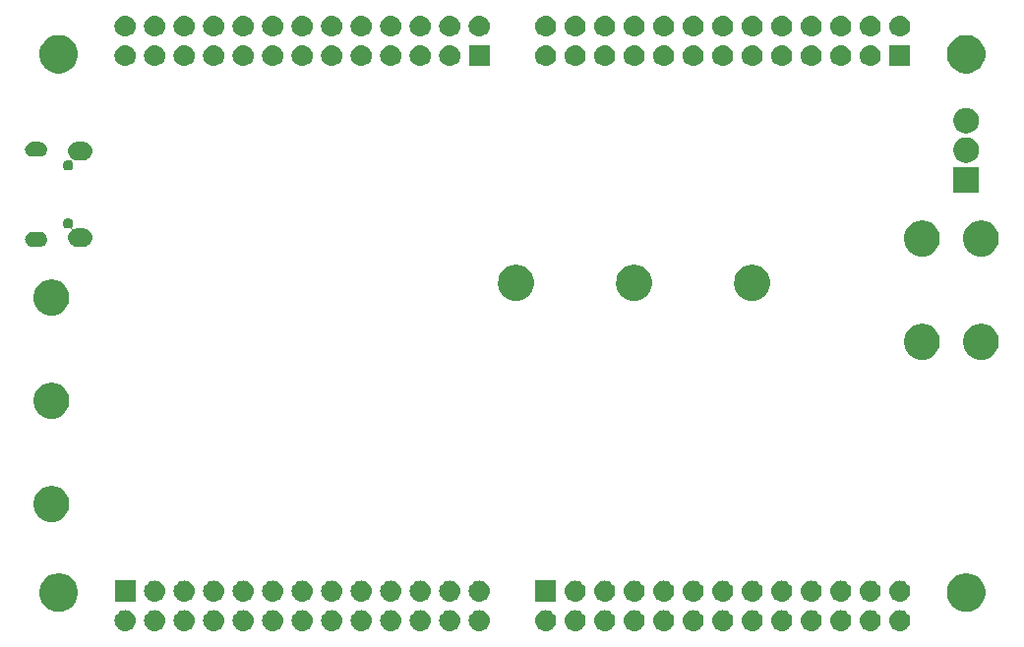
<source format=gbr>
G04 #@! TF.GenerationSoftware,KiCad,Pcbnew,(5.1.4)-1*
G04 #@! TF.CreationDate,2019-12-12T19:33:13+09:00*
G04 #@! TF.ProjectId,microevalb,6d696372-6f65-4766-916c-622e6b696361,rev?*
G04 #@! TF.SameCoordinates,Original*
G04 #@! TF.FileFunction,Soldermask,Bot*
G04 #@! TF.FilePolarity,Negative*
%FSLAX46Y46*%
G04 Gerber Fmt 4.6, Leading zero omitted, Abs format (unit mm)*
G04 Created by KiCad (PCBNEW (5.1.4)-1) date 2019-12-12 19:33:13*
%MOMM*%
%LPD*%
G04 APERTURE LIST*
%ADD10C,0.100000*%
G04 APERTURE END LIST*
D10*
G36*
X50275443Y-94863519D02*
G01*
X50341627Y-94870037D01*
X50511466Y-94921557D01*
X50667991Y-95005222D01*
X50703729Y-95034552D01*
X50805186Y-95117814D01*
X50888448Y-95219271D01*
X50917778Y-95255009D01*
X51001443Y-95411534D01*
X51052963Y-95581373D01*
X51070359Y-95758000D01*
X51052963Y-95934627D01*
X51001443Y-96104466D01*
X50917778Y-96260991D01*
X50888448Y-96296729D01*
X50805186Y-96398186D01*
X50703729Y-96481448D01*
X50667991Y-96510778D01*
X50511466Y-96594443D01*
X50341627Y-96645963D01*
X50275442Y-96652482D01*
X50209260Y-96659000D01*
X50120740Y-96659000D01*
X50054558Y-96652482D01*
X49988373Y-96645963D01*
X49818534Y-96594443D01*
X49662009Y-96510778D01*
X49626271Y-96481448D01*
X49524814Y-96398186D01*
X49441552Y-96296729D01*
X49412222Y-96260991D01*
X49328557Y-96104466D01*
X49277037Y-95934627D01*
X49259641Y-95758000D01*
X49277037Y-95581373D01*
X49328557Y-95411534D01*
X49412222Y-95255009D01*
X49441552Y-95219271D01*
X49524814Y-95117814D01*
X49626271Y-95034552D01*
X49662009Y-95005222D01*
X49818534Y-94921557D01*
X49988373Y-94870037D01*
X50054557Y-94863519D01*
X50120740Y-94857000D01*
X50209260Y-94857000D01*
X50275443Y-94863519D01*
X50275443Y-94863519D01*
G37*
G36*
X86470443Y-94863519D02*
G01*
X86536627Y-94870037D01*
X86706466Y-94921557D01*
X86862991Y-95005222D01*
X86898729Y-95034552D01*
X87000186Y-95117814D01*
X87083448Y-95219271D01*
X87112778Y-95255009D01*
X87196443Y-95411534D01*
X87247963Y-95581373D01*
X87265359Y-95758000D01*
X87247963Y-95934627D01*
X87196443Y-96104466D01*
X87112778Y-96260991D01*
X87083448Y-96296729D01*
X87000186Y-96398186D01*
X86898729Y-96481448D01*
X86862991Y-96510778D01*
X86706466Y-96594443D01*
X86536627Y-96645963D01*
X86470442Y-96652482D01*
X86404260Y-96659000D01*
X86315740Y-96659000D01*
X86249558Y-96652482D01*
X86183373Y-96645963D01*
X86013534Y-96594443D01*
X85857009Y-96510778D01*
X85821271Y-96481448D01*
X85719814Y-96398186D01*
X85636552Y-96296729D01*
X85607222Y-96260991D01*
X85523557Y-96104466D01*
X85472037Y-95934627D01*
X85454641Y-95758000D01*
X85472037Y-95581373D01*
X85523557Y-95411534D01*
X85607222Y-95255009D01*
X85636552Y-95219271D01*
X85719814Y-95117814D01*
X85821271Y-95034552D01*
X85857009Y-95005222D01*
X86013534Y-94921557D01*
X86183373Y-94870037D01*
X86249557Y-94863519D01*
X86315740Y-94857000D01*
X86404260Y-94857000D01*
X86470443Y-94863519D01*
X86470443Y-94863519D01*
G37*
G36*
X116950443Y-94863519D02*
G01*
X117016627Y-94870037D01*
X117186466Y-94921557D01*
X117342991Y-95005222D01*
X117378729Y-95034552D01*
X117480186Y-95117814D01*
X117563448Y-95219271D01*
X117592778Y-95255009D01*
X117676443Y-95411534D01*
X117727963Y-95581373D01*
X117745359Y-95758000D01*
X117727963Y-95934627D01*
X117676443Y-96104466D01*
X117592778Y-96260991D01*
X117563448Y-96296729D01*
X117480186Y-96398186D01*
X117378729Y-96481448D01*
X117342991Y-96510778D01*
X117186466Y-96594443D01*
X117016627Y-96645963D01*
X116950443Y-96652481D01*
X116884260Y-96659000D01*
X116795740Y-96659000D01*
X116729558Y-96652482D01*
X116663373Y-96645963D01*
X116493534Y-96594443D01*
X116337009Y-96510778D01*
X116301271Y-96481448D01*
X116199814Y-96398186D01*
X116116552Y-96296729D01*
X116087222Y-96260991D01*
X116003557Y-96104466D01*
X115952037Y-95934627D01*
X115934641Y-95758000D01*
X115952037Y-95581373D01*
X116003557Y-95411534D01*
X116087222Y-95255009D01*
X116116552Y-95219271D01*
X116199814Y-95117814D01*
X116301271Y-95034552D01*
X116337009Y-95005222D01*
X116493534Y-94921557D01*
X116663373Y-94870037D01*
X116729558Y-94863518D01*
X116795740Y-94857000D01*
X116884260Y-94857000D01*
X116950443Y-94863519D01*
X116950443Y-94863519D01*
G37*
G36*
X111870443Y-94863519D02*
G01*
X111936627Y-94870037D01*
X112106466Y-94921557D01*
X112262991Y-95005222D01*
X112298729Y-95034552D01*
X112400186Y-95117814D01*
X112483448Y-95219271D01*
X112512778Y-95255009D01*
X112596443Y-95411534D01*
X112647963Y-95581373D01*
X112665359Y-95758000D01*
X112647963Y-95934627D01*
X112596443Y-96104466D01*
X112512778Y-96260991D01*
X112483448Y-96296729D01*
X112400186Y-96398186D01*
X112298729Y-96481448D01*
X112262991Y-96510778D01*
X112106466Y-96594443D01*
X111936627Y-96645963D01*
X111870443Y-96652481D01*
X111804260Y-96659000D01*
X111715740Y-96659000D01*
X111649558Y-96652482D01*
X111583373Y-96645963D01*
X111413534Y-96594443D01*
X111257009Y-96510778D01*
X111221271Y-96481448D01*
X111119814Y-96398186D01*
X111036552Y-96296729D01*
X111007222Y-96260991D01*
X110923557Y-96104466D01*
X110872037Y-95934627D01*
X110854641Y-95758000D01*
X110872037Y-95581373D01*
X110923557Y-95411534D01*
X111007222Y-95255009D01*
X111036552Y-95219271D01*
X111119814Y-95117814D01*
X111221271Y-95034552D01*
X111257009Y-95005222D01*
X111413534Y-94921557D01*
X111583373Y-94870037D01*
X111649558Y-94863518D01*
X111715740Y-94857000D01*
X111804260Y-94857000D01*
X111870443Y-94863519D01*
X111870443Y-94863519D01*
G37*
G36*
X109330443Y-94863519D02*
G01*
X109396627Y-94870037D01*
X109566466Y-94921557D01*
X109722991Y-95005222D01*
X109758729Y-95034552D01*
X109860186Y-95117814D01*
X109943448Y-95219271D01*
X109972778Y-95255009D01*
X110056443Y-95411534D01*
X110107963Y-95581373D01*
X110125359Y-95758000D01*
X110107963Y-95934627D01*
X110056443Y-96104466D01*
X109972778Y-96260991D01*
X109943448Y-96296729D01*
X109860186Y-96398186D01*
X109758729Y-96481448D01*
X109722991Y-96510778D01*
X109566466Y-96594443D01*
X109396627Y-96645963D01*
X109330443Y-96652481D01*
X109264260Y-96659000D01*
X109175740Y-96659000D01*
X109109558Y-96652482D01*
X109043373Y-96645963D01*
X108873534Y-96594443D01*
X108717009Y-96510778D01*
X108681271Y-96481448D01*
X108579814Y-96398186D01*
X108496552Y-96296729D01*
X108467222Y-96260991D01*
X108383557Y-96104466D01*
X108332037Y-95934627D01*
X108314641Y-95758000D01*
X108332037Y-95581373D01*
X108383557Y-95411534D01*
X108467222Y-95255009D01*
X108496552Y-95219271D01*
X108579814Y-95117814D01*
X108681271Y-95034552D01*
X108717009Y-95005222D01*
X108873534Y-94921557D01*
X109043373Y-94870037D01*
X109109557Y-94863519D01*
X109175740Y-94857000D01*
X109264260Y-94857000D01*
X109330443Y-94863519D01*
X109330443Y-94863519D01*
G37*
G36*
X106790443Y-94863519D02*
G01*
X106856627Y-94870037D01*
X107026466Y-94921557D01*
X107182991Y-95005222D01*
X107218729Y-95034552D01*
X107320186Y-95117814D01*
X107403448Y-95219271D01*
X107432778Y-95255009D01*
X107516443Y-95411534D01*
X107567963Y-95581373D01*
X107585359Y-95758000D01*
X107567963Y-95934627D01*
X107516443Y-96104466D01*
X107432778Y-96260991D01*
X107403448Y-96296729D01*
X107320186Y-96398186D01*
X107218729Y-96481448D01*
X107182991Y-96510778D01*
X107026466Y-96594443D01*
X106856627Y-96645963D01*
X106790443Y-96652481D01*
X106724260Y-96659000D01*
X106635740Y-96659000D01*
X106569558Y-96652482D01*
X106503373Y-96645963D01*
X106333534Y-96594443D01*
X106177009Y-96510778D01*
X106141271Y-96481448D01*
X106039814Y-96398186D01*
X105956552Y-96296729D01*
X105927222Y-96260991D01*
X105843557Y-96104466D01*
X105792037Y-95934627D01*
X105774641Y-95758000D01*
X105792037Y-95581373D01*
X105843557Y-95411534D01*
X105927222Y-95255009D01*
X105956552Y-95219271D01*
X106039814Y-95117814D01*
X106141271Y-95034552D01*
X106177009Y-95005222D01*
X106333534Y-94921557D01*
X106503373Y-94870037D01*
X106569557Y-94863519D01*
X106635740Y-94857000D01*
X106724260Y-94857000D01*
X106790443Y-94863519D01*
X106790443Y-94863519D01*
G37*
G36*
X104250443Y-94863519D02*
G01*
X104316627Y-94870037D01*
X104486466Y-94921557D01*
X104642991Y-95005222D01*
X104678729Y-95034552D01*
X104780186Y-95117814D01*
X104863448Y-95219271D01*
X104892778Y-95255009D01*
X104976443Y-95411534D01*
X105027963Y-95581373D01*
X105045359Y-95758000D01*
X105027963Y-95934627D01*
X104976443Y-96104466D01*
X104892778Y-96260991D01*
X104863448Y-96296729D01*
X104780186Y-96398186D01*
X104678729Y-96481448D01*
X104642991Y-96510778D01*
X104486466Y-96594443D01*
X104316627Y-96645963D01*
X104250443Y-96652481D01*
X104184260Y-96659000D01*
X104095740Y-96659000D01*
X104029558Y-96652482D01*
X103963373Y-96645963D01*
X103793534Y-96594443D01*
X103637009Y-96510778D01*
X103601271Y-96481448D01*
X103499814Y-96398186D01*
X103416552Y-96296729D01*
X103387222Y-96260991D01*
X103303557Y-96104466D01*
X103252037Y-95934627D01*
X103234641Y-95758000D01*
X103252037Y-95581373D01*
X103303557Y-95411534D01*
X103387222Y-95255009D01*
X103416552Y-95219271D01*
X103499814Y-95117814D01*
X103601271Y-95034552D01*
X103637009Y-95005222D01*
X103793534Y-94921557D01*
X103963373Y-94870037D01*
X104029557Y-94863519D01*
X104095740Y-94857000D01*
X104184260Y-94857000D01*
X104250443Y-94863519D01*
X104250443Y-94863519D01*
G37*
G36*
X101710443Y-94863519D02*
G01*
X101776627Y-94870037D01*
X101946466Y-94921557D01*
X102102991Y-95005222D01*
X102138729Y-95034552D01*
X102240186Y-95117814D01*
X102323448Y-95219271D01*
X102352778Y-95255009D01*
X102436443Y-95411534D01*
X102487963Y-95581373D01*
X102505359Y-95758000D01*
X102487963Y-95934627D01*
X102436443Y-96104466D01*
X102352778Y-96260991D01*
X102323448Y-96296729D01*
X102240186Y-96398186D01*
X102138729Y-96481448D01*
X102102991Y-96510778D01*
X101946466Y-96594443D01*
X101776627Y-96645963D01*
X101710443Y-96652481D01*
X101644260Y-96659000D01*
X101555740Y-96659000D01*
X101489558Y-96652482D01*
X101423373Y-96645963D01*
X101253534Y-96594443D01*
X101097009Y-96510778D01*
X101061271Y-96481448D01*
X100959814Y-96398186D01*
X100876552Y-96296729D01*
X100847222Y-96260991D01*
X100763557Y-96104466D01*
X100712037Y-95934627D01*
X100694641Y-95758000D01*
X100712037Y-95581373D01*
X100763557Y-95411534D01*
X100847222Y-95255009D01*
X100876552Y-95219271D01*
X100959814Y-95117814D01*
X101061271Y-95034552D01*
X101097009Y-95005222D01*
X101253534Y-94921557D01*
X101423373Y-94870037D01*
X101489557Y-94863519D01*
X101555740Y-94857000D01*
X101644260Y-94857000D01*
X101710443Y-94863519D01*
X101710443Y-94863519D01*
G37*
G36*
X99170443Y-94863519D02*
G01*
X99236627Y-94870037D01*
X99406466Y-94921557D01*
X99562991Y-95005222D01*
X99598729Y-95034552D01*
X99700186Y-95117814D01*
X99783448Y-95219271D01*
X99812778Y-95255009D01*
X99896443Y-95411534D01*
X99947963Y-95581373D01*
X99965359Y-95758000D01*
X99947963Y-95934627D01*
X99896443Y-96104466D01*
X99812778Y-96260991D01*
X99783448Y-96296729D01*
X99700186Y-96398186D01*
X99598729Y-96481448D01*
X99562991Y-96510778D01*
X99406466Y-96594443D01*
X99236627Y-96645963D01*
X99170443Y-96652481D01*
X99104260Y-96659000D01*
X99015740Y-96659000D01*
X98949558Y-96652482D01*
X98883373Y-96645963D01*
X98713534Y-96594443D01*
X98557009Y-96510778D01*
X98521271Y-96481448D01*
X98419814Y-96398186D01*
X98336552Y-96296729D01*
X98307222Y-96260991D01*
X98223557Y-96104466D01*
X98172037Y-95934627D01*
X98154641Y-95758000D01*
X98172037Y-95581373D01*
X98223557Y-95411534D01*
X98307222Y-95255009D01*
X98336552Y-95219271D01*
X98419814Y-95117814D01*
X98521271Y-95034552D01*
X98557009Y-95005222D01*
X98713534Y-94921557D01*
X98883373Y-94870037D01*
X98949557Y-94863519D01*
X99015740Y-94857000D01*
X99104260Y-94857000D01*
X99170443Y-94863519D01*
X99170443Y-94863519D01*
G37*
G36*
X96630443Y-94863519D02*
G01*
X96696627Y-94870037D01*
X96866466Y-94921557D01*
X97022991Y-95005222D01*
X97058729Y-95034552D01*
X97160186Y-95117814D01*
X97243448Y-95219271D01*
X97272778Y-95255009D01*
X97356443Y-95411534D01*
X97407963Y-95581373D01*
X97425359Y-95758000D01*
X97407963Y-95934627D01*
X97356443Y-96104466D01*
X97272778Y-96260991D01*
X97243448Y-96296729D01*
X97160186Y-96398186D01*
X97058729Y-96481448D01*
X97022991Y-96510778D01*
X96866466Y-96594443D01*
X96696627Y-96645963D01*
X96630443Y-96652481D01*
X96564260Y-96659000D01*
X96475740Y-96659000D01*
X96409558Y-96652482D01*
X96343373Y-96645963D01*
X96173534Y-96594443D01*
X96017009Y-96510778D01*
X95981271Y-96481448D01*
X95879814Y-96398186D01*
X95796552Y-96296729D01*
X95767222Y-96260991D01*
X95683557Y-96104466D01*
X95632037Y-95934627D01*
X95614641Y-95758000D01*
X95632037Y-95581373D01*
X95683557Y-95411534D01*
X95767222Y-95255009D01*
X95796552Y-95219271D01*
X95879814Y-95117814D01*
X95981271Y-95034552D01*
X96017009Y-95005222D01*
X96173534Y-94921557D01*
X96343373Y-94870037D01*
X96409557Y-94863519D01*
X96475740Y-94857000D01*
X96564260Y-94857000D01*
X96630443Y-94863519D01*
X96630443Y-94863519D01*
G37*
G36*
X94090443Y-94863519D02*
G01*
X94156627Y-94870037D01*
X94326466Y-94921557D01*
X94482991Y-95005222D01*
X94518729Y-95034552D01*
X94620186Y-95117814D01*
X94703448Y-95219271D01*
X94732778Y-95255009D01*
X94816443Y-95411534D01*
X94867963Y-95581373D01*
X94885359Y-95758000D01*
X94867963Y-95934627D01*
X94816443Y-96104466D01*
X94732778Y-96260991D01*
X94703448Y-96296729D01*
X94620186Y-96398186D01*
X94518729Y-96481448D01*
X94482991Y-96510778D01*
X94326466Y-96594443D01*
X94156627Y-96645963D01*
X94090443Y-96652481D01*
X94024260Y-96659000D01*
X93935740Y-96659000D01*
X93869558Y-96652482D01*
X93803373Y-96645963D01*
X93633534Y-96594443D01*
X93477009Y-96510778D01*
X93441271Y-96481448D01*
X93339814Y-96398186D01*
X93256552Y-96296729D01*
X93227222Y-96260991D01*
X93143557Y-96104466D01*
X93092037Y-95934627D01*
X93074641Y-95758000D01*
X93092037Y-95581373D01*
X93143557Y-95411534D01*
X93227222Y-95255009D01*
X93256552Y-95219271D01*
X93339814Y-95117814D01*
X93441271Y-95034552D01*
X93477009Y-95005222D01*
X93633534Y-94921557D01*
X93803373Y-94870037D01*
X93869557Y-94863519D01*
X93935740Y-94857000D01*
X94024260Y-94857000D01*
X94090443Y-94863519D01*
X94090443Y-94863519D01*
G37*
G36*
X91550443Y-94863519D02*
G01*
X91616627Y-94870037D01*
X91786466Y-94921557D01*
X91942991Y-95005222D01*
X91978729Y-95034552D01*
X92080186Y-95117814D01*
X92163448Y-95219271D01*
X92192778Y-95255009D01*
X92276443Y-95411534D01*
X92327963Y-95581373D01*
X92345359Y-95758000D01*
X92327963Y-95934627D01*
X92276443Y-96104466D01*
X92192778Y-96260991D01*
X92163448Y-96296729D01*
X92080186Y-96398186D01*
X91978729Y-96481448D01*
X91942991Y-96510778D01*
X91786466Y-96594443D01*
X91616627Y-96645963D01*
X91550442Y-96652482D01*
X91484260Y-96659000D01*
X91395740Y-96659000D01*
X91329558Y-96652482D01*
X91263373Y-96645963D01*
X91093534Y-96594443D01*
X90937009Y-96510778D01*
X90901271Y-96481448D01*
X90799814Y-96398186D01*
X90716552Y-96296729D01*
X90687222Y-96260991D01*
X90603557Y-96104466D01*
X90552037Y-95934627D01*
X90534641Y-95758000D01*
X90552037Y-95581373D01*
X90603557Y-95411534D01*
X90687222Y-95255009D01*
X90716552Y-95219271D01*
X90799814Y-95117814D01*
X90901271Y-95034552D01*
X90937009Y-95005222D01*
X91093534Y-94921557D01*
X91263373Y-94870037D01*
X91329557Y-94863519D01*
X91395740Y-94857000D01*
X91484260Y-94857000D01*
X91550443Y-94863519D01*
X91550443Y-94863519D01*
G37*
G36*
X89010443Y-94863519D02*
G01*
X89076627Y-94870037D01*
X89246466Y-94921557D01*
X89402991Y-95005222D01*
X89438729Y-95034552D01*
X89540186Y-95117814D01*
X89623448Y-95219271D01*
X89652778Y-95255009D01*
X89736443Y-95411534D01*
X89787963Y-95581373D01*
X89805359Y-95758000D01*
X89787963Y-95934627D01*
X89736443Y-96104466D01*
X89652778Y-96260991D01*
X89623448Y-96296729D01*
X89540186Y-96398186D01*
X89438729Y-96481448D01*
X89402991Y-96510778D01*
X89246466Y-96594443D01*
X89076627Y-96645963D01*
X89010442Y-96652482D01*
X88944260Y-96659000D01*
X88855740Y-96659000D01*
X88789558Y-96652482D01*
X88723373Y-96645963D01*
X88553534Y-96594443D01*
X88397009Y-96510778D01*
X88361271Y-96481448D01*
X88259814Y-96398186D01*
X88176552Y-96296729D01*
X88147222Y-96260991D01*
X88063557Y-96104466D01*
X88012037Y-95934627D01*
X87994641Y-95758000D01*
X88012037Y-95581373D01*
X88063557Y-95411534D01*
X88147222Y-95255009D01*
X88176552Y-95219271D01*
X88259814Y-95117814D01*
X88361271Y-95034552D01*
X88397009Y-95005222D01*
X88553534Y-94921557D01*
X88723373Y-94870037D01*
X88789557Y-94863519D01*
X88855740Y-94857000D01*
X88944260Y-94857000D01*
X89010443Y-94863519D01*
X89010443Y-94863519D01*
G37*
G36*
X114410443Y-94863519D02*
G01*
X114476627Y-94870037D01*
X114646466Y-94921557D01*
X114802991Y-95005222D01*
X114838729Y-95034552D01*
X114940186Y-95117814D01*
X115023448Y-95219271D01*
X115052778Y-95255009D01*
X115136443Y-95411534D01*
X115187963Y-95581373D01*
X115205359Y-95758000D01*
X115187963Y-95934627D01*
X115136443Y-96104466D01*
X115052778Y-96260991D01*
X115023448Y-96296729D01*
X114940186Y-96398186D01*
X114838729Y-96481448D01*
X114802991Y-96510778D01*
X114646466Y-96594443D01*
X114476627Y-96645963D01*
X114410443Y-96652481D01*
X114344260Y-96659000D01*
X114255740Y-96659000D01*
X114189558Y-96652482D01*
X114123373Y-96645963D01*
X113953534Y-96594443D01*
X113797009Y-96510778D01*
X113761271Y-96481448D01*
X113659814Y-96398186D01*
X113576552Y-96296729D01*
X113547222Y-96260991D01*
X113463557Y-96104466D01*
X113412037Y-95934627D01*
X113394641Y-95758000D01*
X113412037Y-95581373D01*
X113463557Y-95411534D01*
X113547222Y-95255009D01*
X113576552Y-95219271D01*
X113659814Y-95117814D01*
X113761271Y-95034552D01*
X113797009Y-95005222D01*
X113953534Y-94921557D01*
X114123373Y-94870037D01*
X114189558Y-94863518D01*
X114255740Y-94857000D01*
X114344260Y-94857000D01*
X114410443Y-94863519D01*
X114410443Y-94863519D01*
G37*
G36*
X78215443Y-94863519D02*
G01*
X78281627Y-94870037D01*
X78451466Y-94921557D01*
X78607991Y-95005222D01*
X78643729Y-95034552D01*
X78745186Y-95117814D01*
X78828448Y-95219271D01*
X78857778Y-95255009D01*
X78941443Y-95411534D01*
X78992963Y-95581373D01*
X79010359Y-95758000D01*
X78992963Y-95934627D01*
X78941443Y-96104466D01*
X78857778Y-96260991D01*
X78828448Y-96296729D01*
X78745186Y-96398186D01*
X78643729Y-96481448D01*
X78607991Y-96510778D01*
X78451466Y-96594443D01*
X78281627Y-96645963D01*
X78215442Y-96652482D01*
X78149260Y-96659000D01*
X78060740Y-96659000D01*
X77994558Y-96652482D01*
X77928373Y-96645963D01*
X77758534Y-96594443D01*
X77602009Y-96510778D01*
X77566271Y-96481448D01*
X77464814Y-96398186D01*
X77381552Y-96296729D01*
X77352222Y-96260991D01*
X77268557Y-96104466D01*
X77217037Y-95934627D01*
X77199641Y-95758000D01*
X77217037Y-95581373D01*
X77268557Y-95411534D01*
X77352222Y-95255009D01*
X77381552Y-95219271D01*
X77464814Y-95117814D01*
X77566271Y-95034552D01*
X77602009Y-95005222D01*
X77758534Y-94921557D01*
X77928373Y-94870037D01*
X77994557Y-94863519D01*
X78060740Y-94857000D01*
X78149260Y-94857000D01*
X78215443Y-94863519D01*
X78215443Y-94863519D01*
G37*
G36*
X75675443Y-94863519D02*
G01*
X75741627Y-94870037D01*
X75911466Y-94921557D01*
X76067991Y-95005222D01*
X76103729Y-95034552D01*
X76205186Y-95117814D01*
X76288448Y-95219271D01*
X76317778Y-95255009D01*
X76401443Y-95411534D01*
X76452963Y-95581373D01*
X76470359Y-95758000D01*
X76452963Y-95934627D01*
X76401443Y-96104466D01*
X76317778Y-96260991D01*
X76288448Y-96296729D01*
X76205186Y-96398186D01*
X76103729Y-96481448D01*
X76067991Y-96510778D01*
X75911466Y-96594443D01*
X75741627Y-96645963D01*
X75675442Y-96652482D01*
X75609260Y-96659000D01*
X75520740Y-96659000D01*
X75454558Y-96652482D01*
X75388373Y-96645963D01*
X75218534Y-96594443D01*
X75062009Y-96510778D01*
X75026271Y-96481448D01*
X74924814Y-96398186D01*
X74841552Y-96296729D01*
X74812222Y-96260991D01*
X74728557Y-96104466D01*
X74677037Y-95934627D01*
X74659641Y-95758000D01*
X74677037Y-95581373D01*
X74728557Y-95411534D01*
X74812222Y-95255009D01*
X74841552Y-95219271D01*
X74924814Y-95117814D01*
X75026271Y-95034552D01*
X75062009Y-95005222D01*
X75218534Y-94921557D01*
X75388373Y-94870037D01*
X75454557Y-94863519D01*
X75520740Y-94857000D01*
X75609260Y-94857000D01*
X75675443Y-94863519D01*
X75675443Y-94863519D01*
G37*
G36*
X73135443Y-94863519D02*
G01*
X73201627Y-94870037D01*
X73371466Y-94921557D01*
X73527991Y-95005222D01*
X73563729Y-95034552D01*
X73665186Y-95117814D01*
X73748448Y-95219271D01*
X73777778Y-95255009D01*
X73861443Y-95411534D01*
X73912963Y-95581373D01*
X73930359Y-95758000D01*
X73912963Y-95934627D01*
X73861443Y-96104466D01*
X73777778Y-96260991D01*
X73748448Y-96296729D01*
X73665186Y-96398186D01*
X73563729Y-96481448D01*
X73527991Y-96510778D01*
X73371466Y-96594443D01*
X73201627Y-96645963D01*
X73135442Y-96652482D01*
X73069260Y-96659000D01*
X72980740Y-96659000D01*
X72914558Y-96652482D01*
X72848373Y-96645963D01*
X72678534Y-96594443D01*
X72522009Y-96510778D01*
X72486271Y-96481448D01*
X72384814Y-96398186D01*
X72301552Y-96296729D01*
X72272222Y-96260991D01*
X72188557Y-96104466D01*
X72137037Y-95934627D01*
X72119641Y-95758000D01*
X72137037Y-95581373D01*
X72188557Y-95411534D01*
X72272222Y-95255009D01*
X72301552Y-95219271D01*
X72384814Y-95117814D01*
X72486271Y-95034552D01*
X72522009Y-95005222D01*
X72678534Y-94921557D01*
X72848373Y-94870037D01*
X72914557Y-94863519D01*
X72980740Y-94857000D01*
X73069260Y-94857000D01*
X73135443Y-94863519D01*
X73135443Y-94863519D01*
G37*
G36*
X70595443Y-94863519D02*
G01*
X70661627Y-94870037D01*
X70831466Y-94921557D01*
X70987991Y-95005222D01*
X71023729Y-95034552D01*
X71125186Y-95117814D01*
X71208448Y-95219271D01*
X71237778Y-95255009D01*
X71321443Y-95411534D01*
X71372963Y-95581373D01*
X71390359Y-95758000D01*
X71372963Y-95934627D01*
X71321443Y-96104466D01*
X71237778Y-96260991D01*
X71208448Y-96296729D01*
X71125186Y-96398186D01*
X71023729Y-96481448D01*
X70987991Y-96510778D01*
X70831466Y-96594443D01*
X70661627Y-96645963D01*
X70595442Y-96652482D01*
X70529260Y-96659000D01*
X70440740Y-96659000D01*
X70374558Y-96652482D01*
X70308373Y-96645963D01*
X70138534Y-96594443D01*
X69982009Y-96510778D01*
X69946271Y-96481448D01*
X69844814Y-96398186D01*
X69761552Y-96296729D01*
X69732222Y-96260991D01*
X69648557Y-96104466D01*
X69597037Y-95934627D01*
X69579641Y-95758000D01*
X69597037Y-95581373D01*
X69648557Y-95411534D01*
X69732222Y-95255009D01*
X69761552Y-95219271D01*
X69844814Y-95117814D01*
X69946271Y-95034552D01*
X69982009Y-95005222D01*
X70138534Y-94921557D01*
X70308373Y-94870037D01*
X70374557Y-94863519D01*
X70440740Y-94857000D01*
X70529260Y-94857000D01*
X70595443Y-94863519D01*
X70595443Y-94863519D01*
G37*
G36*
X68055443Y-94863519D02*
G01*
X68121627Y-94870037D01*
X68291466Y-94921557D01*
X68447991Y-95005222D01*
X68483729Y-95034552D01*
X68585186Y-95117814D01*
X68668448Y-95219271D01*
X68697778Y-95255009D01*
X68781443Y-95411534D01*
X68832963Y-95581373D01*
X68850359Y-95758000D01*
X68832963Y-95934627D01*
X68781443Y-96104466D01*
X68697778Y-96260991D01*
X68668448Y-96296729D01*
X68585186Y-96398186D01*
X68483729Y-96481448D01*
X68447991Y-96510778D01*
X68291466Y-96594443D01*
X68121627Y-96645963D01*
X68055442Y-96652482D01*
X67989260Y-96659000D01*
X67900740Y-96659000D01*
X67834558Y-96652482D01*
X67768373Y-96645963D01*
X67598534Y-96594443D01*
X67442009Y-96510778D01*
X67406271Y-96481448D01*
X67304814Y-96398186D01*
X67221552Y-96296729D01*
X67192222Y-96260991D01*
X67108557Y-96104466D01*
X67057037Y-95934627D01*
X67039641Y-95758000D01*
X67057037Y-95581373D01*
X67108557Y-95411534D01*
X67192222Y-95255009D01*
X67221552Y-95219271D01*
X67304814Y-95117814D01*
X67406271Y-95034552D01*
X67442009Y-95005222D01*
X67598534Y-94921557D01*
X67768373Y-94870037D01*
X67834557Y-94863519D01*
X67900740Y-94857000D01*
X67989260Y-94857000D01*
X68055443Y-94863519D01*
X68055443Y-94863519D01*
G37*
G36*
X65515443Y-94863519D02*
G01*
X65581627Y-94870037D01*
X65751466Y-94921557D01*
X65907991Y-95005222D01*
X65943729Y-95034552D01*
X66045186Y-95117814D01*
X66128448Y-95219271D01*
X66157778Y-95255009D01*
X66241443Y-95411534D01*
X66292963Y-95581373D01*
X66310359Y-95758000D01*
X66292963Y-95934627D01*
X66241443Y-96104466D01*
X66157778Y-96260991D01*
X66128448Y-96296729D01*
X66045186Y-96398186D01*
X65943729Y-96481448D01*
X65907991Y-96510778D01*
X65751466Y-96594443D01*
X65581627Y-96645963D01*
X65515442Y-96652482D01*
X65449260Y-96659000D01*
X65360740Y-96659000D01*
X65294558Y-96652482D01*
X65228373Y-96645963D01*
X65058534Y-96594443D01*
X64902009Y-96510778D01*
X64866271Y-96481448D01*
X64764814Y-96398186D01*
X64681552Y-96296729D01*
X64652222Y-96260991D01*
X64568557Y-96104466D01*
X64517037Y-95934627D01*
X64499641Y-95758000D01*
X64517037Y-95581373D01*
X64568557Y-95411534D01*
X64652222Y-95255009D01*
X64681552Y-95219271D01*
X64764814Y-95117814D01*
X64866271Y-95034552D01*
X64902009Y-95005222D01*
X65058534Y-94921557D01*
X65228373Y-94870037D01*
X65294557Y-94863519D01*
X65360740Y-94857000D01*
X65449260Y-94857000D01*
X65515443Y-94863519D01*
X65515443Y-94863519D01*
G37*
G36*
X62975443Y-94863519D02*
G01*
X63041627Y-94870037D01*
X63211466Y-94921557D01*
X63367991Y-95005222D01*
X63403729Y-95034552D01*
X63505186Y-95117814D01*
X63588448Y-95219271D01*
X63617778Y-95255009D01*
X63701443Y-95411534D01*
X63752963Y-95581373D01*
X63770359Y-95758000D01*
X63752963Y-95934627D01*
X63701443Y-96104466D01*
X63617778Y-96260991D01*
X63588448Y-96296729D01*
X63505186Y-96398186D01*
X63403729Y-96481448D01*
X63367991Y-96510778D01*
X63211466Y-96594443D01*
X63041627Y-96645963D01*
X62975442Y-96652482D01*
X62909260Y-96659000D01*
X62820740Y-96659000D01*
X62754558Y-96652482D01*
X62688373Y-96645963D01*
X62518534Y-96594443D01*
X62362009Y-96510778D01*
X62326271Y-96481448D01*
X62224814Y-96398186D01*
X62141552Y-96296729D01*
X62112222Y-96260991D01*
X62028557Y-96104466D01*
X61977037Y-95934627D01*
X61959641Y-95758000D01*
X61977037Y-95581373D01*
X62028557Y-95411534D01*
X62112222Y-95255009D01*
X62141552Y-95219271D01*
X62224814Y-95117814D01*
X62326271Y-95034552D01*
X62362009Y-95005222D01*
X62518534Y-94921557D01*
X62688373Y-94870037D01*
X62754557Y-94863519D01*
X62820740Y-94857000D01*
X62909260Y-94857000D01*
X62975443Y-94863519D01*
X62975443Y-94863519D01*
G37*
G36*
X60435443Y-94863519D02*
G01*
X60501627Y-94870037D01*
X60671466Y-94921557D01*
X60827991Y-95005222D01*
X60863729Y-95034552D01*
X60965186Y-95117814D01*
X61048448Y-95219271D01*
X61077778Y-95255009D01*
X61161443Y-95411534D01*
X61212963Y-95581373D01*
X61230359Y-95758000D01*
X61212963Y-95934627D01*
X61161443Y-96104466D01*
X61077778Y-96260991D01*
X61048448Y-96296729D01*
X60965186Y-96398186D01*
X60863729Y-96481448D01*
X60827991Y-96510778D01*
X60671466Y-96594443D01*
X60501627Y-96645963D01*
X60435442Y-96652482D01*
X60369260Y-96659000D01*
X60280740Y-96659000D01*
X60214558Y-96652482D01*
X60148373Y-96645963D01*
X59978534Y-96594443D01*
X59822009Y-96510778D01*
X59786271Y-96481448D01*
X59684814Y-96398186D01*
X59601552Y-96296729D01*
X59572222Y-96260991D01*
X59488557Y-96104466D01*
X59437037Y-95934627D01*
X59419641Y-95758000D01*
X59437037Y-95581373D01*
X59488557Y-95411534D01*
X59572222Y-95255009D01*
X59601552Y-95219271D01*
X59684814Y-95117814D01*
X59786271Y-95034552D01*
X59822009Y-95005222D01*
X59978534Y-94921557D01*
X60148373Y-94870037D01*
X60214557Y-94863519D01*
X60280740Y-94857000D01*
X60369260Y-94857000D01*
X60435443Y-94863519D01*
X60435443Y-94863519D01*
G37*
G36*
X57895443Y-94863519D02*
G01*
X57961627Y-94870037D01*
X58131466Y-94921557D01*
X58287991Y-95005222D01*
X58323729Y-95034552D01*
X58425186Y-95117814D01*
X58508448Y-95219271D01*
X58537778Y-95255009D01*
X58621443Y-95411534D01*
X58672963Y-95581373D01*
X58690359Y-95758000D01*
X58672963Y-95934627D01*
X58621443Y-96104466D01*
X58537778Y-96260991D01*
X58508448Y-96296729D01*
X58425186Y-96398186D01*
X58323729Y-96481448D01*
X58287991Y-96510778D01*
X58131466Y-96594443D01*
X57961627Y-96645963D01*
X57895442Y-96652482D01*
X57829260Y-96659000D01*
X57740740Y-96659000D01*
X57674558Y-96652482D01*
X57608373Y-96645963D01*
X57438534Y-96594443D01*
X57282009Y-96510778D01*
X57246271Y-96481448D01*
X57144814Y-96398186D01*
X57061552Y-96296729D01*
X57032222Y-96260991D01*
X56948557Y-96104466D01*
X56897037Y-95934627D01*
X56879641Y-95758000D01*
X56897037Y-95581373D01*
X56948557Y-95411534D01*
X57032222Y-95255009D01*
X57061552Y-95219271D01*
X57144814Y-95117814D01*
X57246271Y-95034552D01*
X57282009Y-95005222D01*
X57438534Y-94921557D01*
X57608373Y-94870037D01*
X57674557Y-94863519D01*
X57740740Y-94857000D01*
X57829260Y-94857000D01*
X57895443Y-94863519D01*
X57895443Y-94863519D01*
G37*
G36*
X55355443Y-94863519D02*
G01*
X55421627Y-94870037D01*
X55591466Y-94921557D01*
X55747991Y-95005222D01*
X55783729Y-95034552D01*
X55885186Y-95117814D01*
X55968448Y-95219271D01*
X55997778Y-95255009D01*
X56081443Y-95411534D01*
X56132963Y-95581373D01*
X56150359Y-95758000D01*
X56132963Y-95934627D01*
X56081443Y-96104466D01*
X55997778Y-96260991D01*
X55968448Y-96296729D01*
X55885186Y-96398186D01*
X55783729Y-96481448D01*
X55747991Y-96510778D01*
X55591466Y-96594443D01*
X55421627Y-96645963D01*
X55355442Y-96652482D01*
X55289260Y-96659000D01*
X55200740Y-96659000D01*
X55134558Y-96652482D01*
X55068373Y-96645963D01*
X54898534Y-96594443D01*
X54742009Y-96510778D01*
X54706271Y-96481448D01*
X54604814Y-96398186D01*
X54521552Y-96296729D01*
X54492222Y-96260991D01*
X54408557Y-96104466D01*
X54357037Y-95934627D01*
X54339641Y-95758000D01*
X54357037Y-95581373D01*
X54408557Y-95411534D01*
X54492222Y-95255009D01*
X54521552Y-95219271D01*
X54604814Y-95117814D01*
X54706271Y-95034552D01*
X54742009Y-95005222D01*
X54898534Y-94921557D01*
X55068373Y-94870037D01*
X55134557Y-94863519D01*
X55200740Y-94857000D01*
X55289260Y-94857000D01*
X55355443Y-94863519D01*
X55355443Y-94863519D01*
G37*
G36*
X52815443Y-94863519D02*
G01*
X52881627Y-94870037D01*
X53051466Y-94921557D01*
X53207991Y-95005222D01*
X53243729Y-95034552D01*
X53345186Y-95117814D01*
X53428448Y-95219271D01*
X53457778Y-95255009D01*
X53541443Y-95411534D01*
X53592963Y-95581373D01*
X53610359Y-95758000D01*
X53592963Y-95934627D01*
X53541443Y-96104466D01*
X53457778Y-96260991D01*
X53428448Y-96296729D01*
X53345186Y-96398186D01*
X53243729Y-96481448D01*
X53207991Y-96510778D01*
X53051466Y-96594443D01*
X52881627Y-96645963D01*
X52815442Y-96652482D01*
X52749260Y-96659000D01*
X52660740Y-96659000D01*
X52594558Y-96652482D01*
X52528373Y-96645963D01*
X52358534Y-96594443D01*
X52202009Y-96510778D01*
X52166271Y-96481448D01*
X52064814Y-96398186D01*
X51981552Y-96296729D01*
X51952222Y-96260991D01*
X51868557Y-96104466D01*
X51817037Y-95934627D01*
X51799641Y-95758000D01*
X51817037Y-95581373D01*
X51868557Y-95411534D01*
X51952222Y-95255009D01*
X51981552Y-95219271D01*
X52064814Y-95117814D01*
X52166271Y-95034552D01*
X52202009Y-95005222D01*
X52358534Y-94921557D01*
X52528373Y-94870037D01*
X52594557Y-94863519D01*
X52660740Y-94857000D01*
X52749260Y-94857000D01*
X52815443Y-94863519D01*
X52815443Y-94863519D01*
G37*
G36*
X80755443Y-94863519D02*
G01*
X80821627Y-94870037D01*
X80991466Y-94921557D01*
X81147991Y-95005222D01*
X81183729Y-95034552D01*
X81285186Y-95117814D01*
X81368448Y-95219271D01*
X81397778Y-95255009D01*
X81481443Y-95411534D01*
X81532963Y-95581373D01*
X81550359Y-95758000D01*
X81532963Y-95934627D01*
X81481443Y-96104466D01*
X81397778Y-96260991D01*
X81368448Y-96296729D01*
X81285186Y-96398186D01*
X81183729Y-96481448D01*
X81147991Y-96510778D01*
X80991466Y-96594443D01*
X80821627Y-96645963D01*
X80755442Y-96652482D01*
X80689260Y-96659000D01*
X80600740Y-96659000D01*
X80534558Y-96652482D01*
X80468373Y-96645963D01*
X80298534Y-96594443D01*
X80142009Y-96510778D01*
X80106271Y-96481448D01*
X80004814Y-96398186D01*
X79921552Y-96296729D01*
X79892222Y-96260991D01*
X79808557Y-96104466D01*
X79757037Y-95934627D01*
X79739641Y-95758000D01*
X79757037Y-95581373D01*
X79808557Y-95411534D01*
X79892222Y-95255009D01*
X79921552Y-95219271D01*
X80004814Y-95117814D01*
X80106271Y-95034552D01*
X80142009Y-95005222D01*
X80298534Y-94921557D01*
X80468373Y-94870037D01*
X80534557Y-94863519D01*
X80600740Y-94857000D01*
X80689260Y-94857000D01*
X80755443Y-94863519D01*
X80755443Y-94863519D01*
G37*
G36*
X122930256Y-91736298D02*
G01*
X123036579Y-91757447D01*
X123337042Y-91881903D01*
X123607451Y-92062585D01*
X123837415Y-92292549D01*
X124018097Y-92562958D01*
X124018098Y-92562960D01*
X124142553Y-92863422D01*
X124206000Y-93182389D01*
X124206000Y-93507611D01*
X124194690Y-93564468D01*
X124142553Y-93826579D01*
X124018097Y-94127042D01*
X123837415Y-94397451D01*
X123607451Y-94627415D01*
X123337042Y-94808097D01*
X123036579Y-94932553D01*
X122930256Y-94953702D01*
X122717611Y-94996000D01*
X122392389Y-94996000D01*
X122179744Y-94953702D01*
X122073421Y-94932553D01*
X121772958Y-94808097D01*
X121502549Y-94627415D01*
X121272585Y-94397451D01*
X121091903Y-94127042D01*
X120967447Y-93826579D01*
X120915310Y-93564468D01*
X120904000Y-93507611D01*
X120904000Y-93182389D01*
X120967447Y-92863422D01*
X121091902Y-92562960D01*
X121091903Y-92562958D01*
X121272585Y-92292549D01*
X121502549Y-92062585D01*
X121772958Y-91881903D01*
X122073421Y-91757447D01*
X122179744Y-91736298D01*
X122392389Y-91694000D01*
X122717611Y-91694000D01*
X122930256Y-91736298D01*
X122930256Y-91736298D01*
G37*
G36*
X44825256Y-91736298D02*
G01*
X44931579Y-91757447D01*
X45232042Y-91881903D01*
X45502451Y-92062585D01*
X45732415Y-92292549D01*
X45913097Y-92562958D01*
X45913098Y-92562960D01*
X46037553Y-92863422D01*
X46101000Y-93182389D01*
X46101000Y-93507611D01*
X46089690Y-93564468D01*
X46037553Y-93826579D01*
X45913097Y-94127042D01*
X45732415Y-94397451D01*
X45502451Y-94627415D01*
X45232042Y-94808097D01*
X44931579Y-94932553D01*
X44825256Y-94953702D01*
X44612611Y-94996000D01*
X44287389Y-94996000D01*
X44074744Y-94953702D01*
X43968421Y-94932553D01*
X43667958Y-94808097D01*
X43397549Y-94627415D01*
X43167585Y-94397451D01*
X42986903Y-94127042D01*
X42862447Y-93826579D01*
X42810310Y-93564468D01*
X42799000Y-93507611D01*
X42799000Y-93182389D01*
X42862447Y-92863422D01*
X42986902Y-92562960D01*
X42986903Y-92562958D01*
X43167585Y-92292549D01*
X43397549Y-92062585D01*
X43667958Y-91881903D01*
X43968421Y-91757447D01*
X44074744Y-91736298D01*
X44287389Y-91694000D01*
X44612611Y-91694000D01*
X44825256Y-91736298D01*
X44825256Y-91736298D01*
G37*
G36*
X75675442Y-92323518D02*
G01*
X75741627Y-92330037D01*
X75911466Y-92381557D01*
X76067991Y-92465222D01*
X76103729Y-92494552D01*
X76205186Y-92577814D01*
X76288448Y-92679271D01*
X76317778Y-92715009D01*
X76317779Y-92715011D01*
X76397107Y-92863421D01*
X76401443Y-92871534D01*
X76452963Y-93041373D01*
X76470359Y-93218000D01*
X76452963Y-93394627D01*
X76401443Y-93564466D01*
X76317778Y-93720991D01*
X76288448Y-93756729D01*
X76205186Y-93858186D01*
X76103729Y-93941448D01*
X76067991Y-93970778D01*
X75911466Y-94054443D01*
X75741627Y-94105963D01*
X75675442Y-94112482D01*
X75609260Y-94119000D01*
X75520740Y-94119000D01*
X75454558Y-94112482D01*
X75388373Y-94105963D01*
X75218534Y-94054443D01*
X75062009Y-93970778D01*
X75026271Y-93941448D01*
X74924814Y-93858186D01*
X74841552Y-93756729D01*
X74812222Y-93720991D01*
X74728557Y-93564466D01*
X74677037Y-93394627D01*
X74659641Y-93218000D01*
X74677037Y-93041373D01*
X74728557Y-92871534D01*
X74732894Y-92863421D01*
X74812221Y-92715011D01*
X74812222Y-92715009D01*
X74841552Y-92679271D01*
X74924814Y-92577814D01*
X75026271Y-92494552D01*
X75062009Y-92465222D01*
X75218534Y-92381557D01*
X75388373Y-92330037D01*
X75454558Y-92323518D01*
X75520740Y-92317000D01*
X75609260Y-92317000D01*
X75675442Y-92323518D01*
X75675442Y-92323518D01*
G37*
G36*
X87261000Y-94119000D02*
G01*
X85459000Y-94119000D01*
X85459000Y-92317000D01*
X87261000Y-92317000D01*
X87261000Y-94119000D01*
X87261000Y-94119000D01*
G37*
G36*
X116950442Y-92323518D02*
G01*
X117016627Y-92330037D01*
X117186466Y-92381557D01*
X117342991Y-92465222D01*
X117378729Y-92494552D01*
X117480186Y-92577814D01*
X117563448Y-92679271D01*
X117592778Y-92715009D01*
X117592779Y-92715011D01*
X117672107Y-92863421D01*
X117676443Y-92871534D01*
X117727963Y-93041373D01*
X117745359Y-93218000D01*
X117727963Y-93394627D01*
X117676443Y-93564466D01*
X117592778Y-93720991D01*
X117563448Y-93756729D01*
X117480186Y-93858186D01*
X117378729Y-93941448D01*
X117342991Y-93970778D01*
X117186466Y-94054443D01*
X117016627Y-94105963D01*
X116950442Y-94112482D01*
X116884260Y-94119000D01*
X116795740Y-94119000D01*
X116729558Y-94112482D01*
X116663373Y-94105963D01*
X116493534Y-94054443D01*
X116337009Y-93970778D01*
X116301271Y-93941448D01*
X116199814Y-93858186D01*
X116116552Y-93756729D01*
X116087222Y-93720991D01*
X116003557Y-93564466D01*
X115952037Y-93394627D01*
X115934641Y-93218000D01*
X115952037Y-93041373D01*
X116003557Y-92871534D01*
X116007894Y-92863421D01*
X116087221Y-92715011D01*
X116087222Y-92715009D01*
X116116552Y-92679271D01*
X116199814Y-92577814D01*
X116301271Y-92494552D01*
X116337009Y-92465222D01*
X116493534Y-92381557D01*
X116663373Y-92330037D01*
X116729558Y-92323518D01*
X116795740Y-92317000D01*
X116884260Y-92317000D01*
X116950442Y-92323518D01*
X116950442Y-92323518D01*
G37*
G36*
X52815442Y-92323518D02*
G01*
X52881627Y-92330037D01*
X53051466Y-92381557D01*
X53207991Y-92465222D01*
X53243729Y-92494552D01*
X53345186Y-92577814D01*
X53428448Y-92679271D01*
X53457778Y-92715009D01*
X53457779Y-92715011D01*
X53537107Y-92863421D01*
X53541443Y-92871534D01*
X53592963Y-93041373D01*
X53610359Y-93218000D01*
X53592963Y-93394627D01*
X53541443Y-93564466D01*
X53457778Y-93720991D01*
X53428448Y-93756729D01*
X53345186Y-93858186D01*
X53243729Y-93941448D01*
X53207991Y-93970778D01*
X53051466Y-94054443D01*
X52881627Y-94105963D01*
X52815442Y-94112482D01*
X52749260Y-94119000D01*
X52660740Y-94119000D01*
X52594558Y-94112482D01*
X52528373Y-94105963D01*
X52358534Y-94054443D01*
X52202009Y-93970778D01*
X52166271Y-93941448D01*
X52064814Y-93858186D01*
X51981552Y-93756729D01*
X51952222Y-93720991D01*
X51868557Y-93564466D01*
X51817037Y-93394627D01*
X51799641Y-93218000D01*
X51817037Y-93041373D01*
X51868557Y-92871534D01*
X51872894Y-92863421D01*
X51952221Y-92715011D01*
X51952222Y-92715009D01*
X51981552Y-92679271D01*
X52064814Y-92577814D01*
X52166271Y-92494552D01*
X52202009Y-92465222D01*
X52358534Y-92381557D01*
X52528373Y-92330037D01*
X52594558Y-92323518D01*
X52660740Y-92317000D01*
X52749260Y-92317000D01*
X52815442Y-92323518D01*
X52815442Y-92323518D01*
G37*
G36*
X114410442Y-92323518D02*
G01*
X114476627Y-92330037D01*
X114646466Y-92381557D01*
X114802991Y-92465222D01*
X114838729Y-92494552D01*
X114940186Y-92577814D01*
X115023448Y-92679271D01*
X115052778Y-92715009D01*
X115052779Y-92715011D01*
X115132107Y-92863421D01*
X115136443Y-92871534D01*
X115187963Y-93041373D01*
X115205359Y-93218000D01*
X115187963Y-93394627D01*
X115136443Y-93564466D01*
X115052778Y-93720991D01*
X115023448Y-93756729D01*
X114940186Y-93858186D01*
X114838729Y-93941448D01*
X114802991Y-93970778D01*
X114646466Y-94054443D01*
X114476627Y-94105963D01*
X114410442Y-94112482D01*
X114344260Y-94119000D01*
X114255740Y-94119000D01*
X114189558Y-94112482D01*
X114123373Y-94105963D01*
X113953534Y-94054443D01*
X113797009Y-93970778D01*
X113761271Y-93941448D01*
X113659814Y-93858186D01*
X113576552Y-93756729D01*
X113547222Y-93720991D01*
X113463557Y-93564466D01*
X113412037Y-93394627D01*
X113394641Y-93218000D01*
X113412037Y-93041373D01*
X113463557Y-92871534D01*
X113467894Y-92863421D01*
X113547221Y-92715011D01*
X113547222Y-92715009D01*
X113576552Y-92679271D01*
X113659814Y-92577814D01*
X113761271Y-92494552D01*
X113797009Y-92465222D01*
X113953534Y-92381557D01*
X114123373Y-92330037D01*
X114189558Y-92323518D01*
X114255740Y-92317000D01*
X114344260Y-92317000D01*
X114410442Y-92323518D01*
X114410442Y-92323518D01*
G37*
G36*
X55355442Y-92323518D02*
G01*
X55421627Y-92330037D01*
X55591466Y-92381557D01*
X55747991Y-92465222D01*
X55783729Y-92494552D01*
X55885186Y-92577814D01*
X55968448Y-92679271D01*
X55997778Y-92715009D01*
X55997779Y-92715011D01*
X56077107Y-92863421D01*
X56081443Y-92871534D01*
X56132963Y-93041373D01*
X56150359Y-93218000D01*
X56132963Y-93394627D01*
X56081443Y-93564466D01*
X55997778Y-93720991D01*
X55968448Y-93756729D01*
X55885186Y-93858186D01*
X55783729Y-93941448D01*
X55747991Y-93970778D01*
X55591466Y-94054443D01*
X55421627Y-94105963D01*
X55355442Y-94112482D01*
X55289260Y-94119000D01*
X55200740Y-94119000D01*
X55134558Y-94112482D01*
X55068373Y-94105963D01*
X54898534Y-94054443D01*
X54742009Y-93970778D01*
X54706271Y-93941448D01*
X54604814Y-93858186D01*
X54521552Y-93756729D01*
X54492222Y-93720991D01*
X54408557Y-93564466D01*
X54357037Y-93394627D01*
X54339641Y-93218000D01*
X54357037Y-93041373D01*
X54408557Y-92871534D01*
X54412894Y-92863421D01*
X54492221Y-92715011D01*
X54492222Y-92715009D01*
X54521552Y-92679271D01*
X54604814Y-92577814D01*
X54706271Y-92494552D01*
X54742009Y-92465222D01*
X54898534Y-92381557D01*
X55068373Y-92330037D01*
X55134558Y-92323518D01*
X55200740Y-92317000D01*
X55289260Y-92317000D01*
X55355442Y-92323518D01*
X55355442Y-92323518D01*
G37*
G36*
X111870442Y-92323518D02*
G01*
X111936627Y-92330037D01*
X112106466Y-92381557D01*
X112262991Y-92465222D01*
X112298729Y-92494552D01*
X112400186Y-92577814D01*
X112483448Y-92679271D01*
X112512778Y-92715009D01*
X112512779Y-92715011D01*
X112592107Y-92863421D01*
X112596443Y-92871534D01*
X112647963Y-93041373D01*
X112665359Y-93218000D01*
X112647963Y-93394627D01*
X112596443Y-93564466D01*
X112512778Y-93720991D01*
X112483448Y-93756729D01*
X112400186Y-93858186D01*
X112298729Y-93941448D01*
X112262991Y-93970778D01*
X112106466Y-94054443D01*
X111936627Y-94105963D01*
X111870442Y-94112482D01*
X111804260Y-94119000D01*
X111715740Y-94119000D01*
X111649558Y-94112482D01*
X111583373Y-94105963D01*
X111413534Y-94054443D01*
X111257009Y-93970778D01*
X111221271Y-93941448D01*
X111119814Y-93858186D01*
X111036552Y-93756729D01*
X111007222Y-93720991D01*
X110923557Y-93564466D01*
X110872037Y-93394627D01*
X110854641Y-93218000D01*
X110872037Y-93041373D01*
X110923557Y-92871534D01*
X110927894Y-92863421D01*
X111007221Y-92715011D01*
X111007222Y-92715009D01*
X111036552Y-92679271D01*
X111119814Y-92577814D01*
X111221271Y-92494552D01*
X111257009Y-92465222D01*
X111413534Y-92381557D01*
X111583373Y-92330037D01*
X111649558Y-92323518D01*
X111715740Y-92317000D01*
X111804260Y-92317000D01*
X111870442Y-92323518D01*
X111870442Y-92323518D01*
G37*
G36*
X57895442Y-92323518D02*
G01*
X57961627Y-92330037D01*
X58131466Y-92381557D01*
X58287991Y-92465222D01*
X58323729Y-92494552D01*
X58425186Y-92577814D01*
X58508448Y-92679271D01*
X58537778Y-92715009D01*
X58537779Y-92715011D01*
X58617107Y-92863421D01*
X58621443Y-92871534D01*
X58672963Y-93041373D01*
X58690359Y-93218000D01*
X58672963Y-93394627D01*
X58621443Y-93564466D01*
X58537778Y-93720991D01*
X58508448Y-93756729D01*
X58425186Y-93858186D01*
X58323729Y-93941448D01*
X58287991Y-93970778D01*
X58131466Y-94054443D01*
X57961627Y-94105963D01*
X57895442Y-94112482D01*
X57829260Y-94119000D01*
X57740740Y-94119000D01*
X57674558Y-94112482D01*
X57608373Y-94105963D01*
X57438534Y-94054443D01*
X57282009Y-93970778D01*
X57246271Y-93941448D01*
X57144814Y-93858186D01*
X57061552Y-93756729D01*
X57032222Y-93720991D01*
X56948557Y-93564466D01*
X56897037Y-93394627D01*
X56879641Y-93218000D01*
X56897037Y-93041373D01*
X56948557Y-92871534D01*
X56952894Y-92863421D01*
X57032221Y-92715011D01*
X57032222Y-92715009D01*
X57061552Y-92679271D01*
X57144814Y-92577814D01*
X57246271Y-92494552D01*
X57282009Y-92465222D01*
X57438534Y-92381557D01*
X57608373Y-92330037D01*
X57674558Y-92323518D01*
X57740740Y-92317000D01*
X57829260Y-92317000D01*
X57895442Y-92323518D01*
X57895442Y-92323518D01*
G37*
G36*
X109330442Y-92323518D02*
G01*
X109396627Y-92330037D01*
X109566466Y-92381557D01*
X109722991Y-92465222D01*
X109758729Y-92494552D01*
X109860186Y-92577814D01*
X109943448Y-92679271D01*
X109972778Y-92715009D01*
X109972779Y-92715011D01*
X110052107Y-92863421D01*
X110056443Y-92871534D01*
X110107963Y-93041373D01*
X110125359Y-93218000D01*
X110107963Y-93394627D01*
X110056443Y-93564466D01*
X109972778Y-93720991D01*
X109943448Y-93756729D01*
X109860186Y-93858186D01*
X109758729Y-93941448D01*
X109722991Y-93970778D01*
X109566466Y-94054443D01*
X109396627Y-94105963D01*
X109330442Y-94112482D01*
X109264260Y-94119000D01*
X109175740Y-94119000D01*
X109109558Y-94112482D01*
X109043373Y-94105963D01*
X108873534Y-94054443D01*
X108717009Y-93970778D01*
X108681271Y-93941448D01*
X108579814Y-93858186D01*
X108496552Y-93756729D01*
X108467222Y-93720991D01*
X108383557Y-93564466D01*
X108332037Y-93394627D01*
X108314641Y-93218000D01*
X108332037Y-93041373D01*
X108383557Y-92871534D01*
X108387894Y-92863421D01*
X108467221Y-92715011D01*
X108467222Y-92715009D01*
X108496552Y-92679271D01*
X108579814Y-92577814D01*
X108681271Y-92494552D01*
X108717009Y-92465222D01*
X108873534Y-92381557D01*
X109043373Y-92330037D01*
X109109558Y-92323518D01*
X109175740Y-92317000D01*
X109264260Y-92317000D01*
X109330442Y-92323518D01*
X109330442Y-92323518D01*
G37*
G36*
X60435442Y-92323518D02*
G01*
X60501627Y-92330037D01*
X60671466Y-92381557D01*
X60827991Y-92465222D01*
X60863729Y-92494552D01*
X60965186Y-92577814D01*
X61048448Y-92679271D01*
X61077778Y-92715009D01*
X61077779Y-92715011D01*
X61157107Y-92863421D01*
X61161443Y-92871534D01*
X61212963Y-93041373D01*
X61230359Y-93218000D01*
X61212963Y-93394627D01*
X61161443Y-93564466D01*
X61077778Y-93720991D01*
X61048448Y-93756729D01*
X60965186Y-93858186D01*
X60863729Y-93941448D01*
X60827991Y-93970778D01*
X60671466Y-94054443D01*
X60501627Y-94105963D01*
X60435442Y-94112482D01*
X60369260Y-94119000D01*
X60280740Y-94119000D01*
X60214558Y-94112482D01*
X60148373Y-94105963D01*
X59978534Y-94054443D01*
X59822009Y-93970778D01*
X59786271Y-93941448D01*
X59684814Y-93858186D01*
X59601552Y-93756729D01*
X59572222Y-93720991D01*
X59488557Y-93564466D01*
X59437037Y-93394627D01*
X59419641Y-93218000D01*
X59437037Y-93041373D01*
X59488557Y-92871534D01*
X59492894Y-92863421D01*
X59572221Y-92715011D01*
X59572222Y-92715009D01*
X59601552Y-92679271D01*
X59684814Y-92577814D01*
X59786271Y-92494552D01*
X59822009Y-92465222D01*
X59978534Y-92381557D01*
X60148373Y-92330037D01*
X60214558Y-92323518D01*
X60280740Y-92317000D01*
X60369260Y-92317000D01*
X60435442Y-92323518D01*
X60435442Y-92323518D01*
G37*
G36*
X106790442Y-92323518D02*
G01*
X106856627Y-92330037D01*
X107026466Y-92381557D01*
X107182991Y-92465222D01*
X107218729Y-92494552D01*
X107320186Y-92577814D01*
X107403448Y-92679271D01*
X107432778Y-92715009D01*
X107432779Y-92715011D01*
X107512107Y-92863421D01*
X107516443Y-92871534D01*
X107567963Y-93041373D01*
X107585359Y-93218000D01*
X107567963Y-93394627D01*
X107516443Y-93564466D01*
X107432778Y-93720991D01*
X107403448Y-93756729D01*
X107320186Y-93858186D01*
X107218729Y-93941448D01*
X107182991Y-93970778D01*
X107026466Y-94054443D01*
X106856627Y-94105963D01*
X106790442Y-94112482D01*
X106724260Y-94119000D01*
X106635740Y-94119000D01*
X106569558Y-94112482D01*
X106503373Y-94105963D01*
X106333534Y-94054443D01*
X106177009Y-93970778D01*
X106141271Y-93941448D01*
X106039814Y-93858186D01*
X105956552Y-93756729D01*
X105927222Y-93720991D01*
X105843557Y-93564466D01*
X105792037Y-93394627D01*
X105774641Y-93218000D01*
X105792037Y-93041373D01*
X105843557Y-92871534D01*
X105847894Y-92863421D01*
X105927221Y-92715011D01*
X105927222Y-92715009D01*
X105956552Y-92679271D01*
X106039814Y-92577814D01*
X106141271Y-92494552D01*
X106177009Y-92465222D01*
X106333534Y-92381557D01*
X106503373Y-92330037D01*
X106569558Y-92323518D01*
X106635740Y-92317000D01*
X106724260Y-92317000D01*
X106790442Y-92323518D01*
X106790442Y-92323518D01*
G37*
G36*
X62975442Y-92323518D02*
G01*
X63041627Y-92330037D01*
X63211466Y-92381557D01*
X63367991Y-92465222D01*
X63403729Y-92494552D01*
X63505186Y-92577814D01*
X63588448Y-92679271D01*
X63617778Y-92715009D01*
X63617779Y-92715011D01*
X63697107Y-92863421D01*
X63701443Y-92871534D01*
X63752963Y-93041373D01*
X63770359Y-93218000D01*
X63752963Y-93394627D01*
X63701443Y-93564466D01*
X63617778Y-93720991D01*
X63588448Y-93756729D01*
X63505186Y-93858186D01*
X63403729Y-93941448D01*
X63367991Y-93970778D01*
X63211466Y-94054443D01*
X63041627Y-94105963D01*
X62975442Y-94112482D01*
X62909260Y-94119000D01*
X62820740Y-94119000D01*
X62754558Y-94112482D01*
X62688373Y-94105963D01*
X62518534Y-94054443D01*
X62362009Y-93970778D01*
X62326271Y-93941448D01*
X62224814Y-93858186D01*
X62141552Y-93756729D01*
X62112222Y-93720991D01*
X62028557Y-93564466D01*
X61977037Y-93394627D01*
X61959641Y-93218000D01*
X61977037Y-93041373D01*
X62028557Y-92871534D01*
X62032894Y-92863421D01*
X62112221Y-92715011D01*
X62112222Y-92715009D01*
X62141552Y-92679271D01*
X62224814Y-92577814D01*
X62326271Y-92494552D01*
X62362009Y-92465222D01*
X62518534Y-92381557D01*
X62688373Y-92330037D01*
X62754558Y-92323518D01*
X62820740Y-92317000D01*
X62909260Y-92317000D01*
X62975442Y-92323518D01*
X62975442Y-92323518D01*
G37*
G36*
X104250442Y-92323518D02*
G01*
X104316627Y-92330037D01*
X104486466Y-92381557D01*
X104642991Y-92465222D01*
X104678729Y-92494552D01*
X104780186Y-92577814D01*
X104863448Y-92679271D01*
X104892778Y-92715009D01*
X104892779Y-92715011D01*
X104972107Y-92863421D01*
X104976443Y-92871534D01*
X105027963Y-93041373D01*
X105045359Y-93218000D01*
X105027963Y-93394627D01*
X104976443Y-93564466D01*
X104892778Y-93720991D01*
X104863448Y-93756729D01*
X104780186Y-93858186D01*
X104678729Y-93941448D01*
X104642991Y-93970778D01*
X104486466Y-94054443D01*
X104316627Y-94105963D01*
X104250442Y-94112482D01*
X104184260Y-94119000D01*
X104095740Y-94119000D01*
X104029558Y-94112482D01*
X103963373Y-94105963D01*
X103793534Y-94054443D01*
X103637009Y-93970778D01*
X103601271Y-93941448D01*
X103499814Y-93858186D01*
X103416552Y-93756729D01*
X103387222Y-93720991D01*
X103303557Y-93564466D01*
X103252037Y-93394627D01*
X103234641Y-93218000D01*
X103252037Y-93041373D01*
X103303557Y-92871534D01*
X103307894Y-92863421D01*
X103387221Y-92715011D01*
X103387222Y-92715009D01*
X103416552Y-92679271D01*
X103499814Y-92577814D01*
X103601271Y-92494552D01*
X103637009Y-92465222D01*
X103793534Y-92381557D01*
X103963373Y-92330037D01*
X104029558Y-92323518D01*
X104095740Y-92317000D01*
X104184260Y-92317000D01*
X104250442Y-92323518D01*
X104250442Y-92323518D01*
G37*
G36*
X101710442Y-92323518D02*
G01*
X101776627Y-92330037D01*
X101946466Y-92381557D01*
X102102991Y-92465222D01*
X102138729Y-92494552D01*
X102240186Y-92577814D01*
X102323448Y-92679271D01*
X102352778Y-92715009D01*
X102352779Y-92715011D01*
X102432107Y-92863421D01*
X102436443Y-92871534D01*
X102487963Y-93041373D01*
X102505359Y-93218000D01*
X102487963Y-93394627D01*
X102436443Y-93564466D01*
X102352778Y-93720991D01*
X102323448Y-93756729D01*
X102240186Y-93858186D01*
X102138729Y-93941448D01*
X102102991Y-93970778D01*
X101946466Y-94054443D01*
X101776627Y-94105963D01*
X101710442Y-94112482D01*
X101644260Y-94119000D01*
X101555740Y-94119000D01*
X101489558Y-94112482D01*
X101423373Y-94105963D01*
X101253534Y-94054443D01*
X101097009Y-93970778D01*
X101061271Y-93941448D01*
X100959814Y-93858186D01*
X100876552Y-93756729D01*
X100847222Y-93720991D01*
X100763557Y-93564466D01*
X100712037Y-93394627D01*
X100694641Y-93218000D01*
X100712037Y-93041373D01*
X100763557Y-92871534D01*
X100767894Y-92863421D01*
X100847221Y-92715011D01*
X100847222Y-92715009D01*
X100876552Y-92679271D01*
X100959814Y-92577814D01*
X101061271Y-92494552D01*
X101097009Y-92465222D01*
X101253534Y-92381557D01*
X101423373Y-92330037D01*
X101489558Y-92323518D01*
X101555740Y-92317000D01*
X101644260Y-92317000D01*
X101710442Y-92323518D01*
X101710442Y-92323518D01*
G37*
G36*
X80755442Y-92323518D02*
G01*
X80821627Y-92330037D01*
X80991466Y-92381557D01*
X81147991Y-92465222D01*
X81183729Y-92494552D01*
X81285186Y-92577814D01*
X81368448Y-92679271D01*
X81397778Y-92715009D01*
X81397779Y-92715011D01*
X81477107Y-92863421D01*
X81481443Y-92871534D01*
X81532963Y-93041373D01*
X81550359Y-93218000D01*
X81532963Y-93394627D01*
X81481443Y-93564466D01*
X81397778Y-93720991D01*
X81368448Y-93756729D01*
X81285186Y-93858186D01*
X81183729Y-93941448D01*
X81147991Y-93970778D01*
X80991466Y-94054443D01*
X80821627Y-94105963D01*
X80755442Y-94112482D01*
X80689260Y-94119000D01*
X80600740Y-94119000D01*
X80534558Y-94112482D01*
X80468373Y-94105963D01*
X80298534Y-94054443D01*
X80142009Y-93970778D01*
X80106271Y-93941448D01*
X80004814Y-93858186D01*
X79921552Y-93756729D01*
X79892222Y-93720991D01*
X79808557Y-93564466D01*
X79757037Y-93394627D01*
X79739641Y-93218000D01*
X79757037Y-93041373D01*
X79808557Y-92871534D01*
X79812894Y-92863421D01*
X79892221Y-92715011D01*
X79892222Y-92715009D01*
X79921552Y-92679271D01*
X80004814Y-92577814D01*
X80106271Y-92494552D01*
X80142009Y-92465222D01*
X80298534Y-92381557D01*
X80468373Y-92330037D01*
X80534558Y-92323518D01*
X80600740Y-92317000D01*
X80689260Y-92317000D01*
X80755442Y-92323518D01*
X80755442Y-92323518D01*
G37*
G36*
X51066000Y-94119000D02*
G01*
X49264000Y-94119000D01*
X49264000Y-92317000D01*
X51066000Y-92317000D01*
X51066000Y-94119000D01*
X51066000Y-94119000D01*
G37*
G36*
X89010442Y-92323518D02*
G01*
X89076627Y-92330037D01*
X89246466Y-92381557D01*
X89402991Y-92465222D01*
X89438729Y-92494552D01*
X89540186Y-92577814D01*
X89623448Y-92679271D01*
X89652778Y-92715009D01*
X89652779Y-92715011D01*
X89732107Y-92863421D01*
X89736443Y-92871534D01*
X89787963Y-93041373D01*
X89805359Y-93218000D01*
X89787963Y-93394627D01*
X89736443Y-93564466D01*
X89652778Y-93720991D01*
X89623448Y-93756729D01*
X89540186Y-93858186D01*
X89438729Y-93941448D01*
X89402991Y-93970778D01*
X89246466Y-94054443D01*
X89076627Y-94105963D01*
X89010442Y-94112482D01*
X88944260Y-94119000D01*
X88855740Y-94119000D01*
X88789558Y-94112482D01*
X88723373Y-94105963D01*
X88553534Y-94054443D01*
X88397009Y-93970778D01*
X88361271Y-93941448D01*
X88259814Y-93858186D01*
X88176552Y-93756729D01*
X88147222Y-93720991D01*
X88063557Y-93564466D01*
X88012037Y-93394627D01*
X87994641Y-93218000D01*
X88012037Y-93041373D01*
X88063557Y-92871534D01*
X88067894Y-92863421D01*
X88147221Y-92715011D01*
X88147222Y-92715009D01*
X88176552Y-92679271D01*
X88259814Y-92577814D01*
X88361271Y-92494552D01*
X88397009Y-92465222D01*
X88553534Y-92381557D01*
X88723373Y-92330037D01*
X88789558Y-92323518D01*
X88855740Y-92317000D01*
X88944260Y-92317000D01*
X89010442Y-92323518D01*
X89010442Y-92323518D01*
G37*
G36*
X78215442Y-92323518D02*
G01*
X78281627Y-92330037D01*
X78451466Y-92381557D01*
X78607991Y-92465222D01*
X78643729Y-92494552D01*
X78745186Y-92577814D01*
X78828448Y-92679271D01*
X78857778Y-92715009D01*
X78857779Y-92715011D01*
X78937107Y-92863421D01*
X78941443Y-92871534D01*
X78992963Y-93041373D01*
X79010359Y-93218000D01*
X78992963Y-93394627D01*
X78941443Y-93564466D01*
X78857778Y-93720991D01*
X78828448Y-93756729D01*
X78745186Y-93858186D01*
X78643729Y-93941448D01*
X78607991Y-93970778D01*
X78451466Y-94054443D01*
X78281627Y-94105963D01*
X78215442Y-94112482D01*
X78149260Y-94119000D01*
X78060740Y-94119000D01*
X77994558Y-94112482D01*
X77928373Y-94105963D01*
X77758534Y-94054443D01*
X77602009Y-93970778D01*
X77566271Y-93941448D01*
X77464814Y-93858186D01*
X77381552Y-93756729D01*
X77352222Y-93720991D01*
X77268557Y-93564466D01*
X77217037Y-93394627D01*
X77199641Y-93218000D01*
X77217037Y-93041373D01*
X77268557Y-92871534D01*
X77272894Y-92863421D01*
X77352221Y-92715011D01*
X77352222Y-92715009D01*
X77381552Y-92679271D01*
X77464814Y-92577814D01*
X77566271Y-92494552D01*
X77602009Y-92465222D01*
X77758534Y-92381557D01*
X77928373Y-92330037D01*
X77994558Y-92323518D01*
X78060740Y-92317000D01*
X78149260Y-92317000D01*
X78215442Y-92323518D01*
X78215442Y-92323518D01*
G37*
G36*
X91550442Y-92323518D02*
G01*
X91616627Y-92330037D01*
X91786466Y-92381557D01*
X91942991Y-92465222D01*
X91978729Y-92494552D01*
X92080186Y-92577814D01*
X92163448Y-92679271D01*
X92192778Y-92715009D01*
X92192779Y-92715011D01*
X92272107Y-92863421D01*
X92276443Y-92871534D01*
X92327963Y-93041373D01*
X92345359Y-93218000D01*
X92327963Y-93394627D01*
X92276443Y-93564466D01*
X92192778Y-93720991D01*
X92163448Y-93756729D01*
X92080186Y-93858186D01*
X91978729Y-93941448D01*
X91942991Y-93970778D01*
X91786466Y-94054443D01*
X91616627Y-94105963D01*
X91550442Y-94112482D01*
X91484260Y-94119000D01*
X91395740Y-94119000D01*
X91329558Y-94112482D01*
X91263373Y-94105963D01*
X91093534Y-94054443D01*
X90937009Y-93970778D01*
X90901271Y-93941448D01*
X90799814Y-93858186D01*
X90716552Y-93756729D01*
X90687222Y-93720991D01*
X90603557Y-93564466D01*
X90552037Y-93394627D01*
X90534641Y-93218000D01*
X90552037Y-93041373D01*
X90603557Y-92871534D01*
X90607894Y-92863421D01*
X90687221Y-92715011D01*
X90687222Y-92715009D01*
X90716552Y-92679271D01*
X90799814Y-92577814D01*
X90901271Y-92494552D01*
X90937009Y-92465222D01*
X91093534Y-92381557D01*
X91263373Y-92330037D01*
X91329558Y-92323518D01*
X91395740Y-92317000D01*
X91484260Y-92317000D01*
X91550442Y-92323518D01*
X91550442Y-92323518D01*
G37*
G36*
X94090442Y-92323518D02*
G01*
X94156627Y-92330037D01*
X94326466Y-92381557D01*
X94482991Y-92465222D01*
X94518729Y-92494552D01*
X94620186Y-92577814D01*
X94703448Y-92679271D01*
X94732778Y-92715009D01*
X94732779Y-92715011D01*
X94812107Y-92863421D01*
X94816443Y-92871534D01*
X94867963Y-93041373D01*
X94885359Y-93218000D01*
X94867963Y-93394627D01*
X94816443Y-93564466D01*
X94732778Y-93720991D01*
X94703448Y-93756729D01*
X94620186Y-93858186D01*
X94518729Y-93941448D01*
X94482991Y-93970778D01*
X94326466Y-94054443D01*
X94156627Y-94105963D01*
X94090442Y-94112482D01*
X94024260Y-94119000D01*
X93935740Y-94119000D01*
X93869558Y-94112482D01*
X93803373Y-94105963D01*
X93633534Y-94054443D01*
X93477009Y-93970778D01*
X93441271Y-93941448D01*
X93339814Y-93858186D01*
X93256552Y-93756729D01*
X93227222Y-93720991D01*
X93143557Y-93564466D01*
X93092037Y-93394627D01*
X93074641Y-93218000D01*
X93092037Y-93041373D01*
X93143557Y-92871534D01*
X93147894Y-92863421D01*
X93227221Y-92715011D01*
X93227222Y-92715009D01*
X93256552Y-92679271D01*
X93339814Y-92577814D01*
X93441271Y-92494552D01*
X93477009Y-92465222D01*
X93633534Y-92381557D01*
X93803373Y-92330037D01*
X93869558Y-92323518D01*
X93935740Y-92317000D01*
X94024260Y-92317000D01*
X94090442Y-92323518D01*
X94090442Y-92323518D01*
G37*
G36*
X73135442Y-92323518D02*
G01*
X73201627Y-92330037D01*
X73371466Y-92381557D01*
X73527991Y-92465222D01*
X73563729Y-92494552D01*
X73665186Y-92577814D01*
X73748448Y-92679271D01*
X73777778Y-92715009D01*
X73777779Y-92715011D01*
X73857107Y-92863421D01*
X73861443Y-92871534D01*
X73912963Y-93041373D01*
X73930359Y-93218000D01*
X73912963Y-93394627D01*
X73861443Y-93564466D01*
X73777778Y-93720991D01*
X73748448Y-93756729D01*
X73665186Y-93858186D01*
X73563729Y-93941448D01*
X73527991Y-93970778D01*
X73371466Y-94054443D01*
X73201627Y-94105963D01*
X73135442Y-94112482D01*
X73069260Y-94119000D01*
X72980740Y-94119000D01*
X72914558Y-94112482D01*
X72848373Y-94105963D01*
X72678534Y-94054443D01*
X72522009Y-93970778D01*
X72486271Y-93941448D01*
X72384814Y-93858186D01*
X72301552Y-93756729D01*
X72272222Y-93720991D01*
X72188557Y-93564466D01*
X72137037Y-93394627D01*
X72119641Y-93218000D01*
X72137037Y-93041373D01*
X72188557Y-92871534D01*
X72192894Y-92863421D01*
X72272221Y-92715011D01*
X72272222Y-92715009D01*
X72301552Y-92679271D01*
X72384814Y-92577814D01*
X72486271Y-92494552D01*
X72522009Y-92465222D01*
X72678534Y-92381557D01*
X72848373Y-92330037D01*
X72914558Y-92323518D01*
X72980740Y-92317000D01*
X73069260Y-92317000D01*
X73135442Y-92323518D01*
X73135442Y-92323518D01*
G37*
G36*
X65515442Y-92323518D02*
G01*
X65581627Y-92330037D01*
X65751466Y-92381557D01*
X65907991Y-92465222D01*
X65943729Y-92494552D01*
X66045186Y-92577814D01*
X66128448Y-92679271D01*
X66157778Y-92715009D01*
X66157779Y-92715011D01*
X66237107Y-92863421D01*
X66241443Y-92871534D01*
X66292963Y-93041373D01*
X66310359Y-93218000D01*
X66292963Y-93394627D01*
X66241443Y-93564466D01*
X66157778Y-93720991D01*
X66128448Y-93756729D01*
X66045186Y-93858186D01*
X65943729Y-93941448D01*
X65907991Y-93970778D01*
X65751466Y-94054443D01*
X65581627Y-94105963D01*
X65515442Y-94112482D01*
X65449260Y-94119000D01*
X65360740Y-94119000D01*
X65294558Y-94112482D01*
X65228373Y-94105963D01*
X65058534Y-94054443D01*
X64902009Y-93970778D01*
X64866271Y-93941448D01*
X64764814Y-93858186D01*
X64681552Y-93756729D01*
X64652222Y-93720991D01*
X64568557Y-93564466D01*
X64517037Y-93394627D01*
X64499641Y-93218000D01*
X64517037Y-93041373D01*
X64568557Y-92871534D01*
X64572894Y-92863421D01*
X64652221Y-92715011D01*
X64652222Y-92715009D01*
X64681552Y-92679271D01*
X64764814Y-92577814D01*
X64866271Y-92494552D01*
X64902009Y-92465222D01*
X65058534Y-92381557D01*
X65228373Y-92330037D01*
X65294558Y-92323518D01*
X65360740Y-92317000D01*
X65449260Y-92317000D01*
X65515442Y-92323518D01*
X65515442Y-92323518D01*
G37*
G36*
X68055442Y-92323518D02*
G01*
X68121627Y-92330037D01*
X68291466Y-92381557D01*
X68447991Y-92465222D01*
X68483729Y-92494552D01*
X68585186Y-92577814D01*
X68668448Y-92679271D01*
X68697778Y-92715009D01*
X68697779Y-92715011D01*
X68777107Y-92863421D01*
X68781443Y-92871534D01*
X68832963Y-93041373D01*
X68850359Y-93218000D01*
X68832963Y-93394627D01*
X68781443Y-93564466D01*
X68697778Y-93720991D01*
X68668448Y-93756729D01*
X68585186Y-93858186D01*
X68483729Y-93941448D01*
X68447991Y-93970778D01*
X68291466Y-94054443D01*
X68121627Y-94105963D01*
X68055442Y-94112482D01*
X67989260Y-94119000D01*
X67900740Y-94119000D01*
X67834558Y-94112482D01*
X67768373Y-94105963D01*
X67598534Y-94054443D01*
X67442009Y-93970778D01*
X67406271Y-93941448D01*
X67304814Y-93858186D01*
X67221552Y-93756729D01*
X67192222Y-93720991D01*
X67108557Y-93564466D01*
X67057037Y-93394627D01*
X67039641Y-93218000D01*
X67057037Y-93041373D01*
X67108557Y-92871534D01*
X67112894Y-92863421D01*
X67192221Y-92715011D01*
X67192222Y-92715009D01*
X67221552Y-92679271D01*
X67304814Y-92577814D01*
X67406271Y-92494552D01*
X67442009Y-92465222D01*
X67598534Y-92381557D01*
X67768373Y-92330037D01*
X67834558Y-92323518D01*
X67900740Y-92317000D01*
X67989260Y-92317000D01*
X68055442Y-92323518D01*
X68055442Y-92323518D01*
G37*
G36*
X99170442Y-92323518D02*
G01*
X99236627Y-92330037D01*
X99406466Y-92381557D01*
X99562991Y-92465222D01*
X99598729Y-92494552D01*
X99700186Y-92577814D01*
X99783448Y-92679271D01*
X99812778Y-92715009D01*
X99812779Y-92715011D01*
X99892107Y-92863421D01*
X99896443Y-92871534D01*
X99947963Y-93041373D01*
X99965359Y-93218000D01*
X99947963Y-93394627D01*
X99896443Y-93564466D01*
X99812778Y-93720991D01*
X99783448Y-93756729D01*
X99700186Y-93858186D01*
X99598729Y-93941448D01*
X99562991Y-93970778D01*
X99406466Y-94054443D01*
X99236627Y-94105963D01*
X99170442Y-94112482D01*
X99104260Y-94119000D01*
X99015740Y-94119000D01*
X98949558Y-94112482D01*
X98883373Y-94105963D01*
X98713534Y-94054443D01*
X98557009Y-93970778D01*
X98521271Y-93941448D01*
X98419814Y-93858186D01*
X98336552Y-93756729D01*
X98307222Y-93720991D01*
X98223557Y-93564466D01*
X98172037Y-93394627D01*
X98154641Y-93218000D01*
X98172037Y-93041373D01*
X98223557Y-92871534D01*
X98227894Y-92863421D01*
X98307221Y-92715011D01*
X98307222Y-92715009D01*
X98336552Y-92679271D01*
X98419814Y-92577814D01*
X98521271Y-92494552D01*
X98557009Y-92465222D01*
X98713534Y-92381557D01*
X98883373Y-92330037D01*
X98949558Y-92323518D01*
X99015740Y-92317000D01*
X99104260Y-92317000D01*
X99170442Y-92323518D01*
X99170442Y-92323518D01*
G37*
G36*
X70595442Y-92323518D02*
G01*
X70661627Y-92330037D01*
X70831466Y-92381557D01*
X70987991Y-92465222D01*
X71023729Y-92494552D01*
X71125186Y-92577814D01*
X71208448Y-92679271D01*
X71237778Y-92715009D01*
X71237779Y-92715011D01*
X71317107Y-92863421D01*
X71321443Y-92871534D01*
X71372963Y-93041373D01*
X71390359Y-93218000D01*
X71372963Y-93394627D01*
X71321443Y-93564466D01*
X71237778Y-93720991D01*
X71208448Y-93756729D01*
X71125186Y-93858186D01*
X71023729Y-93941448D01*
X70987991Y-93970778D01*
X70831466Y-94054443D01*
X70661627Y-94105963D01*
X70595442Y-94112482D01*
X70529260Y-94119000D01*
X70440740Y-94119000D01*
X70374558Y-94112482D01*
X70308373Y-94105963D01*
X70138534Y-94054443D01*
X69982009Y-93970778D01*
X69946271Y-93941448D01*
X69844814Y-93858186D01*
X69761552Y-93756729D01*
X69732222Y-93720991D01*
X69648557Y-93564466D01*
X69597037Y-93394627D01*
X69579641Y-93218000D01*
X69597037Y-93041373D01*
X69648557Y-92871534D01*
X69652894Y-92863421D01*
X69732221Y-92715011D01*
X69732222Y-92715009D01*
X69761552Y-92679271D01*
X69844814Y-92577814D01*
X69946271Y-92494552D01*
X69982009Y-92465222D01*
X70138534Y-92381557D01*
X70308373Y-92330037D01*
X70374558Y-92323518D01*
X70440740Y-92317000D01*
X70529260Y-92317000D01*
X70595442Y-92323518D01*
X70595442Y-92323518D01*
G37*
G36*
X96630442Y-92323518D02*
G01*
X96696627Y-92330037D01*
X96866466Y-92381557D01*
X97022991Y-92465222D01*
X97058729Y-92494552D01*
X97160186Y-92577814D01*
X97243448Y-92679271D01*
X97272778Y-92715009D01*
X97272779Y-92715011D01*
X97352107Y-92863421D01*
X97356443Y-92871534D01*
X97407963Y-93041373D01*
X97425359Y-93218000D01*
X97407963Y-93394627D01*
X97356443Y-93564466D01*
X97272778Y-93720991D01*
X97243448Y-93756729D01*
X97160186Y-93858186D01*
X97058729Y-93941448D01*
X97022991Y-93970778D01*
X96866466Y-94054443D01*
X96696627Y-94105963D01*
X96630442Y-94112482D01*
X96564260Y-94119000D01*
X96475740Y-94119000D01*
X96409558Y-94112482D01*
X96343373Y-94105963D01*
X96173534Y-94054443D01*
X96017009Y-93970778D01*
X95981271Y-93941448D01*
X95879814Y-93858186D01*
X95796552Y-93756729D01*
X95767222Y-93720991D01*
X95683557Y-93564466D01*
X95632037Y-93394627D01*
X95614641Y-93218000D01*
X95632037Y-93041373D01*
X95683557Y-92871534D01*
X95687894Y-92863421D01*
X95767221Y-92715011D01*
X95767222Y-92715009D01*
X95796552Y-92679271D01*
X95879814Y-92577814D01*
X95981271Y-92494552D01*
X96017009Y-92465222D01*
X96173534Y-92381557D01*
X96343373Y-92330037D01*
X96409558Y-92323518D01*
X96475740Y-92317000D01*
X96564260Y-92317000D01*
X96630442Y-92323518D01*
X96630442Y-92323518D01*
G37*
G36*
X44117585Y-84203802D02*
G01*
X44267410Y-84233604D01*
X44549674Y-84350521D01*
X44803705Y-84520259D01*
X45019741Y-84736295D01*
X45189479Y-84990326D01*
X45306396Y-85272590D01*
X45366000Y-85572240D01*
X45366000Y-85877760D01*
X45306396Y-86177410D01*
X45189479Y-86459674D01*
X45019741Y-86713705D01*
X44803705Y-86929741D01*
X44549674Y-87099479D01*
X44267410Y-87216396D01*
X44117585Y-87246198D01*
X43967761Y-87276000D01*
X43662239Y-87276000D01*
X43512415Y-87246198D01*
X43362590Y-87216396D01*
X43080326Y-87099479D01*
X42826295Y-86929741D01*
X42610259Y-86713705D01*
X42440521Y-86459674D01*
X42323604Y-86177410D01*
X42264000Y-85877760D01*
X42264000Y-85572240D01*
X42323604Y-85272590D01*
X42440521Y-84990326D01*
X42610259Y-84736295D01*
X42826295Y-84520259D01*
X43080326Y-84350521D01*
X43362590Y-84233604D01*
X43512415Y-84203802D01*
X43662239Y-84174000D01*
X43967761Y-84174000D01*
X44117585Y-84203802D01*
X44117585Y-84203802D01*
G37*
G36*
X44117585Y-75313802D02*
G01*
X44267410Y-75343604D01*
X44549674Y-75460521D01*
X44803705Y-75630259D01*
X45019741Y-75846295D01*
X45189479Y-76100326D01*
X45306396Y-76382590D01*
X45366000Y-76682240D01*
X45366000Y-76987760D01*
X45306396Y-77287410D01*
X45189479Y-77569674D01*
X45019741Y-77823705D01*
X44803705Y-78039741D01*
X44549674Y-78209479D01*
X44267410Y-78326396D01*
X44117585Y-78356198D01*
X43967761Y-78386000D01*
X43662239Y-78386000D01*
X43512415Y-78356198D01*
X43362590Y-78326396D01*
X43080326Y-78209479D01*
X42826295Y-78039741D01*
X42610259Y-77823705D01*
X42440521Y-77569674D01*
X42323604Y-77287410D01*
X42264000Y-76987760D01*
X42264000Y-76682240D01*
X42323604Y-76382590D01*
X42440521Y-76100326D01*
X42610259Y-75846295D01*
X42826295Y-75630259D01*
X43080326Y-75460521D01*
X43362590Y-75343604D01*
X43512415Y-75313802D01*
X43662239Y-75284000D01*
X43967761Y-75284000D01*
X44117585Y-75313802D01*
X44117585Y-75313802D01*
G37*
G36*
X124127585Y-70233802D02*
G01*
X124277410Y-70263604D01*
X124559674Y-70380521D01*
X124813705Y-70550259D01*
X125029741Y-70766295D01*
X125199479Y-71020326D01*
X125316396Y-71302590D01*
X125376000Y-71602240D01*
X125376000Y-71907760D01*
X125316396Y-72207410D01*
X125199479Y-72489674D01*
X125029741Y-72743705D01*
X124813705Y-72959741D01*
X124559674Y-73129479D01*
X124277410Y-73246396D01*
X124127585Y-73276198D01*
X123977761Y-73306000D01*
X123672239Y-73306000D01*
X123522415Y-73276198D01*
X123372590Y-73246396D01*
X123090326Y-73129479D01*
X122836295Y-72959741D01*
X122620259Y-72743705D01*
X122450521Y-72489674D01*
X122333604Y-72207410D01*
X122274000Y-71907760D01*
X122274000Y-71602240D01*
X122333604Y-71302590D01*
X122450521Y-71020326D01*
X122620259Y-70766295D01*
X122836295Y-70550259D01*
X123090326Y-70380521D01*
X123372590Y-70263604D01*
X123522415Y-70233802D01*
X123672239Y-70204000D01*
X123977761Y-70204000D01*
X124127585Y-70233802D01*
X124127585Y-70233802D01*
G37*
G36*
X119047585Y-70233802D02*
G01*
X119197410Y-70263604D01*
X119479674Y-70380521D01*
X119733705Y-70550259D01*
X119949741Y-70766295D01*
X120119479Y-71020326D01*
X120236396Y-71302590D01*
X120296000Y-71602240D01*
X120296000Y-71907760D01*
X120236396Y-72207410D01*
X120119479Y-72489674D01*
X119949741Y-72743705D01*
X119733705Y-72959741D01*
X119479674Y-73129479D01*
X119197410Y-73246396D01*
X119047585Y-73276198D01*
X118897761Y-73306000D01*
X118592239Y-73306000D01*
X118442415Y-73276198D01*
X118292590Y-73246396D01*
X118010326Y-73129479D01*
X117756295Y-72959741D01*
X117540259Y-72743705D01*
X117370521Y-72489674D01*
X117253604Y-72207410D01*
X117194000Y-71907760D01*
X117194000Y-71602240D01*
X117253604Y-71302590D01*
X117370521Y-71020326D01*
X117540259Y-70766295D01*
X117756295Y-70550259D01*
X118010326Y-70380521D01*
X118292590Y-70263604D01*
X118442415Y-70233802D01*
X118592239Y-70204000D01*
X118897761Y-70204000D01*
X119047585Y-70233802D01*
X119047585Y-70233802D01*
G37*
G36*
X44117585Y-66423802D02*
G01*
X44267410Y-66453604D01*
X44549674Y-66570521D01*
X44803705Y-66740259D01*
X45019741Y-66956295D01*
X45189479Y-67210326D01*
X45272050Y-67409672D01*
X45306396Y-67492591D01*
X45366000Y-67792239D01*
X45366000Y-68097761D01*
X45340492Y-68226000D01*
X45306396Y-68397410D01*
X45189479Y-68679674D01*
X45019741Y-68933705D01*
X44803705Y-69149741D01*
X44549674Y-69319479D01*
X44267410Y-69436396D01*
X44117585Y-69466198D01*
X43967761Y-69496000D01*
X43662239Y-69496000D01*
X43512415Y-69466198D01*
X43362590Y-69436396D01*
X43080326Y-69319479D01*
X42826295Y-69149741D01*
X42610259Y-68933705D01*
X42440521Y-68679674D01*
X42323604Y-68397410D01*
X42289508Y-68226000D01*
X42264000Y-68097761D01*
X42264000Y-67792239D01*
X42323604Y-67492591D01*
X42357950Y-67409672D01*
X42440521Y-67210326D01*
X42610259Y-66956295D01*
X42826295Y-66740259D01*
X43080326Y-66570521D01*
X43362590Y-66453604D01*
X43512415Y-66423802D01*
X43662239Y-66394000D01*
X43967761Y-66394000D01*
X44117585Y-66423802D01*
X44117585Y-66423802D01*
G37*
G36*
X104442585Y-65153802D02*
G01*
X104592410Y-65183604D01*
X104874674Y-65300521D01*
X105128705Y-65470259D01*
X105344741Y-65686295D01*
X105514479Y-65940326D01*
X105631396Y-66222590D01*
X105631396Y-66222591D01*
X105677348Y-66453604D01*
X105691000Y-66522240D01*
X105691000Y-66827760D01*
X105631396Y-67127410D01*
X105514479Y-67409674D01*
X105344741Y-67663705D01*
X105128705Y-67879741D01*
X104874674Y-68049479D01*
X104592410Y-68166396D01*
X104442585Y-68196198D01*
X104292761Y-68226000D01*
X103987239Y-68226000D01*
X103837415Y-68196198D01*
X103687590Y-68166396D01*
X103405326Y-68049479D01*
X103151295Y-67879741D01*
X102935259Y-67663705D01*
X102765521Y-67409674D01*
X102648604Y-67127410D01*
X102589000Y-66827760D01*
X102589000Y-66522240D01*
X102602653Y-66453604D01*
X102648604Y-66222591D01*
X102648604Y-66222590D01*
X102765521Y-65940326D01*
X102935259Y-65686295D01*
X103151295Y-65470259D01*
X103405326Y-65300521D01*
X103687590Y-65183604D01*
X103837415Y-65153802D01*
X103987239Y-65124000D01*
X104292761Y-65124000D01*
X104442585Y-65153802D01*
X104442585Y-65153802D01*
G37*
G36*
X94282585Y-65153802D02*
G01*
X94432410Y-65183604D01*
X94714674Y-65300521D01*
X94968705Y-65470259D01*
X95184741Y-65686295D01*
X95354479Y-65940326D01*
X95471396Y-66222590D01*
X95471396Y-66222591D01*
X95517348Y-66453604D01*
X95531000Y-66522240D01*
X95531000Y-66827760D01*
X95471396Y-67127410D01*
X95354479Y-67409674D01*
X95184741Y-67663705D01*
X94968705Y-67879741D01*
X94714674Y-68049479D01*
X94432410Y-68166396D01*
X94282585Y-68196198D01*
X94132761Y-68226000D01*
X93827239Y-68226000D01*
X93677415Y-68196198D01*
X93527590Y-68166396D01*
X93245326Y-68049479D01*
X92991295Y-67879741D01*
X92775259Y-67663705D01*
X92605521Y-67409674D01*
X92488604Y-67127410D01*
X92429000Y-66827760D01*
X92429000Y-66522240D01*
X92442653Y-66453604D01*
X92488604Y-66222591D01*
X92488604Y-66222590D01*
X92605521Y-65940326D01*
X92775259Y-65686295D01*
X92991295Y-65470259D01*
X93245326Y-65300521D01*
X93527590Y-65183604D01*
X93677415Y-65153802D01*
X93827239Y-65124000D01*
X94132761Y-65124000D01*
X94282585Y-65153802D01*
X94282585Y-65153802D01*
G37*
G36*
X84122585Y-65153802D02*
G01*
X84272410Y-65183604D01*
X84554674Y-65300521D01*
X84808705Y-65470259D01*
X85024741Y-65686295D01*
X85194479Y-65940326D01*
X85311396Y-66222590D01*
X85311396Y-66222591D01*
X85357348Y-66453604D01*
X85371000Y-66522240D01*
X85371000Y-66827760D01*
X85311396Y-67127410D01*
X85194479Y-67409674D01*
X85024741Y-67663705D01*
X84808705Y-67879741D01*
X84554674Y-68049479D01*
X84272410Y-68166396D01*
X84122585Y-68196198D01*
X83972761Y-68226000D01*
X83667239Y-68226000D01*
X83517415Y-68196198D01*
X83367590Y-68166396D01*
X83085326Y-68049479D01*
X82831295Y-67879741D01*
X82615259Y-67663705D01*
X82445521Y-67409674D01*
X82328604Y-67127410D01*
X82269000Y-66827760D01*
X82269000Y-66522240D01*
X82282653Y-66453604D01*
X82328604Y-66222591D01*
X82328604Y-66222590D01*
X82445521Y-65940326D01*
X82615259Y-65686295D01*
X82831295Y-65470259D01*
X83085326Y-65300521D01*
X83367590Y-65183604D01*
X83517415Y-65153802D01*
X83667239Y-65124000D01*
X83972761Y-65124000D01*
X84122585Y-65153802D01*
X84122585Y-65153802D01*
G37*
G36*
X119047585Y-61343802D02*
G01*
X119197410Y-61373604D01*
X119479674Y-61490521D01*
X119733705Y-61660259D01*
X119949741Y-61876295D01*
X120119479Y-62130326D01*
X120236396Y-62412590D01*
X120250123Y-62481601D01*
X120269802Y-62580531D01*
X120296000Y-62712240D01*
X120296000Y-63017760D01*
X120236396Y-63317410D01*
X120119479Y-63599674D01*
X119949741Y-63853705D01*
X119733705Y-64069741D01*
X119479674Y-64239479D01*
X119197410Y-64356396D01*
X119047585Y-64386198D01*
X118897761Y-64416000D01*
X118592239Y-64416000D01*
X118442415Y-64386198D01*
X118292590Y-64356396D01*
X118010326Y-64239479D01*
X117756295Y-64069741D01*
X117540259Y-63853705D01*
X117370521Y-63599674D01*
X117253604Y-63317410D01*
X117194000Y-63017760D01*
X117194000Y-62712240D01*
X117220199Y-62580531D01*
X117239877Y-62481601D01*
X117253604Y-62412590D01*
X117370521Y-62130326D01*
X117540259Y-61876295D01*
X117756295Y-61660259D01*
X118010326Y-61490521D01*
X118292590Y-61373604D01*
X118442415Y-61343802D01*
X118592239Y-61314000D01*
X118897761Y-61314000D01*
X119047585Y-61343802D01*
X119047585Y-61343802D01*
G37*
G36*
X124127585Y-61343802D02*
G01*
X124277410Y-61373604D01*
X124559674Y-61490521D01*
X124813705Y-61660259D01*
X125029741Y-61876295D01*
X125199479Y-62130326D01*
X125316396Y-62412590D01*
X125330123Y-62481601D01*
X125349802Y-62580531D01*
X125376000Y-62712240D01*
X125376000Y-63017760D01*
X125316396Y-63317410D01*
X125199479Y-63599674D01*
X125029741Y-63853705D01*
X124813705Y-64069741D01*
X124559674Y-64239479D01*
X124277410Y-64356396D01*
X124127585Y-64386198D01*
X123977761Y-64416000D01*
X123672239Y-64416000D01*
X123522415Y-64386198D01*
X123372590Y-64356396D01*
X123090326Y-64239479D01*
X122836295Y-64069741D01*
X122620259Y-63853705D01*
X122450521Y-63599674D01*
X122333604Y-63317410D01*
X122274000Y-63017760D01*
X122274000Y-62712240D01*
X122300199Y-62580531D01*
X122319877Y-62481601D01*
X122333604Y-62412590D01*
X122450521Y-62130326D01*
X122620259Y-61876295D01*
X122836295Y-61660259D01*
X123090326Y-61490521D01*
X123372590Y-61373604D01*
X123522415Y-61343802D01*
X123672239Y-61314000D01*
X123977761Y-61314000D01*
X124127585Y-61343802D01*
X124127585Y-61343802D01*
G37*
G36*
X45338410Y-61110525D02*
G01*
X45423426Y-61136314D01*
X45501775Y-61178193D01*
X45570449Y-61234551D01*
X45626807Y-61303225D01*
X45668686Y-61381574D01*
X45694475Y-61466590D01*
X45703182Y-61555000D01*
X45694475Y-61643410D01*
X45668686Y-61728426D01*
X45626807Y-61806775D01*
X45577851Y-61866428D01*
X45564238Y-61886802D01*
X45554860Y-61909441D01*
X45550080Y-61933474D01*
X45550080Y-61957978D01*
X45554861Y-61982012D01*
X45564238Y-62004650D01*
X45577852Y-62025025D01*
X45595179Y-62042352D01*
X45615553Y-62055965D01*
X45638192Y-62065343D01*
X45662225Y-62070123D01*
X45686729Y-62070123D01*
X45710763Y-62065342D01*
X45719216Y-62061841D01*
X45872879Y-62015228D01*
X45986882Y-62004000D01*
X46613118Y-62004000D01*
X46727121Y-62015228D01*
X46856671Y-62054527D01*
X46861413Y-62055965D01*
X46873402Y-62059602D01*
X47008204Y-62131655D01*
X47008207Y-62131657D01*
X47008208Y-62131658D01*
X47043956Y-62160996D01*
X47126369Y-62228631D01*
X47223345Y-62346796D01*
X47295398Y-62481598D01*
X47339772Y-62627879D01*
X47354754Y-62780000D01*
X47339772Y-62932121D01*
X47295398Y-63078402D01*
X47223345Y-63213204D01*
X47223343Y-63213207D01*
X47223342Y-63213208D01*
X47137826Y-63317409D01*
X47126369Y-63331369D01*
X47008204Y-63428345D01*
X46873402Y-63500398D01*
X46727121Y-63544772D01*
X46613118Y-63556000D01*
X45986882Y-63556000D01*
X45872879Y-63544772D01*
X45726598Y-63500398D01*
X45591796Y-63428345D01*
X45473631Y-63331369D01*
X45462174Y-63317409D01*
X45376658Y-63213208D01*
X45376657Y-63213207D01*
X45376655Y-63213204D01*
X45304602Y-63078402D01*
X45260228Y-62932121D01*
X45245246Y-62780000D01*
X45260228Y-62627879D01*
X45304602Y-62481598D01*
X45376655Y-62346796D01*
X45473633Y-62228629D01*
X45510105Y-62198697D01*
X45527432Y-62181370D01*
X45541046Y-62160996D01*
X45550423Y-62138357D01*
X45555204Y-62114324D01*
X45555204Y-62089820D01*
X45550424Y-62065787D01*
X45541047Y-62043148D01*
X45527433Y-62022773D01*
X45510106Y-62005446D01*
X45489732Y-61991832D01*
X45467093Y-61982455D01*
X45443060Y-61977674D01*
X45418556Y-61977674D01*
X45394523Y-61982454D01*
X45338412Y-61999475D01*
X45272158Y-62006000D01*
X45227842Y-62006000D01*
X45161590Y-61999475D01*
X45076574Y-61973686D01*
X44998225Y-61931807D01*
X44929551Y-61875449D01*
X44873193Y-61806775D01*
X44831314Y-61728426D01*
X44805525Y-61643410D01*
X44796818Y-61555000D01*
X44805525Y-61466590D01*
X44831314Y-61381574D01*
X44873193Y-61303225D01*
X44929551Y-61234551D01*
X44998225Y-61178193D01*
X45076574Y-61136314D01*
X45161590Y-61110525D01*
X45227842Y-61104000D01*
X45272158Y-61104000D01*
X45338410Y-61110525D01*
X45338410Y-61110525D01*
G37*
G36*
X42947715Y-62313058D02*
G01*
X43043753Y-62342191D01*
X43058935Y-62346796D01*
X43065722Y-62348855D01*
X43174468Y-62406981D01*
X43269790Y-62485210D01*
X43348019Y-62580532D01*
X43406145Y-62689278D01*
X43441942Y-62807285D01*
X43454028Y-62930000D01*
X43441942Y-63052715D01*
X43406145Y-63170722D01*
X43348019Y-63279468D01*
X43269790Y-63374790D01*
X43174468Y-63453019D01*
X43065722Y-63511145D01*
X42947715Y-63546942D01*
X42855746Y-63556000D01*
X42144254Y-63556000D01*
X42052285Y-63546942D01*
X41934278Y-63511145D01*
X41825532Y-63453019D01*
X41730210Y-63374790D01*
X41651981Y-63279468D01*
X41593855Y-63170722D01*
X41558058Y-63052715D01*
X41545972Y-62930000D01*
X41558058Y-62807285D01*
X41593855Y-62689278D01*
X41651981Y-62580532D01*
X41730210Y-62485210D01*
X41825532Y-62406981D01*
X41934278Y-62348855D01*
X41941066Y-62346796D01*
X41956247Y-62342191D01*
X42052285Y-62313058D01*
X42144254Y-62304000D01*
X42855746Y-62304000D01*
X42947715Y-62313058D01*
X42947715Y-62313058D01*
G37*
G36*
X123656000Y-58886000D02*
G01*
X121454000Y-58886000D01*
X121454000Y-56684000D01*
X123656000Y-56684000D01*
X123656000Y-58886000D01*
X123656000Y-58886000D01*
G37*
G36*
X46727121Y-54565228D02*
G01*
X46873402Y-54609602D01*
X47008204Y-54681655D01*
X47008207Y-54681657D01*
X47008208Y-54681658D01*
X47126369Y-54778631D01*
X47168963Y-54830531D01*
X47223345Y-54896796D01*
X47295398Y-55031598D01*
X47339772Y-55177879D01*
X47354754Y-55330000D01*
X47339772Y-55482121D01*
X47295398Y-55628402D01*
X47223345Y-55763204D01*
X47223343Y-55763207D01*
X47223342Y-55763208D01*
X47126369Y-55881369D01*
X47016371Y-55971643D01*
X47008204Y-55978345D01*
X46873402Y-56050398D01*
X46727121Y-56094772D01*
X46613118Y-56106000D01*
X45986882Y-56106000D01*
X45872879Y-56094772D01*
X45719210Y-56048157D01*
X45710751Y-56044654D01*
X45686717Y-56039876D01*
X45662213Y-56039878D01*
X45638180Y-56044661D01*
X45615542Y-56054041D01*
X45595169Y-56067656D01*
X45577844Y-56084985D01*
X45564232Y-56105361D01*
X45554857Y-56128000D01*
X45550079Y-56152034D01*
X45550081Y-56176538D01*
X45554864Y-56200571D01*
X45564244Y-56223209D01*
X45577851Y-56243572D01*
X45626807Y-56303225D01*
X45668686Y-56381574D01*
X45694475Y-56466590D01*
X45703182Y-56555000D01*
X45694475Y-56643410D01*
X45668686Y-56728426D01*
X45626807Y-56806775D01*
X45570449Y-56875449D01*
X45501775Y-56931807D01*
X45423426Y-56973686D01*
X45338410Y-56999475D01*
X45272158Y-57006000D01*
X45227842Y-57006000D01*
X45161590Y-56999475D01*
X45076574Y-56973686D01*
X44998225Y-56931807D01*
X44929551Y-56875449D01*
X44873193Y-56806775D01*
X44831314Y-56728426D01*
X44805525Y-56643410D01*
X44796818Y-56555000D01*
X44805525Y-56466590D01*
X44831314Y-56381574D01*
X44873193Y-56303225D01*
X44929551Y-56234551D01*
X44998225Y-56178193D01*
X45076574Y-56136314D01*
X45161590Y-56110525D01*
X45227842Y-56104000D01*
X45272158Y-56104000D01*
X45338412Y-56110525D01*
X45394523Y-56127546D01*
X45418556Y-56132326D01*
X45443060Y-56132326D01*
X45467093Y-56127545D01*
X45489732Y-56118168D01*
X45510106Y-56104554D01*
X45527433Y-56087227D01*
X45541047Y-56066852D01*
X45550424Y-56044213D01*
X45555204Y-56020180D01*
X45555204Y-55995676D01*
X45550423Y-55971643D01*
X45541046Y-55949004D01*
X45527432Y-55928630D01*
X45510105Y-55911303D01*
X45473633Y-55881371D01*
X45379376Y-55766519D01*
X45376658Y-55763208D01*
X45376657Y-55763207D01*
X45376655Y-55763204D01*
X45304602Y-55628402D01*
X45260228Y-55482121D01*
X45245246Y-55330000D01*
X45260228Y-55177879D01*
X45304602Y-55031598D01*
X45376655Y-54896796D01*
X45431038Y-54830531D01*
X45473631Y-54778631D01*
X45591792Y-54681658D01*
X45591793Y-54681657D01*
X45591796Y-54681655D01*
X45726598Y-54609602D01*
X45872879Y-54565228D01*
X45986882Y-54554000D01*
X46613118Y-54554000D01*
X46727121Y-54565228D01*
X46727121Y-54565228D01*
G37*
G36*
X122769794Y-54165155D02*
G01*
X122876150Y-54186311D01*
X123076520Y-54269307D01*
X123256844Y-54389795D01*
X123410205Y-54543156D01*
X123530693Y-54723480D01*
X123553537Y-54778631D01*
X123613689Y-54923850D01*
X123656000Y-55136561D01*
X123656000Y-55353439D01*
X123620986Y-55529468D01*
X123613689Y-55566149D01*
X123530693Y-55766520D01*
X123410205Y-55946844D01*
X123256844Y-56100205D01*
X123076520Y-56220693D01*
X123043061Y-56234552D01*
X122876150Y-56303689D01*
X122769794Y-56324845D01*
X122663440Y-56346000D01*
X122446560Y-56346000D01*
X122340206Y-56324845D01*
X122233850Y-56303689D01*
X122066939Y-56234552D01*
X122033480Y-56220693D01*
X121853156Y-56100205D01*
X121699795Y-55946844D01*
X121579307Y-55766520D01*
X121496311Y-55566149D01*
X121489015Y-55529468D01*
X121454000Y-55353439D01*
X121454000Y-55136561D01*
X121496311Y-54923850D01*
X121556463Y-54778631D01*
X121579307Y-54723480D01*
X121699795Y-54543156D01*
X121853156Y-54389795D01*
X122033480Y-54269307D01*
X122233850Y-54186311D01*
X122340206Y-54165155D01*
X122446560Y-54144000D01*
X122663440Y-54144000D01*
X122769794Y-54165155D01*
X122769794Y-54165155D01*
G37*
G36*
X42947715Y-54563058D02*
G01*
X43065722Y-54598855D01*
X43174468Y-54656981D01*
X43269790Y-54735210D01*
X43348019Y-54830532D01*
X43406145Y-54939278D01*
X43441942Y-55057285D01*
X43454028Y-55180000D01*
X43441942Y-55302715D01*
X43406145Y-55420722D01*
X43348019Y-55529468D01*
X43269790Y-55624790D01*
X43174468Y-55703019D01*
X43065722Y-55761145D01*
X43065719Y-55761146D01*
X43058921Y-55763208D01*
X42947715Y-55796942D01*
X42855746Y-55806000D01*
X42144254Y-55806000D01*
X42052285Y-55796942D01*
X41941079Y-55763208D01*
X41934281Y-55761146D01*
X41934278Y-55761145D01*
X41825532Y-55703019D01*
X41730210Y-55624790D01*
X41651981Y-55529468D01*
X41593855Y-55420722D01*
X41558058Y-55302715D01*
X41545972Y-55180000D01*
X41558058Y-55057285D01*
X41593855Y-54939278D01*
X41651981Y-54830532D01*
X41730210Y-54735210D01*
X41825532Y-54656981D01*
X41934278Y-54598855D01*
X42052285Y-54563058D01*
X42144254Y-54554000D01*
X42855746Y-54554000D01*
X42947715Y-54563058D01*
X42947715Y-54563058D01*
G37*
G36*
X122769795Y-51625156D02*
G01*
X122876150Y-51646311D01*
X122976334Y-51687809D01*
X123076520Y-51729307D01*
X123256844Y-51849795D01*
X123410205Y-52003156D01*
X123530693Y-52183480D01*
X123613689Y-52383851D01*
X123656000Y-52596560D01*
X123656000Y-52813440D01*
X123613689Y-53026149D01*
X123530693Y-53226520D01*
X123410205Y-53406844D01*
X123256844Y-53560205D01*
X123076520Y-53680693D01*
X122876150Y-53763689D01*
X122769795Y-53784844D01*
X122663440Y-53806000D01*
X122446560Y-53806000D01*
X122340205Y-53784844D01*
X122233850Y-53763689D01*
X122033480Y-53680693D01*
X121853156Y-53560205D01*
X121699795Y-53406844D01*
X121579307Y-53226520D01*
X121496311Y-53026149D01*
X121454000Y-52813440D01*
X121454000Y-52596560D01*
X121496311Y-52383851D01*
X121579307Y-52183480D01*
X121699795Y-52003156D01*
X121853156Y-51849795D01*
X122033480Y-51729307D01*
X122133666Y-51687809D01*
X122233850Y-51646311D01*
X122340206Y-51625155D01*
X122446560Y-51604000D01*
X122663440Y-51604000D01*
X122769795Y-51625156D01*
X122769795Y-51625156D01*
G37*
G36*
X44825256Y-45381298D02*
G01*
X44931579Y-45402447D01*
X45232042Y-45526903D01*
X45502451Y-45707585D01*
X45732415Y-45937549D01*
X45732416Y-45937551D01*
X45913098Y-46207960D01*
X46037553Y-46508422D01*
X46089691Y-46770534D01*
X46101000Y-46827391D01*
X46101000Y-47152609D01*
X46037553Y-47471579D01*
X45913097Y-47772042D01*
X45732415Y-48042451D01*
X45502451Y-48272415D01*
X45232042Y-48453097D01*
X44931579Y-48577553D01*
X44825256Y-48598702D01*
X44612611Y-48641000D01*
X44287389Y-48641000D01*
X44074744Y-48598702D01*
X43968421Y-48577553D01*
X43667958Y-48453097D01*
X43397549Y-48272415D01*
X43167585Y-48042451D01*
X42986903Y-47772042D01*
X42862447Y-47471579D01*
X42799000Y-47152609D01*
X42799000Y-46827391D01*
X42810310Y-46770534D01*
X42862447Y-46508422D01*
X42986902Y-46207960D01*
X43167584Y-45937551D01*
X43167585Y-45937549D01*
X43397549Y-45707585D01*
X43667958Y-45526903D01*
X43968421Y-45402447D01*
X44074744Y-45381298D01*
X44287389Y-45339000D01*
X44612611Y-45339000D01*
X44825256Y-45381298D01*
X44825256Y-45381298D01*
G37*
G36*
X122930256Y-45381298D02*
G01*
X123036579Y-45402447D01*
X123337042Y-45526903D01*
X123607451Y-45707585D01*
X123837415Y-45937549D01*
X123837416Y-45937551D01*
X124018098Y-46207960D01*
X124142553Y-46508422D01*
X124194691Y-46770534D01*
X124206000Y-46827391D01*
X124206000Y-47152609D01*
X124142553Y-47471579D01*
X124018097Y-47772042D01*
X123837415Y-48042451D01*
X123607451Y-48272415D01*
X123337042Y-48453097D01*
X123036579Y-48577553D01*
X122930256Y-48598702D01*
X122717611Y-48641000D01*
X122392389Y-48641000D01*
X122179744Y-48598702D01*
X122073421Y-48577553D01*
X121772958Y-48453097D01*
X121502549Y-48272415D01*
X121272585Y-48042451D01*
X121091903Y-47772042D01*
X120967447Y-47471579D01*
X120904000Y-47152609D01*
X120904000Y-46827391D01*
X120915310Y-46770534D01*
X120967447Y-46508422D01*
X121091902Y-46207960D01*
X121272584Y-45937551D01*
X121272585Y-45937549D01*
X121502549Y-45707585D01*
X121772958Y-45526903D01*
X122073421Y-45402447D01*
X122179744Y-45381298D01*
X122392389Y-45339000D01*
X122717611Y-45339000D01*
X122930256Y-45381298D01*
X122930256Y-45381298D01*
G37*
G36*
X94090443Y-46222519D02*
G01*
X94156627Y-46229037D01*
X94326466Y-46280557D01*
X94482991Y-46364222D01*
X94518729Y-46393552D01*
X94620186Y-46476814D01*
X94703448Y-46578271D01*
X94732778Y-46614009D01*
X94816443Y-46770534D01*
X94867963Y-46940373D01*
X94885359Y-47117000D01*
X94867963Y-47293627D01*
X94816443Y-47463466D01*
X94816442Y-47463468D01*
X94774610Y-47541729D01*
X94732778Y-47619991D01*
X94703448Y-47655729D01*
X94620186Y-47757186D01*
X94518729Y-47840448D01*
X94482991Y-47869778D01*
X94326466Y-47953443D01*
X94156627Y-48004963D01*
X94090442Y-48011482D01*
X94024260Y-48018000D01*
X93935740Y-48018000D01*
X93869558Y-48011482D01*
X93803373Y-48004963D01*
X93633534Y-47953443D01*
X93477009Y-47869778D01*
X93441271Y-47840448D01*
X93339814Y-47757186D01*
X93256552Y-47655729D01*
X93227222Y-47619991D01*
X93185390Y-47541729D01*
X93143558Y-47463468D01*
X93143557Y-47463466D01*
X93092037Y-47293627D01*
X93074641Y-47117000D01*
X93092037Y-46940373D01*
X93143557Y-46770534D01*
X93227222Y-46614009D01*
X93256552Y-46578271D01*
X93339814Y-46476814D01*
X93441271Y-46393552D01*
X93477009Y-46364222D01*
X93633534Y-46280557D01*
X93803373Y-46229037D01*
X93869557Y-46222519D01*
X93935740Y-46216000D01*
X94024260Y-46216000D01*
X94090443Y-46222519D01*
X94090443Y-46222519D01*
G37*
G36*
X104250443Y-46222519D02*
G01*
X104316627Y-46229037D01*
X104486466Y-46280557D01*
X104642991Y-46364222D01*
X104678729Y-46393552D01*
X104780186Y-46476814D01*
X104863448Y-46578271D01*
X104892778Y-46614009D01*
X104976443Y-46770534D01*
X105027963Y-46940373D01*
X105045359Y-47117000D01*
X105027963Y-47293627D01*
X104976443Y-47463466D01*
X104976442Y-47463468D01*
X104934610Y-47541729D01*
X104892778Y-47619991D01*
X104863448Y-47655729D01*
X104780186Y-47757186D01*
X104678729Y-47840448D01*
X104642991Y-47869778D01*
X104486466Y-47953443D01*
X104316627Y-48004963D01*
X104250442Y-48011482D01*
X104184260Y-48018000D01*
X104095740Y-48018000D01*
X104029558Y-48011482D01*
X103963373Y-48004963D01*
X103793534Y-47953443D01*
X103637009Y-47869778D01*
X103601271Y-47840448D01*
X103499814Y-47757186D01*
X103416552Y-47655729D01*
X103387222Y-47619991D01*
X103345390Y-47541729D01*
X103303558Y-47463468D01*
X103303557Y-47463466D01*
X103252037Y-47293627D01*
X103234641Y-47117000D01*
X103252037Y-46940373D01*
X103303557Y-46770534D01*
X103387222Y-46614009D01*
X103416552Y-46578271D01*
X103499814Y-46476814D01*
X103601271Y-46393552D01*
X103637009Y-46364222D01*
X103793534Y-46280557D01*
X103963373Y-46229037D01*
X104029557Y-46222519D01*
X104095740Y-46216000D01*
X104184260Y-46216000D01*
X104250443Y-46222519D01*
X104250443Y-46222519D01*
G37*
G36*
X101710443Y-46222519D02*
G01*
X101776627Y-46229037D01*
X101946466Y-46280557D01*
X102102991Y-46364222D01*
X102138729Y-46393552D01*
X102240186Y-46476814D01*
X102323448Y-46578271D01*
X102352778Y-46614009D01*
X102436443Y-46770534D01*
X102487963Y-46940373D01*
X102505359Y-47117000D01*
X102487963Y-47293627D01*
X102436443Y-47463466D01*
X102436442Y-47463468D01*
X102394610Y-47541729D01*
X102352778Y-47619991D01*
X102323448Y-47655729D01*
X102240186Y-47757186D01*
X102138729Y-47840448D01*
X102102991Y-47869778D01*
X101946466Y-47953443D01*
X101776627Y-48004963D01*
X101710442Y-48011482D01*
X101644260Y-48018000D01*
X101555740Y-48018000D01*
X101489558Y-48011482D01*
X101423373Y-48004963D01*
X101253534Y-47953443D01*
X101097009Y-47869778D01*
X101061271Y-47840448D01*
X100959814Y-47757186D01*
X100876552Y-47655729D01*
X100847222Y-47619991D01*
X100805390Y-47541729D01*
X100763558Y-47463468D01*
X100763557Y-47463466D01*
X100712037Y-47293627D01*
X100694641Y-47117000D01*
X100712037Y-46940373D01*
X100763557Y-46770534D01*
X100847222Y-46614009D01*
X100876552Y-46578271D01*
X100959814Y-46476814D01*
X101061271Y-46393552D01*
X101097009Y-46364222D01*
X101253534Y-46280557D01*
X101423373Y-46229037D01*
X101489557Y-46222519D01*
X101555740Y-46216000D01*
X101644260Y-46216000D01*
X101710443Y-46222519D01*
X101710443Y-46222519D01*
G37*
G36*
X62975443Y-46222519D02*
G01*
X63041627Y-46229037D01*
X63211466Y-46280557D01*
X63367991Y-46364222D01*
X63403729Y-46393552D01*
X63505186Y-46476814D01*
X63588448Y-46578271D01*
X63617778Y-46614009D01*
X63701443Y-46770534D01*
X63752963Y-46940373D01*
X63770359Y-47117000D01*
X63752963Y-47293627D01*
X63701443Y-47463466D01*
X63701442Y-47463468D01*
X63659610Y-47541729D01*
X63617778Y-47619991D01*
X63588448Y-47655729D01*
X63505186Y-47757186D01*
X63403729Y-47840448D01*
X63367991Y-47869778D01*
X63211466Y-47953443D01*
X63041627Y-48004963D01*
X62975442Y-48011482D01*
X62909260Y-48018000D01*
X62820740Y-48018000D01*
X62754558Y-48011482D01*
X62688373Y-48004963D01*
X62518534Y-47953443D01*
X62362009Y-47869778D01*
X62326271Y-47840448D01*
X62224814Y-47757186D01*
X62141552Y-47655729D01*
X62112222Y-47619991D01*
X62070390Y-47541729D01*
X62028558Y-47463468D01*
X62028557Y-47463466D01*
X61977037Y-47293627D01*
X61959641Y-47117000D01*
X61977037Y-46940373D01*
X62028557Y-46770534D01*
X62112222Y-46614009D01*
X62141552Y-46578271D01*
X62224814Y-46476814D01*
X62326271Y-46393552D01*
X62362009Y-46364222D01*
X62518534Y-46280557D01*
X62688373Y-46229037D01*
X62754557Y-46222519D01*
X62820740Y-46216000D01*
X62909260Y-46216000D01*
X62975443Y-46222519D01*
X62975443Y-46222519D01*
G37*
G36*
X99170443Y-46222519D02*
G01*
X99236627Y-46229037D01*
X99406466Y-46280557D01*
X99562991Y-46364222D01*
X99598729Y-46393552D01*
X99700186Y-46476814D01*
X99783448Y-46578271D01*
X99812778Y-46614009D01*
X99896443Y-46770534D01*
X99947963Y-46940373D01*
X99965359Y-47117000D01*
X99947963Y-47293627D01*
X99896443Y-47463466D01*
X99896442Y-47463468D01*
X99854610Y-47541729D01*
X99812778Y-47619991D01*
X99783448Y-47655729D01*
X99700186Y-47757186D01*
X99598729Y-47840448D01*
X99562991Y-47869778D01*
X99406466Y-47953443D01*
X99236627Y-48004963D01*
X99170442Y-48011482D01*
X99104260Y-48018000D01*
X99015740Y-48018000D01*
X98949558Y-48011482D01*
X98883373Y-48004963D01*
X98713534Y-47953443D01*
X98557009Y-47869778D01*
X98521271Y-47840448D01*
X98419814Y-47757186D01*
X98336552Y-47655729D01*
X98307222Y-47619991D01*
X98265390Y-47541729D01*
X98223558Y-47463468D01*
X98223557Y-47463466D01*
X98172037Y-47293627D01*
X98154641Y-47117000D01*
X98172037Y-46940373D01*
X98223557Y-46770534D01*
X98307222Y-46614009D01*
X98336552Y-46578271D01*
X98419814Y-46476814D01*
X98521271Y-46393552D01*
X98557009Y-46364222D01*
X98713534Y-46280557D01*
X98883373Y-46229037D01*
X98949557Y-46222519D01*
X99015740Y-46216000D01*
X99104260Y-46216000D01*
X99170443Y-46222519D01*
X99170443Y-46222519D01*
G37*
G36*
X86470443Y-46222519D02*
G01*
X86536627Y-46229037D01*
X86706466Y-46280557D01*
X86862991Y-46364222D01*
X86898729Y-46393552D01*
X87000186Y-46476814D01*
X87083448Y-46578271D01*
X87112778Y-46614009D01*
X87196443Y-46770534D01*
X87247963Y-46940373D01*
X87265359Y-47117000D01*
X87247963Y-47293627D01*
X87196443Y-47463466D01*
X87196442Y-47463468D01*
X87154610Y-47541729D01*
X87112778Y-47619991D01*
X87083448Y-47655729D01*
X87000186Y-47757186D01*
X86898729Y-47840448D01*
X86862991Y-47869778D01*
X86706466Y-47953443D01*
X86536627Y-48004963D01*
X86470442Y-48011482D01*
X86404260Y-48018000D01*
X86315740Y-48018000D01*
X86249558Y-48011482D01*
X86183373Y-48004963D01*
X86013534Y-47953443D01*
X85857009Y-47869778D01*
X85821271Y-47840448D01*
X85719814Y-47757186D01*
X85636552Y-47655729D01*
X85607222Y-47619991D01*
X85565390Y-47541729D01*
X85523558Y-47463468D01*
X85523557Y-47463466D01*
X85472037Y-47293627D01*
X85454641Y-47117000D01*
X85472037Y-46940373D01*
X85523557Y-46770534D01*
X85607222Y-46614009D01*
X85636552Y-46578271D01*
X85719814Y-46476814D01*
X85821271Y-46393552D01*
X85857009Y-46364222D01*
X86013534Y-46280557D01*
X86183373Y-46229037D01*
X86249557Y-46222519D01*
X86315740Y-46216000D01*
X86404260Y-46216000D01*
X86470443Y-46222519D01*
X86470443Y-46222519D01*
G37*
G36*
X96630443Y-46222519D02*
G01*
X96696627Y-46229037D01*
X96866466Y-46280557D01*
X97022991Y-46364222D01*
X97058729Y-46393552D01*
X97160186Y-46476814D01*
X97243448Y-46578271D01*
X97272778Y-46614009D01*
X97356443Y-46770534D01*
X97407963Y-46940373D01*
X97425359Y-47117000D01*
X97407963Y-47293627D01*
X97356443Y-47463466D01*
X97356442Y-47463468D01*
X97314610Y-47541729D01*
X97272778Y-47619991D01*
X97243448Y-47655729D01*
X97160186Y-47757186D01*
X97058729Y-47840448D01*
X97022991Y-47869778D01*
X96866466Y-47953443D01*
X96696627Y-48004963D01*
X96630442Y-48011482D01*
X96564260Y-48018000D01*
X96475740Y-48018000D01*
X96409558Y-48011482D01*
X96343373Y-48004963D01*
X96173534Y-47953443D01*
X96017009Y-47869778D01*
X95981271Y-47840448D01*
X95879814Y-47757186D01*
X95796552Y-47655729D01*
X95767222Y-47619991D01*
X95725390Y-47541729D01*
X95683558Y-47463468D01*
X95683557Y-47463466D01*
X95632037Y-47293627D01*
X95614641Y-47117000D01*
X95632037Y-46940373D01*
X95683557Y-46770534D01*
X95767222Y-46614009D01*
X95796552Y-46578271D01*
X95879814Y-46476814D01*
X95981271Y-46393552D01*
X96017009Y-46364222D01*
X96173534Y-46280557D01*
X96343373Y-46229037D01*
X96409557Y-46222519D01*
X96475740Y-46216000D01*
X96564260Y-46216000D01*
X96630443Y-46222519D01*
X96630443Y-46222519D01*
G37*
G36*
X60435443Y-46222519D02*
G01*
X60501627Y-46229037D01*
X60671466Y-46280557D01*
X60827991Y-46364222D01*
X60863729Y-46393552D01*
X60965186Y-46476814D01*
X61048448Y-46578271D01*
X61077778Y-46614009D01*
X61161443Y-46770534D01*
X61212963Y-46940373D01*
X61230359Y-47117000D01*
X61212963Y-47293627D01*
X61161443Y-47463466D01*
X61161442Y-47463468D01*
X61119610Y-47541729D01*
X61077778Y-47619991D01*
X61048448Y-47655729D01*
X60965186Y-47757186D01*
X60863729Y-47840448D01*
X60827991Y-47869778D01*
X60671466Y-47953443D01*
X60501627Y-48004963D01*
X60435442Y-48011482D01*
X60369260Y-48018000D01*
X60280740Y-48018000D01*
X60214558Y-48011482D01*
X60148373Y-48004963D01*
X59978534Y-47953443D01*
X59822009Y-47869778D01*
X59786271Y-47840448D01*
X59684814Y-47757186D01*
X59601552Y-47655729D01*
X59572222Y-47619991D01*
X59530390Y-47541729D01*
X59488558Y-47463468D01*
X59488557Y-47463466D01*
X59437037Y-47293627D01*
X59419641Y-47117000D01*
X59437037Y-46940373D01*
X59488557Y-46770534D01*
X59572222Y-46614009D01*
X59601552Y-46578271D01*
X59684814Y-46476814D01*
X59786271Y-46393552D01*
X59822009Y-46364222D01*
X59978534Y-46280557D01*
X60148373Y-46229037D01*
X60214557Y-46222519D01*
X60280740Y-46216000D01*
X60369260Y-46216000D01*
X60435443Y-46222519D01*
X60435443Y-46222519D01*
G37*
G36*
X91550443Y-46222519D02*
G01*
X91616627Y-46229037D01*
X91786466Y-46280557D01*
X91942991Y-46364222D01*
X91978729Y-46393552D01*
X92080186Y-46476814D01*
X92163448Y-46578271D01*
X92192778Y-46614009D01*
X92276443Y-46770534D01*
X92327963Y-46940373D01*
X92345359Y-47117000D01*
X92327963Y-47293627D01*
X92276443Y-47463466D01*
X92276442Y-47463468D01*
X92234610Y-47541729D01*
X92192778Y-47619991D01*
X92163448Y-47655729D01*
X92080186Y-47757186D01*
X91978729Y-47840448D01*
X91942991Y-47869778D01*
X91786466Y-47953443D01*
X91616627Y-48004963D01*
X91550442Y-48011482D01*
X91484260Y-48018000D01*
X91395740Y-48018000D01*
X91329558Y-48011482D01*
X91263373Y-48004963D01*
X91093534Y-47953443D01*
X90937009Y-47869778D01*
X90901271Y-47840448D01*
X90799814Y-47757186D01*
X90716552Y-47655729D01*
X90687222Y-47619991D01*
X90645390Y-47541729D01*
X90603558Y-47463468D01*
X90603557Y-47463466D01*
X90552037Y-47293627D01*
X90534641Y-47117000D01*
X90552037Y-46940373D01*
X90603557Y-46770534D01*
X90687222Y-46614009D01*
X90716552Y-46578271D01*
X90799814Y-46476814D01*
X90901271Y-46393552D01*
X90937009Y-46364222D01*
X91093534Y-46280557D01*
X91263373Y-46229037D01*
X91329557Y-46222519D01*
X91395740Y-46216000D01*
X91484260Y-46216000D01*
X91550443Y-46222519D01*
X91550443Y-46222519D01*
G37*
G36*
X57895443Y-46222519D02*
G01*
X57961627Y-46229037D01*
X58131466Y-46280557D01*
X58287991Y-46364222D01*
X58323729Y-46393552D01*
X58425186Y-46476814D01*
X58508448Y-46578271D01*
X58537778Y-46614009D01*
X58621443Y-46770534D01*
X58672963Y-46940373D01*
X58690359Y-47117000D01*
X58672963Y-47293627D01*
X58621443Y-47463466D01*
X58621442Y-47463468D01*
X58579610Y-47541729D01*
X58537778Y-47619991D01*
X58508448Y-47655729D01*
X58425186Y-47757186D01*
X58323729Y-47840448D01*
X58287991Y-47869778D01*
X58131466Y-47953443D01*
X57961627Y-48004963D01*
X57895442Y-48011482D01*
X57829260Y-48018000D01*
X57740740Y-48018000D01*
X57674558Y-48011482D01*
X57608373Y-48004963D01*
X57438534Y-47953443D01*
X57282009Y-47869778D01*
X57246271Y-47840448D01*
X57144814Y-47757186D01*
X57061552Y-47655729D01*
X57032222Y-47619991D01*
X56990389Y-47541728D01*
X56948558Y-47463468D01*
X56948557Y-47463466D01*
X56897037Y-47293627D01*
X56879641Y-47117000D01*
X56897037Y-46940373D01*
X56948557Y-46770534D01*
X57032222Y-46614009D01*
X57061552Y-46578271D01*
X57144814Y-46476814D01*
X57246271Y-46393552D01*
X57282009Y-46364222D01*
X57438534Y-46280557D01*
X57608373Y-46229037D01*
X57674557Y-46222519D01*
X57740740Y-46216000D01*
X57829260Y-46216000D01*
X57895443Y-46222519D01*
X57895443Y-46222519D01*
G37*
G36*
X89010443Y-46222519D02*
G01*
X89076627Y-46229037D01*
X89246466Y-46280557D01*
X89402991Y-46364222D01*
X89438729Y-46393552D01*
X89540186Y-46476814D01*
X89623448Y-46578271D01*
X89652778Y-46614009D01*
X89736443Y-46770534D01*
X89787963Y-46940373D01*
X89805359Y-47117000D01*
X89787963Y-47293627D01*
X89736443Y-47463466D01*
X89736442Y-47463468D01*
X89694610Y-47541729D01*
X89652778Y-47619991D01*
X89623448Y-47655729D01*
X89540186Y-47757186D01*
X89438729Y-47840448D01*
X89402991Y-47869778D01*
X89246466Y-47953443D01*
X89076627Y-48004963D01*
X89010442Y-48011482D01*
X88944260Y-48018000D01*
X88855740Y-48018000D01*
X88789558Y-48011482D01*
X88723373Y-48004963D01*
X88553534Y-47953443D01*
X88397009Y-47869778D01*
X88361271Y-47840448D01*
X88259814Y-47757186D01*
X88176552Y-47655729D01*
X88147222Y-47619991D01*
X88105390Y-47541729D01*
X88063558Y-47463468D01*
X88063557Y-47463466D01*
X88012037Y-47293627D01*
X87994641Y-47117000D01*
X88012037Y-46940373D01*
X88063557Y-46770534D01*
X88147222Y-46614009D01*
X88176552Y-46578271D01*
X88259814Y-46476814D01*
X88361271Y-46393552D01*
X88397009Y-46364222D01*
X88553534Y-46280557D01*
X88723373Y-46229037D01*
X88789557Y-46222519D01*
X88855740Y-46216000D01*
X88944260Y-46216000D01*
X89010443Y-46222519D01*
X89010443Y-46222519D01*
G37*
G36*
X50275443Y-46222519D02*
G01*
X50341627Y-46229037D01*
X50511466Y-46280557D01*
X50667991Y-46364222D01*
X50703729Y-46393552D01*
X50805186Y-46476814D01*
X50888448Y-46578271D01*
X50917778Y-46614009D01*
X51001443Y-46770534D01*
X51052963Y-46940373D01*
X51070359Y-47117000D01*
X51052963Y-47293627D01*
X51001443Y-47463466D01*
X51001442Y-47463468D01*
X50959610Y-47541729D01*
X50917778Y-47619991D01*
X50888448Y-47655729D01*
X50805186Y-47757186D01*
X50703729Y-47840448D01*
X50667991Y-47869778D01*
X50511466Y-47953443D01*
X50341627Y-48004963D01*
X50275442Y-48011482D01*
X50209260Y-48018000D01*
X50120740Y-48018000D01*
X50054558Y-48011482D01*
X49988373Y-48004963D01*
X49818534Y-47953443D01*
X49662009Y-47869778D01*
X49626271Y-47840448D01*
X49524814Y-47757186D01*
X49441552Y-47655729D01*
X49412222Y-47619991D01*
X49370389Y-47541728D01*
X49328558Y-47463468D01*
X49328557Y-47463466D01*
X49277037Y-47293627D01*
X49259641Y-47117000D01*
X49277037Y-46940373D01*
X49328557Y-46770534D01*
X49412222Y-46614009D01*
X49441552Y-46578271D01*
X49524814Y-46476814D01*
X49626271Y-46393552D01*
X49662009Y-46364222D01*
X49818534Y-46280557D01*
X49988373Y-46229037D01*
X50054557Y-46222519D01*
X50120740Y-46216000D01*
X50209260Y-46216000D01*
X50275443Y-46222519D01*
X50275443Y-46222519D01*
G37*
G36*
X52815443Y-46222519D02*
G01*
X52881627Y-46229037D01*
X53051466Y-46280557D01*
X53207991Y-46364222D01*
X53243729Y-46393552D01*
X53345186Y-46476814D01*
X53428448Y-46578271D01*
X53457778Y-46614009D01*
X53541443Y-46770534D01*
X53592963Y-46940373D01*
X53610359Y-47117000D01*
X53592963Y-47293627D01*
X53541443Y-47463466D01*
X53541442Y-47463468D01*
X53499610Y-47541729D01*
X53457778Y-47619991D01*
X53428448Y-47655729D01*
X53345186Y-47757186D01*
X53243729Y-47840448D01*
X53207991Y-47869778D01*
X53051466Y-47953443D01*
X52881627Y-48004963D01*
X52815442Y-48011482D01*
X52749260Y-48018000D01*
X52660740Y-48018000D01*
X52594558Y-48011482D01*
X52528373Y-48004963D01*
X52358534Y-47953443D01*
X52202009Y-47869778D01*
X52166271Y-47840448D01*
X52064814Y-47757186D01*
X51981552Y-47655729D01*
X51952222Y-47619991D01*
X51910389Y-47541728D01*
X51868558Y-47463468D01*
X51868557Y-47463466D01*
X51817037Y-47293627D01*
X51799641Y-47117000D01*
X51817037Y-46940373D01*
X51868557Y-46770534D01*
X51952222Y-46614009D01*
X51981552Y-46578271D01*
X52064814Y-46476814D01*
X52166271Y-46393552D01*
X52202009Y-46364222D01*
X52358534Y-46280557D01*
X52528373Y-46229037D01*
X52594557Y-46222519D01*
X52660740Y-46216000D01*
X52749260Y-46216000D01*
X52815443Y-46222519D01*
X52815443Y-46222519D01*
G37*
G36*
X109330443Y-46222519D02*
G01*
X109396627Y-46229037D01*
X109566466Y-46280557D01*
X109722991Y-46364222D01*
X109758729Y-46393552D01*
X109860186Y-46476814D01*
X109943448Y-46578271D01*
X109972778Y-46614009D01*
X110056443Y-46770534D01*
X110107963Y-46940373D01*
X110125359Y-47117000D01*
X110107963Y-47293627D01*
X110056443Y-47463466D01*
X110056442Y-47463468D01*
X110014610Y-47541729D01*
X109972778Y-47619991D01*
X109943448Y-47655729D01*
X109860186Y-47757186D01*
X109758729Y-47840448D01*
X109722991Y-47869778D01*
X109566466Y-47953443D01*
X109396627Y-48004963D01*
X109330442Y-48011482D01*
X109264260Y-48018000D01*
X109175740Y-48018000D01*
X109109558Y-48011482D01*
X109043373Y-48004963D01*
X108873534Y-47953443D01*
X108717009Y-47869778D01*
X108681271Y-47840448D01*
X108579814Y-47757186D01*
X108496552Y-47655729D01*
X108467222Y-47619991D01*
X108425390Y-47541729D01*
X108383558Y-47463468D01*
X108383557Y-47463466D01*
X108332037Y-47293627D01*
X108314641Y-47117000D01*
X108332037Y-46940373D01*
X108383557Y-46770534D01*
X108467222Y-46614009D01*
X108496552Y-46578271D01*
X108579814Y-46476814D01*
X108681271Y-46393552D01*
X108717009Y-46364222D01*
X108873534Y-46280557D01*
X109043373Y-46229037D01*
X109109557Y-46222519D01*
X109175740Y-46216000D01*
X109264260Y-46216000D01*
X109330443Y-46222519D01*
X109330443Y-46222519D01*
G37*
G36*
X106790443Y-46222519D02*
G01*
X106856627Y-46229037D01*
X107026466Y-46280557D01*
X107182991Y-46364222D01*
X107218729Y-46393552D01*
X107320186Y-46476814D01*
X107403448Y-46578271D01*
X107432778Y-46614009D01*
X107516443Y-46770534D01*
X107567963Y-46940373D01*
X107585359Y-47117000D01*
X107567963Y-47293627D01*
X107516443Y-47463466D01*
X107516442Y-47463468D01*
X107474610Y-47541729D01*
X107432778Y-47619991D01*
X107403448Y-47655729D01*
X107320186Y-47757186D01*
X107218729Y-47840448D01*
X107182991Y-47869778D01*
X107026466Y-47953443D01*
X106856627Y-48004963D01*
X106790442Y-48011482D01*
X106724260Y-48018000D01*
X106635740Y-48018000D01*
X106569558Y-48011482D01*
X106503373Y-48004963D01*
X106333534Y-47953443D01*
X106177009Y-47869778D01*
X106141271Y-47840448D01*
X106039814Y-47757186D01*
X105956552Y-47655729D01*
X105927222Y-47619991D01*
X105885390Y-47541729D01*
X105843558Y-47463468D01*
X105843557Y-47463466D01*
X105792037Y-47293627D01*
X105774641Y-47117000D01*
X105792037Y-46940373D01*
X105843557Y-46770534D01*
X105927222Y-46614009D01*
X105956552Y-46578271D01*
X106039814Y-46476814D01*
X106141271Y-46393552D01*
X106177009Y-46364222D01*
X106333534Y-46280557D01*
X106503373Y-46229037D01*
X106569557Y-46222519D01*
X106635740Y-46216000D01*
X106724260Y-46216000D01*
X106790443Y-46222519D01*
X106790443Y-46222519D01*
G37*
G36*
X75675443Y-46222519D02*
G01*
X75741627Y-46229037D01*
X75911466Y-46280557D01*
X76067991Y-46364222D01*
X76103729Y-46393552D01*
X76205186Y-46476814D01*
X76288448Y-46578271D01*
X76317778Y-46614009D01*
X76401443Y-46770534D01*
X76452963Y-46940373D01*
X76470359Y-47117000D01*
X76452963Y-47293627D01*
X76401443Y-47463466D01*
X76401442Y-47463468D01*
X76359610Y-47541729D01*
X76317778Y-47619991D01*
X76288448Y-47655729D01*
X76205186Y-47757186D01*
X76103729Y-47840448D01*
X76067991Y-47869778D01*
X75911466Y-47953443D01*
X75741627Y-48004963D01*
X75675442Y-48011482D01*
X75609260Y-48018000D01*
X75520740Y-48018000D01*
X75454558Y-48011482D01*
X75388373Y-48004963D01*
X75218534Y-47953443D01*
X75062009Y-47869778D01*
X75026271Y-47840448D01*
X74924814Y-47757186D01*
X74841552Y-47655729D01*
X74812222Y-47619991D01*
X74770390Y-47541729D01*
X74728558Y-47463468D01*
X74728557Y-47463466D01*
X74677037Y-47293627D01*
X74659641Y-47117000D01*
X74677037Y-46940373D01*
X74728557Y-46770534D01*
X74812222Y-46614009D01*
X74841552Y-46578271D01*
X74924814Y-46476814D01*
X75026271Y-46393552D01*
X75062009Y-46364222D01*
X75218534Y-46280557D01*
X75388373Y-46229037D01*
X75454557Y-46222519D01*
X75520740Y-46216000D01*
X75609260Y-46216000D01*
X75675443Y-46222519D01*
X75675443Y-46222519D01*
G37*
G36*
X55355443Y-46222519D02*
G01*
X55421627Y-46229037D01*
X55591466Y-46280557D01*
X55747991Y-46364222D01*
X55783729Y-46393552D01*
X55885186Y-46476814D01*
X55968448Y-46578271D01*
X55997778Y-46614009D01*
X56081443Y-46770534D01*
X56132963Y-46940373D01*
X56150359Y-47117000D01*
X56132963Y-47293627D01*
X56081443Y-47463466D01*
X56081442Y-47463468D01*
X56039610Y-47541729D01*
X55997778Y-47619991D01*
X55968448Y-47655729D01*
X55885186Y-47757186D01*
X55783729Y-47840448D01*
X55747991Y-47869778D01*
X55591466Y-47953443D01*
X55421627Y-48004963D01*
X55355442Y-48011482D01*
X55289260Y-48018000D01*
X55200740Y-48018000D01*
X55134558Y-48011482D01*
X55068373Y-48004963D01*
X54898534Y-47953443D01*
X54742009Y-47869778D01*
X54706271Y-47840448D01*
X54604814Y-47757186D01*
X54521552Y-47655729D01*
X54492222Y-47619991D01*
X54450389Y-47541728D01*
X54408558Y-47463468D01*
X54408557Y-47463466D01*
X54357037Y-47293627D01*
X54339641Y-47117000D01*
X54357037Y-46940373D01*
X54408557Y-46770534D01*
X54492222Y-46614009D01*
X54521552Y-46578271D01*
X54604814Y-46476814D01*
X54706271Y-46393552D01*
X54742009Y-46364222D01*
X54898534Y-46280557D01*
X55068373Y-46229037D01*
X55134557Y-46222519D01*
X55200740Y-46216000D01*
X55289260Y-46216000D01*
X55355443Y-46222519D01*
X55355443Y-46222519D01*
G37*
G36*
X65515443Y-46222519D02*
G01*
X65581627Y-46229037D01*
X65751466Y-46280557D01*
X65907991Y-46364222D01*
X65943729Y-46393552D01*
X66045186Y-46476814D01*
X66128448Y-46578271D01*
X66157778Y-46614009D01*
X66241443Y-46770534D01*
X66292963Y-46940373D01*
X66310359Y-47117000D01*
X66292963Y-47293627D01*
X66241443Y-47463466D01*
X66241442Y-47463468D01*
X66199610Y-47541729D01*
X66157778Y-47619991D01*
X66128448Y-47655729D01*
X66045186Y-47757186D01*
X65943729Y-47840448D01*
X65907991Y-47869778D01*
X65751466Y-47953443D01*
X65581627Y-48004963D01*
X65515442Y-48011482D01*
X65449260Y-48018000D01*
X65360740Y-48018000D01*
X65294558Y-48011482D01*
X65228373Y-48004963D01*
X65058534Y-47953443D01*
X64902009Y-47869778D01*
X64866271Y-47840448D01*
X64764814Y-47757186D01*
X64681552Y-47655729D01*
X64652222Y-47619991D01*
X64610390Y-47541729D01*
X64568558Y-47463468D01*
X64568557Y-47463466D01*
X64517037Y-47293627D01*
X64499641Y-47117000D01*
X64517037Y-46940373D01*
X64568557Y-46770534D01*
X64652222Y-46614009D01*
X64681552Y-46578271D01*
X64764814Y-46476814D01*
X64866271Y-46393552D01*
X64902009Y-46364222D01*
X65058534Y-46280557D01*
X65228373Y-46229037D01*
X65294557Y-46222519D01*
X65360740Y-46216000D01*
X65449260Y-46216000D01*
X65515443Y-46222519D01*
X65515443Y-46222519D01*
G37*
G36*
X73135443Y-46222519D02*
G01*
X73201627Y-46229037D01*
X73371466Y-46280557D01*
X73527991Y-46364222D01*
X73563729Y-46393552D01*
X73665186Y-46476814D01*
X73748448Y-46578271D01*
X73777778Y-46614009D01*
X73861443Y-46770534D01*
X73912963Y-46940373D01*
X73930359Y-47117000D01*
X73912963Y-47293627D01*
X73861443Y-47463466D01*
X73861442Y-47463468D01*
X73819610Y-47541729D01*
X73777778Y-47619991D01*
X73748448Y-47655729D01*
X73665186Y-47757186D01*
X73563729Y-47840448D01*
X73527991Y-47869778D01*
X73371466Y-47953443D01*
X73201627Y-48004963D01*
X73135442Y-48011482D01*
X73069260Y-48018000D01*
X72980740Y-48018000D01*
X72914558Y-48011482D01*
X72848373Y-48004963D01*
X72678534Y-47953443D01*
X72522009Y-47869778D01*
X72486271Y-47840448D01*
X72384814Y-47757186D01*
X72301552Y-47655729D01*
X72272222Y-47619991D01*
X72230390Y-47541729D01*
X72188558Y-47463468D01*
X72188557Y-47463466D01*
X72137037Y-47293627D01*
X72119641Y-47117000D01*
X72137037Y-46940373D01*
X72188557Y-46770534D01*
X72272222Y-46614009D01*
X72301552Y-46578271D01*
X72384814Y-46476814D01*
X72486271Y-46393552D01*
X72522009Y-46364222D01*
X72678534Y-46280557D01*
X72848373Y-46229037D01*
X72914557Y-46222519D01*
X72980740Y-46216000D01*
X73069260Y-46216000D01*
X73135443Y-46222519D01*
X73135443Y-46222519D01*
G37*
G36*
X78215443Y-46222519D02*
G01*
X78281627Y-46229037D01*
X78451466Y-46280557D01*
X78607991Y-46364222D01*
X78643729Y-46393552D01*
X78745186Y-46476814D01*
X78828448Y-46578271D01*
X78857778Y-46614009D01*
X78941443Y-46770534D01*
X78992963Y-46940373D01*
X79010359Y-47117000D01*
X78992963Y-47293627D01*
X78941443Y-47463466D01*
X78941442Y-47463468D01*
X78899610Y-47541729D01*
X78857778Y-47619991D01*
X78828448Y-47655729D01*
X78745186Y-47757186D01*
X78643729Y-47840448D01*
X78607991Y-47869778D01*
X78451466Y-47953443D01*
X78281627Y-48004963D01*
X78215442Y-48011482D01*
X78149260Y-48018000D01*
X78060740Y-48018000D01*
X77994558Y-48011482D01*
X77928373Y-48004963D01*
X77758534Y-47953443D01*
X77602009Y-47869778D01*
X77566271Y-47840448D01*
X77464814Y-47757186D01*
X77381552Y-47655729D01*
X77352222Y-47619991D01*
X77310390Y-47541729D01*
X77268558Y-47463468D01*
X77268557Y-47463466D01*
X77217037Y-47293627D01*
X77199641Y-47117000D01*
X77217037Y-46940373D01*
X77268557Y-46770534D01*
X77352222Y-46614009D01*
X77381552Y-46578271D01*
X77464814Y-46476814D01*
X77566271Y-46393552D01*
X77602009Y-46364222D01*
X77758534Y-46280557D01*
X77928373Y-46229037D01*
X77994557Y-46222519D01*
X78060740Y-46216000D01*
X78149260Y-46216000D01*
X78215443Y-46222519D01*
X78215443Y-46222519D01*
G37*
G36*
X117741000Y-48018000D02*
G01*
X115939000Y-48018000D01*
X115939000Y-46216000D01*
X117741000Y-46216000D01*
X117741000Y-48018000D01*
X117741000Y-48018000D01*
G37*
G36*
X70595443Y-46222519D02*
G01*
X70661627Y-46229037D01*
X70831466Y-46280557D01*
X70987991Y-46364222D01*
X71023729Y-46393552D01*
X71125186Y-46476814D01*
X71208448Y-46578271D01*
X71237778Y-46614009D01*
X71321443Y-46770534D01*
X71372963Y-46940373D01*
X71390359Y-47117000D01*
X71372963Y-47293627D01*
X71321443Y-47463466D01*
X71321442Y-47463468D01*
X71279610Y-47541729D01*
X71237778Y-47619991D01*
X71208448Y-47655729D01*
X71125186Y-47757186D01*
X71023729Y-47840448D01*
X70987991Y-47869778D01*
X70831466Y-47953443D01*
X70661627Y-48004963D01*
X70595442Y-48011482D01*
X70529260Y-48018000D01*
X70440740Y-48018000D01*
X70374558Y-48011482D01*
X70308373Y-48004963D01*
X70138534Y-47953443D01*
X69982009Y-47869778D01*
X69946271Y-47840448D01*
X69844814Y-47757186D01*
X69761552Y-47655729D01*
X69732222Y-47619991D01*
X69690390Y-47541729D01*
X69648558Y-47463468D01*
X69648557Y-47463466D01*
X69597037Y-47293627D01*
X69579641Y-47117000D01*
X69597037Y-46940373D01*
X69648557Y-46770534D01*
X69732222Y-46614009D01*
X69761552Y-46578271D01*
X69844814Y-46476814D01*
X69946271Y-46393552D01*
X69982009Y-46364222D01*
X70138534Y-46280557D01*
X70308373Y-46229037D01*
X70374557Y-46222519D01*
X70440740Y-46216000D01*
X70529260Y-46216000D01*
X70595443Y-46222519D01*
X70595443Y-46222519D01*
G37*
G36*
X114410443Y-46222519D02*
G01*
X114476627Y-46229037D01*
X114646466Y-46280557D01*
X114802991Y-46364222D01*
X114838729Y-46393552D01*
X114940186Y-46476814D01*
X115023448Y-46578271D01*
X115052778Y-46614009D01*
X115136443Y-46770534D01*
X115187963Y-46940373D01*
X115205359Y-47117000D01*
X115187963Y-47293627D01*
X115136443Y-47463466D01*
X115136442Y-47463468D01*
X115094610Y-47541729D01*
X115052778Y-47619991D01*
X115023448Y-47655729D01*
X114940186Y-47757186D01*
X114838729Y-47840448D01*
X114802991Y-47869778D01*
X114646466Y-47953443D01*
X114476627Y-48004963D01*
X114410442Y-48011482D01*
X114344260Y-48018000D01*
X114255740Y-48018000D01*
X114189558Y-48011482D01*
X114123373Y-48004963D01*
X113953534Y-47953443D01*
X113797009Y-47869778D01*
X113761271Y-47840448D01*
X113659814Y-47757186D01*
X113576552Y-47655729D01*
X113547222Y-47619991D01*
X113505390Y-47541729D01*
X113463558Y-47463468D01*
X113463557Y-47463466D01*
X113412037Y-47293627D01*
X113394641Y-47117000D01*
X113412037Y-46940373D01*
X113463557Y-46770534D01*
X113547222Y-46614009D01*
X113576552Y-46578271D01*
X113659814Y-46476814D01*
X113761271Y-46393552D01*
X113797009Y-46364222D01*
X113953534Y-46280557D01*
X114123373Y-46229037D01*
X114189557Y-46222519D01*
X114255740Y-46216000D01*
X114344260Y-46216000D01*
X114410443Y-46222519D01*
X114410443Y-46222519D01*
G37*
G36*
X111870443Y-46222519D02*
G01*
X111936627Y-46229037D01*
X112106466Y-46280557D01*
X112262991Y-46364222D01*
X112298729Y-46393552D01*
X112400186Y-46476814D01*
X112483448Y-46578271D01*
X112512778Y-46614009D01*
X112596443Y-46770534D01*
X112647963Y-46940373D01*
X112665359Y-47117000D01*
X112647963Y-47293627D01*
X112596443Y-47463466D01*
X112596442Y-47463468D01*
X112554610Y-47541729D01*
X112512778Y-47619991D01*
X112483448Y-47655729D01*
X112400186Y-47757186D01*
X112298729Y-47840448D01*
X112262991Y-47869778D01*
X112106466Y-47953443D01*
X111936627Y-48004963D01*
X111870442Y-48011482D01*
X111804260Y-48018000D01*
X111715740Y-48018000D01*
X111649558Y-48011482D01*
X111583373Y-48004963D01*
X111413534Y-47953443D01*
X111257009Y-47869778D01*
X111221271Y-47840448D01*
X111119814Y-47757186D01*
X111036552Y-47655729D01*
X111007222Y-47619991D01*
X110965390Y-47541729D01*
X110923558Y-47463468D01*
X110923557Y-47463466D01*
X110872037Y-47293627D01*
X110854641Y-47117000D01*
X110872037Y-46940373D01*
X110923557Y-46770534D01*
X111007222Y-46614009D01*
X111036552Y-46578271D01*
X111119814Y-46476814D01*
X111221271Y-46393552D01*
X111257009Y-46364222D01*
X111413534Y-46280557D01*
X111583373Y-46229037D01*
X111649557Y-46222519D01*
X111715740Y-46216000D01*
X111804260Y-46216000D01*
X111870443Y-46222519D01*
X111870443Y-46222519D01*
G37*
G36*
X68055443Y-46222519D02*
G01*
X68121627Y-46229037D01*
X68291466Y-46280557D01*
X68447991Y-46364222D01*
X68483729Y-46393552D01*
X68585186Y-46476814D01*
X68668448Y-46578271D01*
X68697778Y-46614009D01*
X68781443Y-46770534D01*
X68832963Y-46940373D01*
X68850359Y-47117000D01*
X68832963Y-47293627D01*
X68781443Y-47463466D01*
X68781442Y-47463468D01*
X68739610Y-47541729D01*
X68697778Y-47619991D01*
X68668448Y-47655729D01*
X68585186Y-47757186D01*
X68483729Y-47840448D01*
X68447991Y-47869778D01*
X68291466Y-47953443D01*
X68121627Y-48004963D01*
X68055442Y-48011482D01*
X67989260Y-48018000D01*
X67900740Y-48018000D01*
X67834558Y-48011482D01*
X67768373Y-48004963D01*
X67598534Y-47953443D01*
X67442009Y-47869778D01*
X67406271Y-47840448D01*
X67304814Y-47757186D01*
X67221552Y-47655729D01*
X67192222Y-47619991D01*
X67150390Y-47541729D01*
X67108558Y-47463468D01*
X67108557Y-47463466D01*
X67057037Y-47293627D01*
X67039641Y-47117000D01*
X67057037Y-46940373D01*
X67108557Y-46770534D01*
X67192222Y-46614009D01*
X67221552Y-46578271D01*
X67304814Y-46476814D01*
X67406271Y-46393552D01*
X67442009Y-46364222D01*
X67598534Y-46280557D01*
X67768373Y-46229037D01*
X67834557Y-46222519D01*
X67900740Y-46216000D01*
X67989260Y-46216000D01*
X68055443Y-46222519D01*
X68055443Y-46222519D01*
G37*
G36*
X81546000Y-48018000D02*
G01*
X79744000Y-48018000D01*
X79744000Y-46216000D01*
X81546000Y-46216000D01*
X81546000Y-48018000D01*
X81546000Y-48018000D01*
G37*
G36*
X78215442Y-43682518D02*
G01*
X78281627Y-43689037D01*
X78451466Y-43740557D01*
X78607991Y-43824222D01*
X78643729Y-43853552D01*
X78745186Y-43936814D01*
X78828448Y-44038271D01*
X78857778Y-44074009D01*
X78941443Y-44230534D01*
X78992963Y-44400373D01*
X79010359Y-44577000D01*
X78992963Y-44753627D01*
X78941443Y-44923466D01*
X78857778Y-45079991D01*
X78828448Y-45115729D01*
X78745186Y-45217186D01*
X78643729Y-45300448D01*
X78607991Y-45329778D01*
X78451466Y-45413443D01*
X78281627Y-45464963D01*
X78215443Y-45471481D01*
X78149260Y-45478000D01*
X78060740Y-45478000D01*
X77994558Y-45471482D01*
X77928373Y-45464963D01*
X77758534Y-45413443D01*
X77602009Y-45329778D01*
X77566271Y-45300448D01*
X77464814Y-45217186D01*
X77381552Y-45115729D01*
X77352222Y-45079991D01*
X77268557Y-44923466D01*
X77217037Y-44753627D01*
X77199641Y-44577000D01*
X77217037Y-44400373D01*
X77268557Y-44230534D01*
X77352222Y-44074009D01*
X77381552Y-44038271D01*
X77464814Y-43936814D01*
X77566271Y-43853552D01*
X77602009Y-43824222D01*
X77758534Y-43740557D01*
X77928373Y-43689037D01*
X77994558Y-43682518D01*
X78060740Y-43676000D01*
X78149260Y-43676000D01*
X78215442Y-43682518D01*
X78215442Y-43682518D01*
G37*
G36*
X80755442Y-43682518D02*
G01*
X80821627Y-43689037D01*
X80991466Y-43740557D01*
X81147991Y-43824222D01*
X81183729Y-43853552D01*
X81285186Y-43936814D01*
X81368448Y-44038271D01*
X81397778Y-44074009D01*
X81481443Y-44230534D01*
X81532963Y-44400373D01*
X81550359Y-44577000D01*
X81532963Y-44753627D01*
X81481443Y-44923466D01*
X81397778Y-45079991D01*
X81368448Y-45115729D01*
X81285186Y-45217186D01*
X81183729Y-45300448D01*
X81147991Y-45329778D01*
X80991466Y-45413443D01*
X80821627Y-45464963D01*
X80755443Y-45471481D01*
X80689260Y-45478000D01*
X80600740Y-45478000D01*
X80534558Y-45471482D01*
X80468373Y-45464963D01*
X80298534Y-45413443D01*
X80142009Y-45329778D01*
X80106271Y-45300448D01*
X80004814Y-45217186D01*
X79921552Y-45115729D01*
X79892222Y-45079991D01*
X79808557Y-44923466D01*
X79757037Y-44753627D01*
X79739641Y-44577000D01*
X79757037Y-44400373D01*
X79808557Y-44230534D01*
X79892222Y-44074009D01*
X79921552Y-44038271D01*
X80004814Y-43936814D01*
X80106271Y-43853552D01*
X80142009Y-43824222D01*
X80298534Y-43740557D01*
X80468373Y-43689037D01*
X80534558Y-43682518D01*
X80600740Y-43676000D01*
X80689260Y-43676000D01*
X80755442Y-43682518D01*
X80755442Y-43682518D01*
G37*
G36*
X89010442Y-43682518D02*
G01*
X89076627Y-43689037D01*
X89246466Y-43740557D01*
X89402991Y-43824222D01*
X89438729Y-43853552D01*
X89540186Y-43936814D01*
X89623448Y-44038271D01*
X89652778Y-44074009D01*
X89736443Y-44230534D01*
X89787963Y-44400373D01*
X89805359Y-44577000D01*
X89787963Y-44753627D01*
X89736443Y-44923466D01*
X89652778Y-45079991D01*
X89623448Y-45115729D01*
X89540186Y-45217186D01*
X89438729Y-45300448D01*
X89402991Y-45329778D01*
X89246466Y-45413443D01*
X89076627Y-45464963D01*
X89010443Y-45471481D01*
X88944260Y-45478000D01*
X88855740Y-45478000D01*
X88789558Y-45471482D01*
X88723373Y-45464963D01*
X88553534Y-45413443D01*
X88397009Y-45329778D01*
X88361271Y-45300448D01*
X88259814Y-45217186D01*
X88176552Y-45115729D01*
X88147222Y-45079991D01*
X88063557Y-44923466D01*
X88012037Y-44753627D01*
X87994641Y-44577000D01*
X88012037Y-44400373D01*
X88063557Y-44230534D01*
X88147222Y-44074009D01*
X88176552Y-44038271D01*
X88259814Y-43936814D01*
X88361271Y-43853552D01*
X88397009Y-43824222D01*
X88553534Y-43740557D01*
X88723373Y-43689037D01*
X88789558Y-43682518D01*
X88855740Y-43676000D01*
X88944260Y-43676000D01*
X89010442Y-43682518D01*
X89010442Y-43682518D01*
G37*
G36*
X91550442Y-43682518D02*
G01*
X91616627Y-43689037D01*
X91786466Y-43740557D01*
X91942991Y-43824222D01*
X91978729Y-43853552D01*
X92080186Y-43936814D01*
X92163448Y-44038271D01*
X92192778Y-44074009D01*
X92276443Y-44230534D01*
X92327963Y-44400373D01*
X92345359Y-44577000D01*
X92327963Y-44753627D01*
X92276443Y-44923466D01*
X92192778Y-45079991D01*
X92163448Y-45115729D01*
X92080186Y-45217186D01*
X91978729Y-45300448D01*
X91942991Y-45329778D01*
X91786466Y-45413443D01*
X91616627Y-45464963D01*
X91550443Y-45471481D01*
X91484260Y-45478000D01*
X91395740Y-45478000D01*
X91329558Y-45471482D01*
X91263373Y-45464963D01*
X91093534Y-45413443D01*
X90937009Y-45329778D01*
X90901271Y-45300448D01*
X90799814Y-45217186D01*
X90716552Y-45115729D01*
X90687222Y-45079991D01*
X90603557Y-44923466D01*
X90552037Y-44753627D01*
X90534641Y-44577000D01*
X90552037Y-44400373D01*
X90603557Y-44230534D01*
X90687222Y-44074009D01*
X90716552Y-44038271D01*
X90799814Y-43936814D01*
X90901271Y-43853552D01*
X90937009Y-43824222D01*
X91093534Y-43740557D01*
X91263373Y-43689037D01*
X91329558Y-43682518D01*
X91395740Y-43676000D01*
X91484260Y-43676000D01*
X91550442Y-43682518D01*
X91550442Y-43682518D01*
G37*
G36*
X94090442Y-43682518D02*
G01*
X94156627Y-43689037D01*
X94326466Y-43740557D01*
X94482991Y-43824222D01*
X94518729Y-43853552D01*
X94620186Y-43936814D01*
X94703448Y-44038271D01*
X94732778Y-44074009D01*
X94816443Y-44230534D01*
X94867963Y-44400373D01*
X94885359Y-44577000D01*
X94867963Y-44753627D01*
X94816443Y-44923466D01*
X94732778Y-45079991D01*
X94703448Y-45115729D01*
X94620186Y-45217186D01*
X94518729Y-45300448D01*
X94482991Y-45329778D01*
X94326466Y-45413443D01*
X94156627Y-45464963D01*
X94090443Y-45471481D01*
X94024260Y-45478000D01*
X93935740Y-45478000D01*
X93869558Y-45471482D01*
X93803373Y-45464963D01*
X93633534Y-45413443D01*
X93477009Y-45329778D01*
X93441271Y-45300448D01*
X93339814Y-45217186D01*
X93256552Y-45115729D01*
X93227222Y-45079991D01*
X93143557Y-44923466D01*
X93092037Y-44753627D01*
X93074641Y-44577000D01*
X93092037Y-44400373D01*
X93143557Y-44230534D01*
X93227222Y-44074009D01*
X93256552Y-44038271D01*
X93339814Y-43936814D01*
X93441271Y-43853552D01*
X93477009Y-43824222D01*
X93633534Y-43740557D01*
X93803373Y-43689037D01*
X93869558Y-43682518D01*
X93935740Y-43676000D01*
X94024260Y-43676000D01*
X94090442Y-43682518D01*
X94090442Y-43682518D01*
G37*
G36*
X96630442Y-43682518D02*
G01*
X96696627Y-43689037D01*
X96866466Y-43740557D01*
X97022991Y-43824222D01*
X97058729Y-43853552D01*
X97160186Y-43936814D01*
X97243448Y-44038271D01*
X97272778Y-44074009D01*
X97356443Y-44230534D01*
X97407963Y-44400373D01*
X97425359Y-44577000D01*
X97407963Y-44753627D01*
X97356443Y-44923466D01*
X97272778Y-45079991D01*
X97243448Y-45115729D01*
X97160186Y-45217186D01*
X97058729Y-45300448D01*
X97022991Y-45329778D01*
X96866466Y-45413443D01*
X96696627Y-45464963D01*
X96630443Y-45471481D01*
X96564260Y-45478000D01*
X96475740Y-45478000D01*
X96409558Y-45471482D01*
X96343373Y-45464963D01*
X96173534Y-45413443D01*
X96017009Y-45329778D01*
X95981271Y-45300448D01*
X95879814Y-45217186D01*
X95796552Y-45115729D01*
X95767222Y-45079991D01*
X95683557Y-44923466D01*
X95632037Y-44753627D01*
X95614641Y-44577000D01*
X95632037Y-44400373D01*
X95683557Y-44230534D01*
X95767222Y-44074009D01*
X95796552Y-44038271D01*
X95879814Y-43936814D01*
X95981271Y-43853552D01*
X96017009Y-43824222D01*
X96173534Y-43740557D01*
X96343373Y-43689037D01*
X96409558Y-43682518D01*
X96475740Y-43676000D01*
X96564260Y-43676000D01*
X96630442Y-43682518D01*
X96630442Y-43682518D01*
G37*
G36*
X99170442Y-43682518D02*
G01*
X99236627Y-43689037D01*
X99406466Y-43740557D01*
X99562991Y-43824222D01*
X99598729Y-43853552D01*
X99700186Y-43936814D01*
X99783448Y-44038271D01*
X99812778Y-44074009D01*
X99896443Y-44230534D01*
X99947963Y-44400373D01*
X99965359Y-44577000D01*
X99947963Y-44753627D01*
X99896443Y-44923466D01*
X99812778Y-45079991D01*
X99783448Y-45115729D01*
X99700186Y-45217186D01*
X99598729Y-45300448D01*
X99562991Y-45329778D01*
X99406466Y-45413443D01*
X99236627Y-45464963D01*
X99170443Y-45471481D01*
X99104260Y-45478000D01*
X99015740Y-45478000D01*
X98949558Y-45471482D01*
X98883373Y-45464963D01*
X98713534Y-45413443D01*
X98557009Y-45329778D01*
X98521271Y-45300448D01*
X98419814Y-45217186D01*
X98336552Y-45115729D01*
X98307222Y-45079991D01*
X98223557Y-44923466D01*
X98172037Y-44753627D01*
X98154641Y-44577000D01*
X98172037Y-44400373D01*
X98223557Y-44230534D01*
X98307222Y-44074009D01*
X98336552Y-44038271D01*
X98419814Y-43936814D01*
X98521271Y-43853552D01*
X98557009Y-43824222D01*
X98713534Y-43740557D01*
X98883373Y-43689037D01*
X98949558Y-43682518D01*
X99015740Y-43676000D01*
X99104260Y-43676000D01*
X99170442Y-43682518D01*
X99170442Y-43682518D01*
G37*
G36*
X101710442Y-43682518D02*
G01*
X101776627Y-43689037D01*
X101946466Y-43740557D01*
X102102991Y-43824222D01*
X102138729Y-43853552D01*
X102240186Y-43936814D01*
X102323448Y-44038271D01*
X102352778Y-44074009D01*
X102436443Y-44230534D01*
X102487963Y-44400373D01*
X102505359Y-44577000D01*
X102487963Y-44753627D01*
X102436443Y-44923466D01*
X102352778Y-45079991D01*
X102323448Y-45115729D01*
X102240186Y-45217186D01*
X102138729Y-45300448D01*
X102102991Y-45329778D01*
X101946466Y-45413443D01*
X101776627Y-45464963D01*
X101710443Y-45471481D01*
X101644260Y-45478000D01*
X101555740Y-45478000D01*
X101489558Y-45471482D01*
X101423373Y-45464963D01*
X101253534Y-45413443D01*
X101097009Y-45329778D01*
X101061271Y-45300448D01*
X100959814Y-45217186D01*
X100876552Y-45115729D01*
X100847222Y-45079991D01*
X100763557Y-44923466D01*
X100712037Y-44753627D01*
X100694641Y-44577000D01*
X100712037Y-44400373D01*
X100763557Y-44230534D01*
X100847222Y-44074009D01*
X100876552Y-44038271D01*
X100959814Y-43936814D01*
X101061271Y-43853552D01*
X101097009Y-43824222D01*
X101253534Y-43740557D01*
X101423373Y-43689037D01*
X101489558Y-43682518D01*
X101555740Y-43676000D01*
X101644260Y-43676000D01*
X101710442Y-43682518D01*
X101710442Y-43682518D01*
G37*
G36*
X116950442Y-43682518D02*
G01*
X117016627Y-43689037D01*
X117186466Y-43740557D01*
X117342991Y-43824222D01*
X117378729Y-43853552D01*
X117480186Y-43936814D01*
X117563448Y-44038271D01*
X117592778Y-44074009D01*
X117676443Y-44230534D01*
X117727963Y-44400373D01*
X117745359Y-44577000D01*
X117727963Y-44753627D01*
X117676443Y-44923466D01*
X117592778Y-45079991D01*
X117563448Y-45115729D01*
X117480186Y-45217186D01*
X117378729Y-45300448D01*
X117342991Y-45329778D01*
X117186466Y-45413443D01*
X117016627Y-45464963D01*
X116950443Y-45471481D01*
X116884260Y-45478000D01*
X116795740Y-45478000D01*
X116729558Y-45471482D01*
X116663373Y-45464963D01*
X116493534Y-45413443D01*
X116337009Y-45329778D01*
X116301271Y-45300448D01*
X116199814Y-45217186D01*
X116116552Y-45115729D01*
X116087222Y-45079991D01*
X116003557Y-44923466D01*
X115952037Y-44753627D01*
X115934641Y-44577000D01*
X115952037Y-44400373D01*
X116003557Y-44230534D01*
X116087222Y-44074009D01*
X116116552Y-44038271D01*
X116199814Y-43936814D01*
X116301271Y-43853552D01*
X116337009Y-43824222D01*
X116493534Y-43740557D01*
X116663373Y-43689037D01*
X116729558Y-43682518D01*
X116795740Y-43676000D01*
X116884260Y-43676000D01*
X116950442Y-43682518D01*
X116950442Y-43682518D01*
G37*
G36*
X114410442Y-43682518D02*
G01*
X114476627Y-43689037D01*
X114646466Y-43740557D01*
X114802991Y-43824222D01*
X114838729Y-43853552D01*
X114940186Y-43936814D01*
X115023448Y-44038271D01*
X115052778Y-44074009D01*
X115136443Y-44230534D01*
X115187963Y-44400373D01*
X115205359Y-44577000D01*
X115187963Y-44753627D01*
X115136443Y-44923466D01*
X115052778Y-45079991D01*
X115023448Y-45115729D01*
X114940186Y-45217186D01*
X114838729Y-45300448D01*
X114802991Y-45329778D01*
X114646466Y-45413443D01*
X114476627Y-45464963D01*
X114410443Y-45471481D01*
X114344260Y-45478000D01*
X114255740Y-45478000D01*
X114189558Y-45471482D01*
X114123373Y-45464963D01*
X113953534Y-45413443D01*
X113797009Y-45329778D01*
X113761271Y-45300448D01*
X113659814Y-45217186D01*
X113576552Y-45115729D01*
X113547222Y-45079991D01*
X113463557Y-44923466D01*
X113412037Y-44753627D01*
X113394641Y-44577000D01*
X113412037Y-44400373D01*
X113463557Y-44230534D01*
X113547222Y-44074009D01*
X113576552Y-44038271D01*
X113659814Y-43936814D01*
X113761271Y-43853552D01*
X113797009Y-43824222D01*
X113953534Y-43740557D01*
X114123373Y-43689037D01*
X114189558Y-43682518D01*
X114255740Y-43676000D01*
X114344260Y-43676000D01*
X114410442Y-43682518D01*
X114410442Y-43682518D01*
G37*
G36*
X111870442Y-43682518D02*
G01*
X111936627Y-43689037D01*
X112106466Y-43740557D01*
X112262991Y-43824222D01*
X112298729Y-43853552D01*
X112400186Y-43936814D01*
X112483448Y-44038271D01*
X112512778Y-44074009D01*
X112596443Y-44230534D01*
X112647963Y-44400373D01*
X112665359Y-44577000D01*
X112647963Y-44753627D01*
X112596443Y-44923466D01*
X112512778Y-45079991D01*
X112483448Y-45115729D01*
X112400186Y-45217186D01*
X112298729Y-45300448D01*
X112262991Y-45329778D01*
X112106466Y-45413443D01*
X111936627Y-45464963D01*
X111870443Y-45471481D01*
X111804260Y-45478000D01*
X111715740Y-45478000D01*
X111649558Y-45471482D01*
X111583373Y-45464963D01*
X111413534Y-45413443D01*
X111257009Y-45329778D01*
X111221271Y-45300448D01*
X111119814Y-45217186D01*
X111036552Y-45115729D01*
X111007222Y-45079991D01*
X110923557Y-44923466D01*
X110872037Y-44753627D01*
X110854641Y-44577000D01*
X110872037Y-44400373D01*
X110923557Y-44230534D01*
X111007222Y-44074009D01*
X111036552Y-44038271D01*
X111119814Y-43936814D01*
X111221271Y-43853552D01*
X111257009Y-43824222D01*
X111413534Y-43740557D01*
X111583373Y-43689037D01*
X111649558Y-43682518D01*
X111715740Y-43676000D01*
X111804260Y-43676000D01*
X111870442Y-43682518D01*
X111870442Y-43682518D01*
G37*
G36*
X109330442Y-43682518D02*
G01*
X109396627Y-43689037D01*
X109566466Y-43740557D01*
X109722991Y-43824222D01*
X109758729Y-43853552D01*
X109860186Y-43936814D01*
X109943448Y-44038271D01*
X109972778Y-44074009D01*
X110056443Y-44230534D01*
X110107963Y-44400373D01*
X110125359Y-44577000D01*
X110107963Y-44753627D01*
X110056443Y-44923466D01*
X109972778Y-45079991D01*
X109943448Y-45115729D01*
X109860186Y-45217186D01*
X109758729Y-45300448D01*
X109722991Y-45329778D01*
X109566466Y-45413443D01*
X109396627Y-45464963D01*
X109330443Y-45471481D01*
X109264260Y-45478000D01*
X109175740Y-45478000D01*
X109109558Y-45471482D01*
X109043373Y-45464963D01*
X108873534Y-45413443D01*
X108717009Y-45329778D01*
X108681271Y-45300448D01*
X108579814Y-45217186D01*
X108496552Y-45115729D01*
X108467222Y-45079991D01*
X108383557Y-44923466D01*
X108332037Y-44753627D01*
X108314641Y-44577000D01*
X108332037Y-44400373D01*
X108383557Y-44230534D01*
X108467222Y-44074009D01*
X108496552Y-44038271D01*
X108579814Y-43936814D01*
X108681271Y-43853552D01*
X108717009Y-43824222D01*
X108873534Y-43740557D01*
X109043373Y-43689037D01*
X109109558Y-43682518D01*
X109175740Y-43676000D01*
X109264260Y-43676000D01*
X109330442Y-43682518D01*
X109330442Y-43682518D01*
G37*
G36*
X104250442Y-43682518D02*
G01*
X104316627Y-43689037D01*
X104486466Y-43740557D01*
X104642991Y-43824222D01*
X104678729Y-43853552D01*
X104780186Y-43936814D01*
X104863448Y-44038271D01*
X104892778Y-44074009D01*
X104976443Y-44230534D01*
X105027963Y-44400373D01*
X105045359Y-44577000D01*
X105027963Y-44753627D01*
X104976443Y-44923466D01*
X104892778Y-45079991D01*
X104863448Y-45115729D01*
X104780186Y-45217186D01*
X104678729Y-45300448D01*
X104642991Y-45329778D01*
X104486466Y-45413443D01*
X104316627Y-45464963D01*
X104250443Y-45471481D01*
X104184260Y-45478000D01*
X104095740Y-45478000D01*
X104029558Y-45471482D01*
X103963373Y-45464963D01*
X103793534Y-45413443D01*
X103637009Y-45329778D01*
X103601271Y-45300448D01*
X103499814Y-45217186D01*
X103416552Y-45115729D01*
X103387222Y-45079991D01*
X103303557Y-44923466D01*
X103252037Y-44753627D01*
X103234641Y-44577000D01*
X103252037Y-44400373D01*
X103303557Y-44230534D01*
X103387222Y-44074009D01*
X103416552Y-44038271D01*
X103499814Y-43936814D01*
X103601271Y-43853552D01*
X103637009Y-43824222D01*
X103793534Y-43740557D01*
X103963373Y-43689037D01*
X104029558Y-43682518D01*
X104095740Y-43676000D01*
X104184260Y-43676000D01*
X104250442Y-43682518D01*
X104250442Y-43682518D01*
G37*
G36*
X106790442Y-43682518D02*
G01*
X106856627Y-43689037D01*
X107026466Y-43740557D01*
X107182991Y-43824222D01*
X107218729Y-43853552D01*
X107320186Y-43936814D01*
X107403448Y-44038271D01*
X107432778Y-44074009D01*
X107516443Y-44230534D01*
X107567963Y-44400373D01*
X107585359Y-44577000D01*
X107567963Y-44753627D01*
X107516443Y-44923466D01*
X107432778Y-45079991D01*
X107403448Y-45115729D01*
X107320186Y-45217186D01*
X107218729Y-45300448D01*
X107182991Y-45329778D01*
X107026466Y-45413443D01*
X106856627Y-45464963D01*
X106790443Y-45471481D01*
X106724260Y-45478000D01*
X106635740Y-45478000D01*
X106569558Y-45471482D01*
X106503373Y-45464963D01*
X106333534Y-45413443D01*
X106177009Y-45329778D01*
X106141271Y-45300448D01*
X106039814Y-45217186D01*
X105956552Y-45115729D01*
X105927222Y-45079991D01*
X105843557Y-44923466D01*
X105792037Y-44753627D01*
X105774641Y-44577000D01*
X105792037Y-44400373D01*
X105843557Y-44230534D01*
X105927222Y-44074009D01*
X105956552Y-44038271D01*
X106039814Y-43936814D01*
X106141271Y-43853552D01*
X106177009Y-43824222D01*
X106333534Y-43740557D01*
X106503373Y-43689037D01*
X106569558Y-43682518D01*
X106635740Y-43676000D01*
X106724260Y-43676000D01*
X106790442Y-43682518D01*
X106790442Y-43682518D01*
G37*
G36*
X75675442Y-43682518D02*
G01*
X75741627Y-43689037D01*
X75911466Y-43740557D01*
X76067991Y-43824222D01*
X76103729Y-43853552D01*
X76205186Y-43936814D01*
X76288448Y-44038271D01*
X76317778Y-44074009D01*
X76401443Y-44230534D01*
X76452963Y-44400373D01*
X76470359Y-44577000D01*
X76452963Y-44753627D01*
X76401443Y-44923466D01*
X76317778Y-45079991D01*
X76288448Y-45115729D01*
X76205186Y-45217186D01*
X76103729Y-45300448D01*
X76067991Y-45329778D01*
X75911466Y-45413443D01*
X75741627Y-45464963D01*
X75675443Y-45471481D01*
X75609260Y-45478000D01*
X75520740Y-45478000D01*
X75454558Y-45471482D01*
X75388373Y-45464963D01*
X75218534Y-45413443D01*
X75062009Y-45329778D01*
X75026271Y-45300448D01*
X74924814Y-45217186D01*
X74841552Y-45115729D01*
X74812222Y-45079991D01*
X74728557Y-44923466D01*
X74677037Y-44753627D01*
X74659641Y-44577000D01*
X74677037Y-44400373D01*
X74728557Y-44230534D01*
X74812222Y-44074009D01*
X74841552Y-44038271D01*
X74924814Y-43936814D01*
X75026271Y-43853552D01*
X75062009Y-43824222D01*
X75218534Y-43740557D01*
X75388373Y-43689037D01*
X75454558Y-43682518D01*
X75520740Y-43676000D01*
X75609260Y-43676000D01*
X75675442Y-43682518D01*
X75675442Y-43682518D01*
G37*
G36*
X62975442Y-43682518D02*
G01*
X63041627Y-43689037D01*
X63211466Y-43740557D01*
X63367991Y-43824222D01*
X63403729Y-43853552D01*
X63505186Y-43936814D01*
X63588448Y-44038271D01*
X63617778Y-44074009D01*
X63701443Y-44230534D01*
X63752963Y-44400373D01*
X63770359Y-44577000D01*
X63752963Y-44753627D01*
X63701443Y-44923466D01*
X63617778Y-45079991D01*
X63588448Y-45115729D01*
X63505186Y-45217186D01*
X63403729Y-45300448D01*
X63367991Y-45329778D01*
X63211466Y-45413443D01*
X63041627Y-45464963D01*
X62975442Y-45471482D01*
X62909260Y-45478000D01*
X62820740Y-45478000D01*
X62754558Y-45471482D01*
X62688373Y-45464963D01*
X62518534Y-45413443D01*
X62362009Y-45329778D01*
X62326271Y-45300448D01*
X62224814Y-45217186D01*
X62141552Y-45115729D01*
X62112222Y-45079991D01*
X62028557Y-44923466D01*
X61977037Y-44753627D01*
X61959641Y-44577000D01*
X61977037Y-44400373D01*
X62028557Y-44230534D01*
X62112222Y-44074009D01*
X62141552Y-44038271D01*
X62224814Y-43936814D01*
X62326271Y-43853552D01*
X62362009Y-43824222D01*
X62518534Y-43740557D01*
X62688373Y-43689037D01*
X62754558Y-43682518D01*
X62820740Y-43676000D01*
X62909260Y-43676000D01*
X62975442Y-43682518D01*
X62975442Y-43682518D01*
G37*
G36*
X60435442Y-43682518D02*
G01*
X60501627Y-43689037D01*
X60671466Y-43740557D01*
X60827991Y-43824222D01*
X60863729Y-43853552D01*
X60965186Y-43936814D01*
X61048448Y-44038271D01*
X61077778Y-44074009D01*
X61161443Y-44230534D01*
X61212963Y-44400373D01*
X61230359Y-44577000D01*
X61212963Y-44753627D01*
X61161443Y-44923466D01*
X61077778Y-45079991D01*
X61048448Y-45115729D01*
X60965186Y-45217186D01*
X60863729Y-45300448D01*
X60827991Y-45329778D01*
X60671466Y-45413443D01*
X60501627Y-45464963D01*
X60435442Y-45471482D01*
X60369260Y-45478000D01*
X60280740Y-45478000D01*
X60214558Y-45471482D01*
X60148373Y-45464963D01*
X59978534Y-45413443D01*
X59822009Y-45329778D01*
X59786271Y-45300448D01*
X59684814Y-45217186D01*
X59601552Y-45115729D01*
X59572222Y-45079991D01*
X59488557Y-44923466D01*
X59437037Y-44753627D01*
X59419641Y-44577000D01*
X59437037Y-44400373D01*
X59488557Y-44230534D01*
X59572222Y-44074009D01*
X59601552Y-44038271D01*
X59684814Y-43936814D01*
X59786271Y-43853552D01*
X59822009Y-43824222D01*
X59978534Y-43740557D01*
X60148373Y-43689037D01*
X60214558Y-43682518D01*
X60280740Y-43676000D01*
X60369260Y-43676000D01*
X60435442Y-43682518D01*
X60435442Y-43682518D01*
G37*
G36*
X65515442Y-43682518D02*
G01*
X65581627Y-43689037D01*
X65751466Y-43740557D01*
X65907991Y-43824222D01*
X65943729Y-43853552D01*
X66045186Y-43936814D01*
X66128448Y-44038271D01*
X66157778Y-44074009D01*
X66241443Y-44230534D01*
X66292963Y-44400373D01*
X66310359Y-44577000D01*
X66292963Y-44753627D01*
X66241443Y-44923466D01*
X66157778Y-45079991D01*
X66128448Y-45115729D01*
X66045186Y-45217186D01*
X65943729Y-45300448D01*
X65907991Y-45329778D01*
X65751466Y-45413443D01*
X65581627Y-45464963D01*
X65515442Y-45471482D01*
X65449260Y-45478000D01*
X65360740Y-45478000D01*
X65294558Y-45471482D01*
X65228373Y-45464963D01*
X65058534Y-45413443D01*
X64902009Y-45329778D01*
X64866271Y-45300448D01*
X64764814Y-45217186D01*
X64681552Y-45115729D01*
X64652222Y-45079991D01*
X64568557Y-44923466D01*
X64517037Y-44753627D01*
X64499641Y-44577000D01*
X64517037Y-44400373D01*
X64568557Y-44230534D01*
X64652222Y-44074009D01*
X64681552Y-44038271D01*
X64764814Y-43936814D01*
X64866271Y-43853552D01*
X64902009Y-43824222D01*
X65058534Y-43740557D01*
X65228373Y-43689037D01*
X65294558Y-43682518D01*
X65360740Y-43676000D01*
X65449260Y-43676000D01*
X65515442Y-43682518D01*
X65515442Y-43682518D01*
G37*
G36*
X68055442Y-43682518D02*
G01*
X68121627Y-43689037D01*
X68291466Y-43740557D01*
X68447991Y-43824222D01*
X68483729Y-43853552D01*
X68585186Y-43936814D01*
X68668448Y-44038271D01*
X68697778Y-44074009D01*
X68781443Y-44230534D01*
X68832963Y-44400373D01*
X68850359Y-44577000D01*
X68832963Y-44753627D01*
X68781443Y-44923466D01*
X68697778Y-45079991D01*
X68668448Y-45115729D01*
X68585186Y-45217186D01*
X68483729Y-45300448D01*
X68447991Y-45329778D01*
X68291466Y-45413443D01*
X68121627Y-45464963D01*
X68055442Y-45471482D01*
X67989260Y-45478000D01*
X67900740Y-45478000D01*
X67834558Y-45471482D01*
X67768373Y-45464963D01*
X67598534Y-45413443D01*
X67442009Y-45329778D01*
X67406271Y-45300448D01*
X67304814Y-45217186D01*
X67221552Y-45115729D01*
X67192222Y-45079991D01*
X67108557Y-44923466D01*
X67057037Y-44753627D01*
X67039641Y-44577000D01*
X67057037Y-44400373D01*
X67108557Y-44230534D01*
X67192222Y-44074009D01*
X67221552Y-44038271D01*
X67304814Y-43936814D01*
X67406271Y-43853552D01*
X67442009Y-43824222D01*
X67598534Y-43740557D01*
X67768373Y-43689037D01*
X67834558Y-43682518D01*
X67900740Y-43676000D01*
X67989260Y-43676000D01*
X68055442Y-43682518D01*
X68055442Y-43682518D01*
G37*
G36*
X57895442Y-43682518D02*
G01*
X57961627Y-43689037D01*
X58131466Y-43740557D01*
X58287991Y-43824222D01*
X58323729Y-43853552D01*
X58425186Y-43936814D01*
X58508448Y-44038271D01*
X58537778Y-44074009D01*
X58621443Y-44230534D01*
X58672963Y-44400373D01*
X58690359Y-44577000D01*
X58672963Y-44753627D01*
X58621443Y-44923466D01*
X58537778Y-45079991D01*
X58508448Y-45115729D01*
X58425186Y-45217186D01*
X58323729Y-45300448D01*
X58287991Y-45329778D01*
X58131466Y-45413443D01*
X57961627Y-45464963D01*
X57895442Y-45471482D01*
X57829260Y-45478000D01*
X57740740Y-45478000D01*
X57674558Y-45471482D01*
X57608373Y-45464963D01*
X57438534Y-45413443D01*
X57282009Y-45329778D01*
X57246271Y-45300448D01*
X57144814Y-45217186D01*
X57061552Y-45115729D01*
X57032222Y-45079991D01*
X56948557Y-44923466D01*
X56897037Y-44753627D01*
X56879641Y-44577000D01*
X56897037Y-44400373D01*
X56948557Y-44230534D01*
X57032222Y-44074009D01*
X57061552Y-44038271D01*
X57144814Y-43936814D01*
X57246271Y-43853552D01*
X57282009Y-43824222D01*
X57438534Y-43740557D01*
X57608373Y-43689037D01*
X57674558Y-43682518D01*
X57740740Y-43676000D01*
X57829260Y-43676000D01*
X57895442Y-43682518D01*
X57895442Y-43682518D01*
G37*
G36*
X70595442Y-43682518D02*
G01*
X70661627Y-43689037D01*
X70831466Y-43740557D01*
X70987991Y-43824222D01*
X71023729Y-43853552D01*
X71125186Y-43936814D01*
X71208448Y-44038271D01*
X71237778Y-44074009D01*
X71321443Y-44230534D01*
X71372963Y-44400373D01*
X71390359Y-44577000D01*
X71372963Y-44753627D01*
X71321443Y-44923466D01*
X71237778Y-45079991D01*
X71208448Y-45115729D01*
X71125186Y-45217186D01*
X71023729Y-45300448D01*
X70987991Y-45329778D01*
X70831466Y-45413443D01*
X70661627Y-45464963D01*
X70595442Y-45471482D01*
X70529260Y-45478000D01*
X70440740Y-45478000D01*
X70374558Y-45471482D01*
X70308373Y-45464963D01*
X70138534Y-45413443D01*
X69982009Y-45329778D01*
X69946271Y-45300448D01*
X69844814Y-45217186D01*
X69761552Y-45115729D01*
X69732222Y-45079991D01*
X69648557Y-44923466D01*
X69597037Y-44753627D01*
X69579641Y-44577000D01*
X69597037Y-44400373D01*
X69648557Y-44230534D01*
X69732222Y-44074009D01*
X69761552Y-44038271D01*
X69844814Y-43936814D01*
X69946271Y-43853552D01*
X69982009Y-43824222D01*
X70138534Y-43740557D01*
X70308373Y-43689037D01*
X70374558Y-43682518D01*
X70440740Y-43676000D01*
X70529260Y-43676000D01*
X70595442Y-43682518D01*
X70595442Y-43682518D01*
G37*
G36*
X55355442Y-43682518D02*
G01*
X55421627Y-43689037D01*
X55591466Y-43740557D01*
X55747991Y-43824222D01*
X55783729Y-43853552D01*
X55885186Y-43936814D01*
X55968448Y-44038271D01*
X55997778Y-44074009D01*
X56081443Y-44230534D01*
X56132963Y-44400373D01*
X56150359Y-44577000D01*
X56132963Y-44753627D01*
X56081443Y-44923466D01*
X55997778Y-45079991D01*
X55968448Y-45115729D01*
X55885186Y-45217186D01*
X55783729Y-45300448D01*
X55747991Y-45329778D01*
X55591466Y-45413443D01*
X55421627Y-45464963D01*
X55355442Y-45471482D01*
X55289260Y-45478000D01*
X55200740Y-45478000D01*
X55134558Y-45471482D01*
X55068373Y-45464963D01*
X54898534Y-45413443D01*
X54742009Y-45329778D01*
X54706271Y-45300448D01*
X54604814Y-45217186D01*
X54521552Y-45115729D01*
X54492222Y-45079991D01*
X54408557Y-44923466D01*
X54357037Y-44753627D01*
X54339641Y-44577000D01*
X54357037Y-44400373D01*
X54408557Y-44230534D01*
X54492222Y-44074009D01*
X54521552Y-44038271D01*
X54604814Y-43936814D01*
X54706271Y-43853552D01*
X54742009Y-43824222D01*
X54898534Y-43740557D01*
X55068373Y-43689037D01*
X55134558Y-43682518D01*
X55200740Y-43676000D01*
X55289260Y-43676000D01*
X55355442Y-43682518D01*
X55355442Y-43682518D01*
G37*
G36*
X50275442Y-43682518D02*
G01*
X50341627Y-43689037D01*
X50511466Y-43740557D01*
X50667991Y-43824222D01*
X50703729Y-43853552D01*
X50805186Y-43936814D01*
X50888448Y-44038271D01*
X50917778Y-44074009D01*
X51001443Y-44230534D01*
X51052963Y-44400373D01*
X51070359Y-44577000D01*
X51052963Y-44753627D01*
X51001443Y-44923466D01*
X50917778Y-45079991D01*
X50888448Y-45115729D01*
X50805186Y-45217186D01*
X50703729Y-45300448D01*
X50667991Y-45329778D01*
X50511466Y-45413443D01*
X50341627Y-45464963D01*
X50275442Y-45471482D01*
X50209260Y-45478000D01*
X50120740Y-45478000D01*
X50054558Y-45471482D01*
X49988373Y-45464963D01*
X49818534Y-45413443D01*
X49662009Y-45329778D01*
X49626271Y-45300448D01*
X49524814Y-45217186D01*
X49441552Y-45115729D01*
X49412222Y-45079991D01*
X49328557Y-44923466D01*
X49277037Y-44753627D01*
X49259641Y-44577000D01*
X49277037Y-44400373D01*
X49328557Y-44230534D01*
X49412222Y-44074009D01*
X49441552Y-44038271D01*
X49524814Y-43936814D01*
X49626271Y-43853552D01*
X49662009Y-43824222D01*
X49818534Y-43740557D01*
X49988373Y-43689037D01*
X50054558Y-43682518D01*
X50120740Y-43676000D01*
X50209260Y-43676000D01*
X50275442Y-43682518D01*
X50275442Y-43682518D01*
G37*
G36*
X52815442Y-43682518D02*
G01*
X52881627Y-43689037D01*
X53051466Y-43740557D01*
X53207991Y-43824222D01*
X53243729Y-43853552D01*
X53345186Y-43936814D01*
X53428448Y-44038271D01*
X53457778Y-44074009D01*
X53541443Y-44230534D01*
X53592963Y-44400373D01*
X53610359Y-44577000D01*
X53592963Y-44753627D01*
X53541443Y-44923466D01*
X53457778Y-45079991D01*
X53428448Y-45115729D01*
X53345186Y-45217186D01*
X53243729Y-45300448D01*
X53207991Y-45329778D01*
X53051466Y-45413443D01*
X52881627Y-45464963D01*
X52815442Y-45471482D01*
X52749260Y-45478000D01*
X52660740Y-45478000D01*
X52594558Y-45471482D01*
X52528373Y-45464963D01*
X52358534Y-45413443D01*
X52202009Y-45329778D01*
X52166271Y-45300448D01*
X52064814Y-45217186D01*
X51981552Y-45115729D01*
X51952222Y-45079991D01*
X51868557Y-44923466D01*
X51817037Y-44753627D01*
X51799641Y-44577000D01*
X51817037Y-44400373D01*
X51868557Y-44230534D01*
X51952222Y-44074009D01*
X51981552Y-44038271D01*
X52064814Y-43936814D01*
X52166271Y-43853552D01*
X52202009Y-43824222D01*
X52358534Y-43740557D01*
X52528373Y-43689037D01*
X52594558Y-43682518D01*
X52660740Y-43676000D01*
X52749260Y-43676000D01*
X52815442Y-43682518D01*
X52815442Y-43682518D01*
G37*
G36*
X73135442Y-43682518D02*
G01*
X73201627Y-43689037D01*
X73371466Y-43740557D01*
X73527991Y-43824222D01*
X73563729Y-43853552D01*
X73665186Y-43936814D01*
X73748448Y-44038271D01*
X73777778Y-44074009D01*
X73861443Y-44230534D01*
X73912963Y-44400373D01*
X73930359Y-44577000D01*
X73912963Y-44753627D01*
X73861443Y-44923466D01*
X73777778Y-45079991D01*
X73748448Y-45115729D01*
X73665186Y-45217186D01*
X73563729Y-45300448D01*
X73527991Y-45329778D01*
X73371466Y-45413443D01*
X73201627Y-45464963D01*
X73135442Y-45471482D01*
X73069260Y-45478000D01*
X72980740Y-45478000D01*
X72914558Y-45471482D01*
X72848373Y-45464963D01*
X72678534Y-45413443D01*
X72522009Y-45329778D01*
X72486271Y-45300448D01*
X72384814Y-45217186D01*
X72301552Y-45115729D01*
X72272222Y-45079991D01*
X72188557Y-44923466D01*
X72137037Y-44753627D01*
X72119641Y-44577000D01*
X72137037Y-44400373D01*
X72188557Y-44230534D01*
X72272222Y-44074009D01*
X72301552Y-44038271D01*
X72384814Y-43936814D01*
X72486271Y-43853552D01*
X72522009Y-43824222D01*
X72678534Y-43740557D01*
X72848373Y-43689037D01*
X72914558Y-43682518D01*
X72980740Y-43676000D01*
X73069260Y-43676000D01*
X73135442Y-43682518D01*
X73135442Y-43682518D01*
G37*
G36*
X86470442Y-43682518D02*
G01*
X86536627Y-43689037D01*
X86706466Y-43740557D01*
X86862991Y-43824222D01*
X86898729Y-43853552D01*
X87000186Y-43936814D01*
X87083448Y-44038271D01*
X87112778Y-44074009D01*
X87196443Y-44230534D01*
X87247963Y-44400373D01*
X87265359Y-44577000D01*
X87247963Y-44753627D01*
X87196443Y-44923466D01*
X87112778Y-45079991D01*
X87083448Y-45115729D01*
X87000186Y-45217186D01*
X86898729Y-45300448D01*
X86862991Y-45329778D01*
X86706466Y-45413443D01*
X86536627Y-45464963D01*
X86470443Y-45471481D01*
X86404260Y-45478000D01*
X86315740Y-45478000D01*
X86249558Y-45471482D01*
X86183373Y-45464963D01*
X86013534Y-45413443D01*
X85857009Y-45329778D01*
X85821271Y-45300448D01*
X85719814Y-45217186D01*
X85636552Y-45115729D01*
X85607222Y-45079991D01*
X85523557Y-44923466D01*
X85472037Y-44753627D01*
X85454641Y-44577000D01*
X85472037Y-44400373D01*
X85523557Y-44230534D01*
X85607222Y-44074009D01*
X85636552Y-44038271D01*
X85719814Y-43936814D01*
X85821271Y-43853552D01*
X85857009Y-43824222D01*
X86013534Y-43740557D01*
X86183373Y-43689037D01*
X86249558Y-43682518D01*
X86315740Y-43676000D01*
X86404260Y-43676000D01*
X86470442Y-43682518D01*
X86470442Y-43682518D01*
G37*
M02*

</source>
